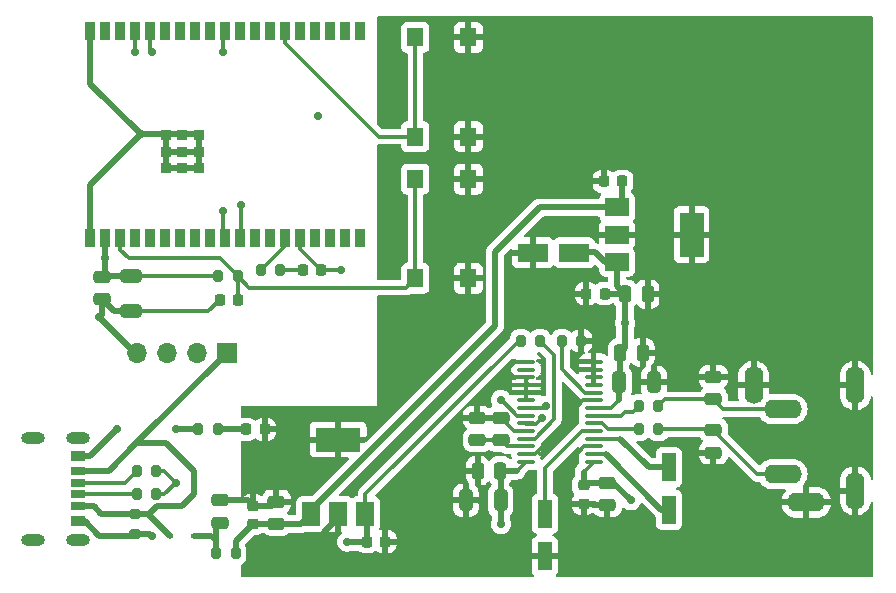
<source format=gbr>
%TF.GenerationSoftware,KiCad,Pcbnew,(6.0.8-1)-1*%
%TF.CreationDate,2022-11-20T20:32:36+00:00*%
%TF.ProjectId,esp32-network-dac,65737033-322d-46e6-9574-776f726b2d64,0.1*%
%TF.SameCoordinates,Original*%
%TF.FileFunction,Copper,L1,Top*%
%TF.FilePolarity,Positive*%
%FSLAX46Y46*%
G04 Gerber Fmt 4.6, Leading zero omitted, Abs format (unit mm)*
G04 Created by KiCad (PCBNEW (6.0.8-1)-1) date 2022-11-20 20:32:36*
%MOMM*%
%LPD*%
G01*
G04 APERTURE LIST*
G04 Aperture macros list*
%AMRoundRect*
0 Rectangle with rounded corners*
0 $1 Rounding radius*
0 $2 $3 $4 $5 $6 $7 $8 $9 X,Y pos of 4 corners*
0 Add a 4 corners polygon primitive as box body*
4,1,4,$2,$3,$4,$5,$6,$7,$8,$9,$2,$3,0*
0 Add four circle primitives for the rounded corners*
1,1,$1+$1,$2,$3*
1,1,$1+$1,$4,$5*
1,1,$1+$1,$6,$7*
1,1,$1+$1,$8,$9*
0 Add four rect primitives between the rounded corners*
20,1,$1+$1,$2,$3,$4,$5,0*
20,1,$1+$1,$4,$5,$6,$7,0*
20,1,$1+$1,$6,$7,$8,$9,0*
20,1,$1+$1,$8,$9,$2,$3,0*%
G04 Aperture macros list end*
%TA.AperFunction,SMDPad,CuDef*%
%ADD10RoundRect,0.200000X0.200000X0.275000X-0.200000X0.275000X-0.200000X-0.275000X0.200000X-0.275000X0*%
%TD*%
%TA.AperFunction,SMDPad,CuDef*%
%ADD11RoundRect,0.200000X-0.275000X0.200000X-0.275000X-0.200000X0.275000X-0.200000X0.275000X0.200000X0*%
%TD*%
%TA.AperFunction,ComponentPad*%
%ADD12O,3.200000X1.600000*%
%TD*%
%TA.AperFunction,ComponentPad*%
%ADD13O,1.600000X3.200000*%
%TD*%
%TA.AperFunction,SMDPad,CuDef*%
%ADD14R,2.500000X1.600000*%
%TD*%
%TA.AperFunction,ComponentPad*%
%ADD15R,1.700000X1.700000*%
%TD*%
%TA.AperFunction,ComponentPad*%
%ADD16O,1.700000X1.700000*%
%TD*%
%TA.AperFunction,SMDPad,CuDef*%
%ADD17R,1.500000X2.000000*%
%TD*%
%TA.AperFunction,SMDPad,CuDef*%
%ADD18R,3.800000X2.000000*%
%TD*%
%TA.AperFunction,SMDPad,CuDef*%
%ADD19RoundRect,0.250000X-0.475000X0.250000X-0.475000X-0.250000X0.475000X-0.250000X0.475000X0.250000X0*%
%TD*%
%TA.AperFunction,SMDPad,CuDef*%
%ADD20RoundRect,0.250000X0.475000X-0.250000X0.475000X0.250000X-0.475000X0.250000X-0.475000X-0.250000X0*%
%TD*%
%TA.AperFunction,SMDPad,CuDef*%
%ADD21RoundRect,0.200000X-0.200000X-0.275000X0.200000X-0.275000X0.200000X0.275000X-0.200000X0.275000X0*%
%TD*%
%TA.AperFunction,SMDPad,CuDef*%
%ADD22RoundRect,0.225000X-0.250000X0.225000X-0.250000X-0.225000X0.250000X-0.225000X0.250000X0.225000X0*%
%TD*%
%TA.AperFunction,SMDPad,CuDef*%
%ADD23RoundRect,0.225000X0.225000X0.250000X-0.225000X0.250000X-0.225000X-0.250000X0.225000X-0.250000X0*%
%TD*%
%TA.AperFunction,SMDPad,CuDef*%
%ADD24RoundRect,0.225000X-0.225000X-0.250000X0.225000X-0.250000X0.225000X0.250000X-0.225000X0.250000X0*%
%TD*%
%TA.AperFunction,SMDPad,CuDef*%
%ADD25R,1.400000X1.600000*%
%TD*%
%TA.AperFunction,SMDPad,CuDef*%
%ADD26R,0.889000X1.498600*%
%TD*%
%TA.AperFunction,SMDPad,CuDef*%
%ADD27R,0.889000X0.889000*%
%TD*%
%TA.AperFunction,SMDPad,CuDef*%
%ADD28RoundRect,0.250000X0.250000X0.475000X-0.250000X0.475000X-0.250000X-0.475000X0.250000X-0.475000X0*%
%TD*%
%TA.AperFunction,SMDPad,CuDef*%
%ADD29RoundRect,0.250000X-0.250000X-0.475000X0.250000X-0.475000X0.250000X0.475000X-0.250000X0.475000X0*%
%TD*%
%TA.AperFunction,SMDPad,CuDef*%
%ADD30RoundRect,0.250000X-0.325000X-0.650000X0.325000X-0.650000X0.325000X0.650000X-0.325000X0.650000X0*%
%TD*%
%TA.AperFunction,SMDPad,CuDef*%
%ADD31RoundRect,0.225000X0.250000X-0.225000X0.250000X0.225000X-0.250000X0.225000X-0.250000X-0.225000X0*%
%TD*%
%TA.AperFunction,SMDPad,CuDef*%
%ADD32R,1.150000X0.700000*%
%TD*%
%TA.AperFunction,SMDPad,CuDef*%
%ADD33R,1.150000X0.800000*%
%TD*%
%TA.AperFunction,SMDPad,CuDef*%
%ADD34R,1.150000X0.900000*%
%TD*%
%TA.AperFunction,ComponentPad*%
%ADD35O,2.000000X1.000000*%
%TD*%
%TA.AperFunction,SMDPad,CuDef*%
%ADD36R,0.600000X0.450000*%
%TD*%
%TA.AperFunction,SMDPad,CuDef*%
%ADD37RoundRect,0.250000X0.325000X0.650000X-0.325000X0.650000X-0.325000X-0.650000X0.325000X-0.650000X0*%
%TD*%
%TA.AperFunction,SMDPad,CuDef*%
%ADD38RoundRect,0.218750X0.218750X0.256250X-0.218750X0.256250X-0.218750X-0.256250X0.218750X-0.256250X0*%
%TD*%
%TA.AperFunction,SMDPad,CuDef*%
%ADD39R,2.000000X1.500000*%
%TD*%
%TA.AperFunction,SMDPad,CuDef*%
%ADD40R,2.000000X3.800000*%
%TD*%
%TA.AperFunction,SMDPad,CuDef*%
%ADD41R,1.212799X2.406599*%
%TD*%
%TA.AperFunction,SMDPad,CuDef*%
%ADD42RoundRect,0.100000X0.637500X0.100000X-0.637500X0.100000X-0.637500X-0.100000X0.637500X-0.100000X0*%
%TD*%
%TA.AperFunction,SMDPad,CuDef*%
%ADD43RoundRect,0.250000X-0.650000X0.325000X-0.650000X-0.325000X0.650000X-0.325000X0.650000X0.325000X0*%
%TD*%
%TA.AperFunction,ViaPad*%
%ADD44C,0.700000*%
%TD*%
%TA.AperFunction,Conductor*%
%ADD45C,0.500000*%
%TD*%
%TA.AperFunction,Conductor*%
%ADD46C,0.300000*%
%TD*%
G04 APERTURE END LIST*
D10*
%TO.P,R4,1*%
%TO.N,/JACKL*%
X149825000Y-108500000D03*
%TO.P,R4,2*%
%TO.N,/OUTL*%
X148175000Y-108500000D03*
%TD*%
%TO.P,R3,1*%
%TO.N,GND*%
X107325000Y-114000000D03*
%TO.P,R3,2*%
%TO.N,/CC2*%
X105675000Y-114000000D03*
%TD*%
D11*
%TO.P,RV1,1*%
%TO.N,VBUS*%
X105500000Y-115675000D03*
%TO.P,RV1,2*%
%TO.N,GND*%
X105500000Y-117325000D03*
%TD*%
D12*
%TO.P,J2,1*%
%TO.N,GND*%
X162357500Y-114675000D03*
%TO.P,J2,2*%
%TO.N,/JACKL*%
X160357500Y-112275000D03*
%TO.P,J2,3*%
%TO.N,/JACKR*%
X160357500Y-106775000D03*
D13*
%TO.P,J2,S1,SHIELD*%
%TO.N,GND*%
X166507500Y-113675000D03*
%TO.P,J2,S2,SHIELD*%
X166507500Y-104775000D03*
%TO.P,J2,S3,SHIELD*%
X157907500Y-104775000D03*
%TD*%
D10*
%TO.P,R2,2*%
%TO.N,/CC1*%
X105675000Y-112000000D03*
%TO.P,R2,1*%
%TO.N,GND*%
X107325000Y-112000000D03*
%TD*%
D14*
%TO.P,C9,1*%
%TO.N,+3.3VA*%
X142720000Y-93540000D03*
%TO.P,C9,2*%
%TO.N,GND*%
X139220000Y-93540000D03*
%TD*%
D15*
%TO.P,J3,1,Pin_1*%
%TO.N,VBUS*%
X113300000Y-102000000D03*
D16*
%TO.P,J3,2,Pin_2*%
%TO.N,ESP32_Rx*%
X110760000Y-102000000D03*
%TO.P,J3,3,Pin_3*%
%TO.N,ESP32_Tx*%
X108220000Y-102000000D03*
%TO.P,J3,4,Pin_4*%
%TO.N,GND*%
X105680000Y-102000000D03*
%TD*%
D17*
%TO.P,U3,1,VI*%
%TO.N,VBUS_FILT*%
X120417000Y-115650000D03*
%TO.P,U3,2,GND*%
%TO.N,GND*%
X122717000Y-115650000D03*
D18*
X122717000Y-109350000D03*
D17*
%TO.P,U3,3,VO*%
%TO.N,+3V3*%
X125017000Y-115650000D03*
%TD*%
D19*
%TO.P,C12,1*%
%TO.N,+3.3VA*%
X145500000Y-113000000D03*
%TO.P,C12,2*%
%TO.N,GND*%
X145500000Y-114900000D03*
%TD*%
D20*
%TO.P,C21,1*%
%TO.N,VBUS_FILT*%
X117500000Y-116500000D03*
%TO.P,C21,2*%
%TO.N,GND*%
X117500000Y-114600000D03*
%TD*%
D21*
%TO.P,R10,1*%
%TO.N,+3V3*%
X112567000Y-95500000D03*
%TO.P,R10,2*%
%TO.N,RESET*%
X114217000Y-95500000D03*
%TD*%
D20*
%TO.P,C8,1*%
%TO.N,/LDO0*%
X136500000Y-109400000D03*
%TO.P,C8,2*%
%TO.N,GND*%
X136500000Y-107500000D03*
%TD*%
D22*
%TO.P,C14,1*%
%TO.N,+3.3VA*%
X143500000Y-113225000D03*
%TO.P,C14,2*%
%TO.N,GND*%
X143500000Y-114775000D03*
%TD*%
D23*
%TO.P,C19,1*%
%TO.N,RESET*%
X114267000Y-97500000D03*
%TO.P,C19,2*%
%TO.N,GND*%
X112717000Y-97500000D03*
%TD*%
D24*
%TO.P,C16,1*%
%TO.N,+3V3*%
X125167000Y-118000000D03*
%TO.P,C16,2*%
%TO.N,GND*%
X126717000Y-118000000D03*
%TD*%
D19*
%TO.P,C23,1*%
%TO.N,+3V3*%
X102717000Y-95550000D03*
%TO.P,C23,2*%
%TO.N,GND*%
X102717000Y-97450000D03*
%TD*%
D21*
%TO.P,R7,1*%
%TO.N,+3V3*%
X138175000Y-101000000D03*
%TO.P,R7,2*%
%TO.N,/XSMT*%
X139825000Y-101000000D03*
%TD*%
D25*
%TO.P,S1,1*%
%TO.N,RESET*%
X129250000Y-95700000D03*
%TO.P,S1,2*%
%TO.N,GND*%
X133750000Y-95700000D03*
%TO.P,S1,3*%
%TO.N,RESET*%
X129250000Y-87300000D03*
%TO.P,S1,4*%
%TO.N,GND*%
X133750000Y-87300000D03*
%TD*%
D21*
%TO.P,R8,1*%
%TO.N,+3V3*%
X110892000Y-108500000D03*
%TO.P,R8,2*%
%TO.N,/D2_PWR*%
X112542000Y-108500000D03*
%TD*%
D26*
%TO.P,U2,1,GND*%
%TO.N,GND*%
X101737202Y-92250000D03*
%TO.P,U2,2,3V3*%
%TO.N,+3V3*%
X103007202Y-92250000D03*
%TO.P,U2,3,EN*%
%TO.N,RESET*%
X104277202Y-92250000D03*
%TO.P,U2,4,SENSOR_VP*%
%TO.N,unconnected-(U2-Pad4)*%
X105547202Y-92250000D03*
%TO.P,U2,5,SENSOR_VN*%
%TO.N,unconnected-(U2-Pad5)*%
X106817202Y-92250000D03*
%TO.P,U2,6,IO34*%
%TO.N,unconnected-(U2-Pad6)*%
X108087202Y-92250000D03*
%TO.P,U2,7,IO35*%
%TO.N,unconnected-(U2-Pad7)*%
X109357202Y-92250000D03*
%TO.P,U2,8,IO32*%
%TO.N,unconnected-(U2-Pad8)*%
X110627202Y-92250000D03*
%TO.P,U2,9,IO33*%
%TO.N,unconnected-(U2-Pad9)*%
X111897202Y-92250000D03*
%TO.P,U2,10,IO25*%
%TO.N,PCM_LRCK*%
X113167202Y-92250000D03*
%TO.P,U2,11,IO26*%
%TO.N,PCM_DIN*%
X114437202Y-92250000D03*
%TO.P,U2,12,IO27*%
%TO.N,unconnected-(U2-Pad12)*%
X115707202Y-92250000D03*
%TO.P,U2,13,IO14*%
%TO.N,unconnected-(U2-Pad13)*%
X116977202Y-92250000D03*
%TO.P,U2,14,IO12*%
%TO.N,/GPIO12*%
X118247202Y-92250000D03*
%TO.P,U2,15,GND*%
%TO.N,GND*%
X119517202Y-92250000D03*
%TO.P,U2,16,IO13*%
%TO.N,unconnected-(U2-Pad16)*%
X120787202Y-92250000D03*
%TO.P,U2,17,NC*%
%TO.N,unconnected-(U2-Pad17)*%
X122057202Y-92250000D03*
%TO.P,U2,18,NC*%
%TO.N,unconnected-(U2-Pad18)*%
X123327202Y-92250000D03*
%TO.P,U2,19,NC*%
%TO.N,unconnected-(U2-Pad19)*%
X124597202Y-92250000D03*
%TO.P,U2,20,NC*%
%TO.N,unconnected-(U2-Pad20)*%
X124597202Y-74750000D03*
%TO.P,U2,21,NC*%
%TO.N,unconnected-(U2-Pad21)*%
X123327202Y-74750000D03*
%TO.P,U2,22,NC*%
%TO.N,unconnected-(U2-Pad22)*%
X122057202Y-74750000D03*
%TO.P,U2,23,IO15*%
%TO.N,unconnected-(U2-Pad23)*%
X120787202Y-74750000D03*
%TO.P,U2,24,IO2*%
%TO.N,unconnected-(U2-Pad24)*%
X119517202Y-74750000D03*
%TO.P,U2,25,IO0*%
%TO.N,GPIO0*%
X118247202Y-74750000D03*
%TO.P,U2,26,IO4*%
%TO.N,unconnected-(U2-Pad26)*%
X116977202Y-74750000D03*
%TO.P,U2,27,NC*%
%TO.N,unconnected-(U2-Pad27)*%
X115707202Y-74750000D03*
%TO.P,U2,28,NC*%
%TO.N,unconnected-(U2-Pad28)*%
X114437202Y-74750000D03*
%TO.P,U2,29,IO5*%
%TO.N,PCM_BCK*%
X113167202Y-74750000D03*
%TO.P,U2,30,IO18*%
%TO.N,unconnected-(U2-Pad30)*%
X111897202Y-74750000D03*
%TO.P,U2,31,IO19*%
%TO.N,unconnected-(U2-Pad31)*%
X110627202Y-74750000D03*
%TO.P,U2,32,NC*%
%TO.N,unconnected-(U2-Pad32)*%
X109357202Y-74750000D03*
%TO.P,U2,33,IO21*%
%TO.N,unconnected-(U2-Pad33)*%
X108087202Y-74750000D03*
%TO.P,U2,34,RXD0*%
%TO.N,ESP32_Rx*%
X106817202Y-74750000D03*
%TO.P,U2,35,TXD0*%
%TO.N,ESP32_Tx*%
X105547202Y-74750000D03*
%TO.P,U2,36,IO22*%
%TO.N,unconnected-(U2-Pad36)*%
X104277202Y-74750000D03*
%TO.P,U2,37,IO23*%
%TO.N,unconnected-(U2-Pad37)*%
X103007202Y-74750000D03*
%TO.P,U2,38,GND*%
%TO.N,GND*%
X101737202Y-74750000D03*
D27*
%TO.P,U2,39,GND*%
X109537212Y-85004290D03*
%TO.P,U2,40,GND*%
X109537212Y-83604290D03*
%TO.P,U2,41,GND*%
X108137215Y-83604140D03*
%TO.P,U2,42,GND*%
X108137215Y-85004188D03*
%TO.P,U2,43,GND*%
X108137215Y-86404236D03*
%TO.P,U2,44,GND*%
X109537212Y-86404289D03*
%TO.P,U2,45,GND*%
X110937336Y-86404236D03*
%TO.P,U2,46,GND*%
X110937336Y-85004188D03*
%TO.P,U2,47,GND*%
X110937336Y-83604140D03*
%TD*%
D28*
%TO.P,C6,1*%
%TO.N,+3V3*%
X136450000Y-112000000D03*
%TO.P,C6,2*%
%TO.N,GND*%
X134550000Y-112000000D03*
%TD*%
D21*
%TO.P,R6,1*%
%TO.N,/DEMP*%
X141675000Y-101000000D03*
%TO.P,R6,2*%
%TO.N,GND*%
X143325000Y-101000000D03*
%TD*%
D29*
%TO.P,C10,1*%
%TO.N,+3.3VA*%
X147020000Y-97040000D03*
%TO.P,C10,2*%
%TO.N,GND*%
X148920000Y-97040000D03*
%TD*%
D21*
%TO.P,R5,1*%
%TO.N,/OUTR*%
X148175000Y-106500000D03*
%TO.P,R5,2*%
%TO.N,/JACKR*%
X149825000Y-106500000D03*
%TD*%
D30*
%TO.P,C11,1*%
%TO.N,+3.3VA*%
X146525000Y-104500000D03*
%TO.P,C11,2*%
%TO.N,GND*%
X149475000Y-104500000D03*
%TD*%
D31*
%TO.P,C15,1*%
%TO.N,VBUS_FILT*%
X115500000Y-116500000D03*
%TO.P,C15,2*%
%TO.N,GND*%
X115500000Y-114950000D03*
%TD*%
D32*
%TO.P,J1,A5,CC1*%
%TO.N,/CC1*%
X100705000Y-113000000D03*
D33*
%TO.P,J1,A9,V-BUS*%
%TO.N,VBUS*%
X100705000Y-115020000D03*
D34*
%TO.P,J1,A12,GND*%
%TO.N,GND*%
X100705000Y-116250000D03*
D32*
%TO.P,J1,B5,CC2*%
%TO.N,/CC2*%
X100705000Y-114000000D03*
D33*
%TO.P,J1,B9,V-BUS*%
%TO.N,VBUS*%
X100705000Y-111980000D03*
D34*
%TO.P,J1,B12,GND*%
%TO.N,GND*%
X100705000Y-110750000D03*
D35*
%TO.P,J1,S1,SHIELD*%
%TO.N,unconnected-(J1-PadS1)*%
X100700000Y-109180000D03*
%TO.P,J1,S2,SHIELD*%
X100700000Y-117820000D03*
%TO.P,J1,S3,SHIELD*%
X96900000Y-109180000D03*
%TO.P,J1,S4,SHIELD*%
X96900000Y-117820000D03*
%TD*%
D29*
%TO.P,C13,1*%
%TO.N,+3.3VA*%
X146600000Y-102000000D03*
%TO.P,C13,2*%
%TO.N,GND*%
X148500000Y-102000000D03*
%TD*%
D36*
%TO.P,D3,1,K*%
%TO.N,/VBUS_RP*%
X110550000Y-117500000D03*
%TO.P,D3,2,A*%
%TO.N,VBUS*%
X108450000Y-117500000D03*
%TD*%
D20*
%TO.P,C2,1*%
%TO.N,/JACKR*%
X154500000Y-105950000D03*
%TO.P,C2,2*%
%TO.N,GND*%
X154500000Y-104050000D03*
%TD*%
%TO.P,C1,1*%
%TO.N,GND*%
X154500000Y-110450000D03*
%TO.P,C1,2*%
%TO.N,/JACKL*%
X154500000Y-108550000D03*
%TD*%
%TO.P,C20,1*%
%TO.N,/VBUS_RP*%
X112717000Y-116400000D03*
%TO.P,C20,2*%
%TO.N,GND*%
X112717000Y-114500000D03*
%TD*%
D21*
%TO.P,R1,1*%
%TO.N,/GPIO12*%
X116175000Y-95000000D03*
%TO.P,R1,2*%
%TO.N,/D1_PWR*%
X117825000Y-95000000D03*
%TD*%
D37*
%TO.P,C5,1*%
%TO.N,+3V3*%
X136475000Y-114500000D03*
%TO.P,C5,2*%
%TO.N,GND*%
X133525000Y-114500000D03*
%TD*%
D23*
%TO.P,C17,1*%
%TO.N,VBUS_FILT*%
X146775000Y-87500000D03*
%TO.P,C17,2*%
%TO.N,GND*%
X145225000Y-87500000D03*
%TD*%
D25*
%TO.P,S2,1*%
%TO.N,GPIO0*%
X129250000Y-83700000D03*
%TO.P,S2,2*%
%TO.N,GND*%
X133750000Y-83700000D03*
%TO.P,S2,3*%
%TO.N,GPIO0*%
X129250000Y-75300000D03*
%TO.P,S2,4*%
%TO.N,GND*%
X133750000Y-75300000D03*
%TD*%
D38*
%TO.P,D2,1,K*%
%TO.N,GND*%
X116504500Y-108500000D03*
%TO.P,D2,2,A*%
%TO.N,/D2_PWR*%
X114929500Y-108500000D03*
%TD*%
D21*
%TO.P,FB1,1*%
%TO.N,/VBUS_RP*%
X112392000Y-119000000D03*
%TO.P,FB1,2*%
%TO.N,VBUS_FILT*%
X114042000Y-119000000D03*
%TD*%
D39*
%TO.P,U4,1,VI*%
%TO.N,VBUS_FILT*%
X146350000Y-89700000D03*
%TO.P,U4,2,GND*%
%TO.N,GND*%
X146350000Y-92000000D03*
D40*
X152650000Y-92000000D03*
D39*
%TO.P,U4,3,VO*%
%TO.N,+3.3VA*%
X146350000Y-94300000D03*
%TD*%
D20*
%TO.P,C7,1*%
%TO.N,/LDO0*%
X134500000Y-109400000D03*
%TO.P,C7,2*%
%TO.N,GND*%
X134500000Y-107500000D03*
%TD*%
D23*
%TO.P,C18,1*%
%TO.N,+3.3VA*%
X145275000Y-97000000D03*
%TO.P,C18,2*%
%TO.N,GND*%
X143725000Y-97000000D03*
%TD*%
D41*
%TO.P,C3,1,1*%
%TO.N,/CAPP*%
X150730000Y-115298599D03*
%TO.P,C3,2,2*%
%TO.N,/CAPM*%
X150730000Y-111701401D03*
%TD*%
%TO.P,C4,1,1*%
%TO.N,GND*%
X140230000Y-119226399D03*
%TO.P,C4,2,2*%
%TO.N,/VNEG*%
X140230000Y-115629201D03*
%TD*%
D42*
%TO.P,U1,1,CPVDD*%
%TO.N,+3.3VA*%
X144362500Y-111225000D03*
%TO.P,U1,2,CAPP*%
%TO.N,/CAPP*%
X144362500Y-110575000D03*
%TO.P,U1,3,CPGND*%
%TO.N,GND*%
X144362500Y-109925000D03*
%TO.P,U1,4,CAPM*%
%TO.N,/CAPM*%
X144362500Y-109275000D03*
%TO.P,U1,5,VNEG*%
%TO.N,/VNEG*%
X144362500Y-108625000D03*
%TO.P,U1,6,OUTL*%
%TO.N,/OUTL*%
X144362500Y-107975000D03*
%TO.P,U1,7,OUTR*%
%TO.N,/OUTR*%
X144362500Y-107325000D03*
%TO.P,U1,8,AVDD*%
%TO.N,+3.3VA*%
X144362500Y-106675000D03*
%TO.P,U1,9,AGND*%
%TO.N,GND*%
X144362500Y-106025000D03*
%TO.P,U1,10,VCOM/DEMP*%
%TO.N,/DEMP*%
X144362500Y-105375000D03*
%TO.P,U1,11,SDA/MOSI/ATT2*%
%TO.N,GND*%
X144362500Y-104725000D03*
%TO.P,U1,12,SCL/MC/ATT1*%
X144362500Y-104075000D03*
%TO.P,U1,13,GPIO5/ATT0*%
X144362500Y-103425000D03*
%TO.P,U1,14,GPIO4/MAST*%
X144362500Y-102775000D03*
%TO.P,U1,15,GPIO3/AGNS*%
X138637500Y-102775000D03*
%TO.P,U1,16,ADR2/GPIO2/DOUT*%
%TO.N,unconnected-(U1-Pad16)*%
X138637500Y-103425000D03*
%TO.P,U1,17,MODE1*%
%TO.N,GND*%
X138637500Y-104075000D03*
%TO.P,U1,18,MODE2/MS*%
X138637500Y-104725000D03*
%TO.P,U1,19,GPIO6/FLT*%
X138637500Y-105375000D03*
%TO.P,U1,20,SCK*%
X138637500Y-106025000D03*
%TO.P,U1,21,BCK*%
%TO.N,PCM_BCK*%
X138637500Y-106675000D03*
%TO.P,U1,22,DIN*%
%TO.N,PCM_DIN*%
X138637500Y-107325000D03*
%TO.P,U1,23,LRCK*%
%TO.N,PCM_LRCK*%
X138637500Y-107975000D03*
%TO.P,U1,24,ADR1/MISO/FMT*%
%TO.N,GND*%
X138637500Y-108625000D03*
%TO.P,U1,25,XSMT*%
%TO.N,/XSMT*%
X138637500Y-109275000D03*
%TO.P,U1,26,LDOO*%
%TO.N,/LDO0*%
X138637500Y-109925000D03*
%TO.P,U1,27,DGND*%
%TO.N,GND*%
X138637500Y-110575000D03*
%TO.P,U1,28,DVDD*%
%TO.N,+3V3*%
X138637500Y-111225000D03*
%TD*%
D38*
%TO.P,D1,1,K*%
%TO.N,GND*%
X121287500Y-95000000D03*
%TO.P,D1,2,A*%
%TO.N,/D1_PWR*%
X119712500Y-95000000D03*
%TD*%
D43*
%TO.P,C22,1*%
%TO.N,+3V3*%
X105217000Y-95525000D03*
%TO.P,C22,2*%
%TO.N,GND*%
X105217000Y-98475000D03*
%TD*%
D44*
%TO.N,GND*%
X102500000Y-99000000D03*
X121500000Y-118000000D03*
X119000000Y-109500000D03*
X119000000Y-107500000D03*
X121000000Y-112000000D03*
X138500000Y-97500000D03*
X137000000Y-103500000D03*
X153000000Y-87000000D03*
X142500000Y-111000000D03*
X147500000Y-117500000D03*
X139000000Y-87000000D03*
X106000000Y-83500000D03*
X123000000Y-95000000D03*
X107000000Y-117500000D03*
X121000000Y-82000000D03*
X131500000Y-99000000D03*
X142000000Y-107500000D03*
X130000000Y-112000000D03*
X139000000Y-76500000D03*
X150500000Y-99000000D03*
X104000000Y-108500000D03*
X154000000Y-99000000D03*
X154500000Y-117500000D03*
X109000000Y-113000000D03*
%TO.N,+3V3*%
X103007202Y-93992798D03*
X123500000Y-118000000D03*
X136500000Y-116500000D03*
X109000000Y-108500000D03*
%TO.N,+3.3VA*%
X147020000Y-99480000D03*
X147500000Y-114500000D03*
%TO.N,ESP32_Tx*%
X105500000Y-76500000D03*
%TO.N,ESP32_Rx*%
X107000000Y-76500000D03*
%TO.N,PCM_BCK*%
X113000000Y-76500000D03*
X140300500Y-106500000D03*
%TO.N,PCM_DIN*%
X136500000Y-106000000D03*
X114500000Y-89500000D03*
%TO.N,PCM_LRCK*%
X140000000Y-107500000D03*
X113000000Y-90000000D03*
%TD*%
D45*
%TO.N,VBUS*%
X102675000Y-115675000D02*
X105500000Y-115675000D01*
X105650000Y-109650000D02*
X113300000Y-102000000D01*
X103320000Y-111980000D02*
X105650000Y-109650000D01*
X110500000Y-114000000D02*
X110500000Y-112000000D01*
X106717000Y-115675000D02*
X107392000Y-115000000D01*
X107392000Y-115000000D02*
X109500000Y-115000000D01*
X109500000Y-115000000D02*
X110500000Y-114000000D01*
X108150000Y-109650000D02*
X105650000Y-109650000D01*
X110500000Y-112000000D02*
X108150000Y-109650000D01*
D46*
%TO.N,GND*%
X107325000Y-114000000D02*
X108000000Y-114000000D01*
X108000000Y-114000000D02*
X109000000Y-113000000D01*
X107325000Y-112000000D02*
X108000000Y-112000000D01*
X108000000Y-112000000D02*
X109000000Y-113000000D01*
%TO.N,/CC1*%
X100705000Y-113000000D02*
X104675000Y-113000000D01*
X104675000Y-113000000D02*
X105675000Y-112000000D01*
%TO.N,/CC2*%
X100705000Y-114000000D02*
X105675000Y-114000000D01*
D45*
%TO.N,VBUS*%
X100705000Y-115020000D02*
X102020000Y-115020000D01*
X102020000Y-115020000D02*
X102675000Y-115675000D01*
%TO.N,GND*%
X101250000Y-116250000D02*
X102500000Y-117500000D01*
X100705000Y-116250000D02*
X101250000Y-116250000D01*
X102500000Y-117500000D02*
X105325000Y-117500000D01*
X105325000Y-117500000D02*
X105500000Y-117325000D01*
%TO.N,VBUS*%
X100705000Y-111980000D02*
X103320000Y-111980000D01*
%TO.N,GND*%
X100705000Y-110750000D02*
X101750000Y-110750000D01*
X101750000Y-110750000D02*
X104000000Y-108500000D01*
X117500000Y-111000000D02*
X119000000Y-109500000D01*
X108137215Y-86404236D02*
X108137215Y-83604140D01*
D46*
X142000000Y-107500000D02*
X143475000Y-106025000D01*
X137575000Y-104075000D02*
X137000000Y-103500000D01*
D45*
X105680000Y-102000000D02*
X105500000Y-102000000D01*
X118000000Y-108500000D02*
X119000000Y-109500000D01*
X106825000Y-117325000D02*
X107000000Y-117500000D01*
X102717000Y-98783000D02*
X102500000Y-99000000D01*
X117150000Y-114950000D02*
X117500000Y-114600000D01*
X122717000Y-109350000D02*
X119150000Y-109350000D01*
D46*
X144362500Y-109925000D02*
X143575000Y-109925000D01*
X138637500Y-108625000D02*
X137625000Y-108625000D01*
X138637500Y-102775000D02*
X137725000Y-102775000D01*
D45*
X106000000Y-83500000D02*
X110833196Y-83500000D01*
X117500000Y-114600000D02*
X117500000Y-111000000D01*
X102717000Y-97450000D02*
X102717000Y-98783000D01*
X101737202Y-92250000D02*
X101737202Y-87762798D01*
X108137215Y-85004188D02*
X110937336Y-85004188D01*
X112717000Y-114500000D02*
X115050000Y-114500000D01*
X110937336Y-86404236D02*
X108137215Y-86404236D01*
X121500000Y-118000000D02*
X121500000Y-117217000D01*
D46*
X139425000Y-110575000D02*
X138637500Y-110575000D01*
X121287500Y-95000000D02*
X123000000Y-95000000D01*
D45*
X110937336Y-83604140D02*
X110937336Y-86404236D01*
X105217000Y-98475000D02*
X103742000Y-98475000D01*
X101737202Y-79237202D02*
X101737202Y-74750000D01*
D46*
X143575000Y-109925000D02*
X142500000Y-111000000D01*
D45*
X116504500Y-108500000D02*
X118000000Y-108500000D01*
X105500000Y-117325000D02*
X106825000Y-117325000D01*
D46*
X119517202Y-92250000D02*
X119517202Y-93229702D01*
X111742000Y-98475000D02*
X105217000Y-98475000D01*
X112717000Y-97500000D02*
X111742000Y-98475000D01*
D45*
X115500000Y-114950000D02*
X117150000Y-114950000D01*
X106000000Y-83500000D02*
X101737202Y-79237202D01*
D46*
X119517202Y-93229702D02*
X121287500Y-95000000D01*
D45*
X119150000Y-109350000D02*
X119000000Y-109500000D01*
X101737202Y-87762798D02*
X106000000Y-83500000D01*
X115050000Y-114500000D02*
X115500000Y-114950000D01*
X122717000Y-116000000D02*
X122717000Y-115650000D01*
D46*
X143475000Y-106025000D02*
X144362500Y-106025000D01*
X142000000Y-108000000D02*
X139425000Y-110575000D01*
X137625000Y-108625000D02*
X136500000Y-107500000D01*
X142000000Y-107500000D02*
X142000000Y-108000000D01*
D45*
X103742000Y-98475000D02*
X102717000Y-97450000D01*
X121500000Y-117217000D02*
X122717000Y-116000000D01*
X110833196Y-83500000D02*
X110937336Y-83604140D01*
D46*
X137725000Y-102775000D02*
X137000000Y-103500000D01*
D45*
X105500000Y-102000000D02*
X102500000Y-99000000D01*
D46*
X138637500Y-104075000D02*
X137575000Y-104075000D01*
D45*
%TO.N,+3V3*%
X125167000Y-115800000D02*
X125017000Y-115650000D01*
D46*
X105217000Y-95525000D02*
X105242000Y-95500000D01*
X138637500Y-111225000D02*
X137862500Y-112000000D01*
D45*
X125167000Y-118000000D02*
X125167000Y-115800000D01*
X105217000Y-95525000D02*
X102742000Y-95525000D01*
X123500000Y-118000000D02*
X125167000Y-118000000D01*
X136500000Y-116500000D02*
X136500000Y-114525000D01*
D46*
X105242000Y-95500000D02*
X112567000Y-95500000D01*
D45*
X136500000Y-114525000D02*
X136475000Y-114500000D01*
X136475000Y-112025000D02*
X136450000Y-112000000D01*
X136475000Y-114500000D02*
X136475000Y-112025000D01*
X103007202Y-93992798D02*
X103007202Y-95259798D01*
X103007202Y-92250000D02*
X103007202Y-93992798D01*
D46*
X125017000Y-113983000D02*
X125017000Y-115650000D01*
D45*
X109000000Y-108500000D02*
X110892000Y-108500000D01*
D46*
X138000000Y-101000000D02*
X125017000Y-113983000D01*
D45*
X103007202Y-95259798D02*
X102717000Y-95550000D01*
X136450000Y-112000000D02*
X137862500Y-112000000D01*
X102742000Y-95525000D02*
X102717000Y-95550000D01*
D46*
X138175000Y-101000000D02*
X138000000Y-101000000D01*
D45*
%TO.N,+3.3VA*%
X146525000Y-104500000D02*
X146525000Y-105975000D01*
X146350000Y-94300000D02*
X145300000Y-94300000D01*
X145500000Y-113000000D02*
X143725000Y-113000000D01*
X147020000Y-99480000D02*
X147020000Y-101580000D01*
D46*
X145825000Y-106675000D02*
X146525000Y-105975000D01*
D45*
X146600000Y-102000000D02*
X146600000Y-104425000D01*
X146350000Y-96370000D02*
X147020000Y-97040000D01*
X144500000Y-93500000D02*
X142760000Y-93500000D01*
X143725000Y-113000000D02*
X143500000Y-113225000D01*
X145300000Y-94300000D02*
X144500000Y-93500000D01*
D46*
X144362500Y-106675000D02*
X145825000Y-106675000D01*
D45*
X145500000Y-113000000D02*
X146000000Y-113000000D01*
X147020000Y-97040000D02*
X147020000Y-99480000D01*
X142760000Y-93500000D02*
X142720000Y-93540000D01*
X146000000Y-113000000D02*
X147500000Y-114500000D01*
X146980000Y-97000000D02*
X147020000Y-97040000D01*
X145275000Y-97000000D02*
X146980000Y-97000000D01*
D46*
X144362500Y-111225000D02*
X143500000Y-112087500D01*
D45*
X146350000Y-94300000D02*
X146350000Y-96370000D01*
X147020000Y-101580000D02*
X146600000Y-102000000D01*
X143500000Y-113225000D02*
X143500000Y-112087500D01*
X146600000Y-104425000D02*
X146525000Y-104500000D01*
%TO.N,VBUS_FILT*%
X114042000Y-117958000D02*
X115500000Y-116500000D01*
X120417000Y-115650000D02*
X120417000Y-115300000D01*
X146775000Y-87500000D02*
X146775000Y-89275000D01*
X117500000Y-116500000D02*
X119567000Y-116500000D01*
X136000000Y-93500000D02*
X139800000Y-89700000D01*
X114042000Y-119000000D02*
X114042000Y-117958000D01*
X119567000Y-116500000D02*
X120417000Y-115650000D01*
X120417000Y-115300000D02*
X136000000Y-99717000D01*
X136000000Y-99717000D02*
X136000000Y-93500000D01*
X139800000Y-89700000D02*
X146350000Y-89700000D01*
X146775000Y-89275000D02*
X146350000Y-89700000D01*
X115500000Y-116500000D02*
X117500000Y-116500000D01*
D46*
%TO.N,RESET*%
X128450000Y-96500000D02*
X129250000Y-95700000D01*
X114217000Y-95500000D02*
X112717000Y-94000000D01*
X114217000Y-97450000D02*
X114267000Y-97500000D01*
X129250000Y-95700000D02*
X129250000Y-87300000D01*
X115217000Y-96500000D02*
X128450000Y-96500000D01*
X112717000Y-94000000D02*
X105000000Y-94000000D01*
X105000000Y-94000000D02*
X104277202Y-93277202D01*
X114217000Y-95500000D02*
X115217000Y-96500000D01*
X104277202Y-93277202D02*
X104277202Y-92250000D01*
X114217000Y-95500000D02*
X114217000Y-97450000D01*
D45*
%TO.N,/VBUS_RP*%
X110550000Y-117500000D02*
X112000000Y-117500000D01*
X112392000Y-116725000D02*
X112717000Y-116400000D01*
X112392000Y-117892000D02*
X112392000Y-116725000D01*
X112392000Y-119000000D02*
X112392000Y-117892000D01*
X112000000Y-117500000D02*
X112392000Y-117892000D01*
%TO.N,VBUS*%
X105500000Y-115675000D02*
X106717000Y-115675000D01*
X106717000Y-115767000D02*
X108450000Y-117500000D01*
X106717000Y-115675000D02*
X106717000Y-115767000D01*
D46*
%TO.N,ESP32_Tx*%
X105547202Y-74750000D02*
X105547202Y-76452798D01*
X105547202Y-76452798D02*
X105500000Y-76500000D01*
%TO.N,ESP32_Rx*%
X106817202Y-74750000D02*
X106817202Y-76317202D01*
X106817202Y-76317202D02*
X107000000Y-76500000D01*
%TO.N,/GPIO12*%
X118247202Y-92250000D02*
X118247202Y-92927798D01*
X118247202Y-92927798D02*
X116175000Y-95000000D01*
%TO.N,/OUTL*%
X145611396Y-108500000D02*
X148175000Y-108500000D01*
X145086396Y-107975000D02*
X145611396Y-108500000D01*
X144362500Y-107975000D02*
X145086396Y-107975000D01*
%TO.N,/OUTR*%
X146675000Y-107325000D02*
X147000000Y-107000000D01*
X147000000Y-107000000D02*
X147675000Y-107000000D01*
X144362500Y-107325000D02*
X146675000Y-107325000D01*
X147675000Y-107000000D02*
X148175000Y-106500000D01*
D45*
%TO.N,/CAPP*%
X150730000Y-115298599D02*
X150087500Y-115298599D01*
X150087500Y-115298599D02*
X145363901Y-110575000D01*
D46*
X144362500Y-110575000D02*
X145363901Y-110575000D01*
%TO.N,GPIO0*%
X118247202Y-75799300D02*
X126147902Y-83700000D01*
X129250000Y-75300000D02*
X129250000Y-83700000D01*
X118247202Y-74750000D02*
X118247202Y-75799300D01*
X126147902Y-83700000D02*
X129250000Y-83700000D01*
%TO.N,PCM_BCK*%
X138637500Y-106675000D02*
X140125500Y-106675000D01*
X113000000Y-76500000D02*
X113000000Y-74917202D01*
X140125500Y-106675000D02*
X140300500Y-106500000D01*
X113000000Y-74917202D02*
X113167202Y-74750000D01*
%TO.N,PCM_DIN*%
X136573528Y-106000000D02*
X136500000Y-106000000D01*
X137898528Y-107325000D02*
X136573528Y-106000000D01*
X114500000Y-89500000D02*
X114500000Y-92187202D01*
X138637500Y-107325000D02*
X137898528Y-107325000D01*
X114500000Y-92187202D02*
X114437202Y-92250000D01*
%TO.N,PCM_LRCK*%
X139500000Y-108000000D02*
X138662500Y-108000000D01*
X138662500Y-108000000D02*
X138637500Y-107975000D01*
X113000000Y-90000000D02*
X113000000Y-92082798D01*
X113000000Y-92082798D02*
X113167202Y-92250000D01*
X140000000Y-107500000D02*
X139500000Y-108000000D01*
%TO.N,/CAPM*%
X144362500Y-109275000D02*
X146573599Y-109275000D01*
D45*
X150730000Y-111701401D02*
X149000000Y-111701401D01*
X149000000Y-111701401D02*
X146573599Y-109275000D01*
D46*
%TO.N,/VNEG*%
X140230000Y-111770000D02*
X140230000Y-115629201D01*
X144362500Y-108625000D02*
X143375000Y-108625000D01*
X143375000Y-108625000D02*
X140230000Y-111770000D01*
%TO.N,/LDO0*%
X136500000Y-109400000D02*
X134500000Y-109400000D01*
X137025000Y-109925000D02*
X136500000Y-109400000D01*
X138637500Y-109925000D02*
X137025000Y-109925000D01*
%TO.N,/DEMP*%
X141675000Y-103411396D02*
X141675000Y-101000000D01*
X143638604Y-105375000D02*
X141675000Y-103411396D01*
X144362500Y-105375000D02*
X143638604Y-105375000D01*
%TO.N,/JACKL*%
X154500000Y-108550000D02*
X158225000Y-112275000D01*
X154450000Y-108500000D02*
X154500000Y-108550000D01*
X149825000Y-108500000D02*
X154450000Y-108500000D01*
X158225000Y-112275000D02*
X160357500Y-112275000D01*
%TO.N,/JACKR*%
X150375000Y-105950000D02*
X154500000Y-105950000D01*
X149825000Y-106500000D02*
X150375000Y-105950000D01*
X154500000Y-105950000D02*
X155325000Y-106775000D01*
X155325000Y-106775000D02*
X160357500Y-106775000D01*
%TO.N,/XSMT*%
X141000000Y-102175000D02*
X139825000Y-101000000D01*
X139361396Y-109275000D02*
X141000000Y-107636396D01*
X138637500Y-109275000D02*
X139361396Y-109275000D01*
X141000000Y-107636396D02*
X141000000Y-102175000D01*
D45*
%TO.N,/D2_PWR*%
X112542000Y-108500000D02*
X114929500Y-108500000D01*
D46*
%TO.N,/D1_PWR*%
X117825000Y-95000000D02*
X119712500Y-95000000D01*
%TD*%
%TA.AperFunction,Conductor*%
%TO.N,GND*%
G36*
X167958691Y-73518907D02*
G01*
X167994655Y-73568407D01*
X167999500Y-73599000D01*
X167999500Y-103753552D01*
X167980593Y-103811743D01*
X167931093Y-103847707D01*
X167869907Y-103847707D01*
X167820407Y-103811743D01*
X167801877Y-103762180D01*
X167800926Y-103751312D01*
X167799430Y-103742824D01*
X167742431Y-103530102D01*
X167739485Y-103522009D01*
X167646418Y-103322427D01*
X167642106Y-103314957D01*
X167515792Y-103134563D01*
X167510259Y-103127968D01*
X167354532Y-102972241D01*
X167347937Y-102966708D01*
X167167543Y-102840394D01*
X167160073Y-102836082D01*
X166960491Y-102743015D01*
X166952398Y-102740069D01*
X166776645Y-102692976D01*
X166764359Y-102693620D01*
X166761500Y-102703273D01*
X166761500Y-106845402D01*
X166765302Y-106857104D01*
X166775364Y-106857367D01*
X166952398Y-106809931D01*
X166960491Y-106806985D01*
X167160073Y-106713918D01*
X167167543Y-106709606D01*
X167347937Y-106583292D01*
X167354532Y-106577759D01*
X167510259Y-106422032D01*
X167515792Y-106415437D01*
X167642106Y-106235043D01*
X167646418Y-106227573D01*
X167739485Y-106027991D01*
X167742431Y-106019898D01*
X167799430Y-105807176D01*
X167800926Y-105798688D01*
X167801877Y-105787820D01*
X167825784Y-105731498D01*
X167878230Y-105699985D01*
X167939182Y-105705318D01*
X167985360Y-105745459D01*
X167999500Y-105796448D01*
X167999500Y-112653552D01*
X167980593Y-112711743D01*
X167931093Y-112747707D01*
X167869907Y-112747707D01*
X167820407Y-112711743D01*
X167801877Y-112662180D01*
X167800926Y-112651312D01*
X167799430Y-112642824D01*
X167742431Y-112430102D01*
X167739485Y-112422009D01*
X167646418Y-112222427D01*
X167642106Y-112214957D01*
X167515792Y-112034563D01*
X167510259Y-112027968D01*
X167354532Y-111872241D01*
X167347937Y-111866708D01*
X167167543Y-111740394D01*
X167160073Y-111736082D01*
X166960491Y-111643015D01*
X166952398Y-111640069D01*
X166776645Y-111592976D01*
X166764359Y-111593620D01*
X166761500Y-111603273D01*
X166761500Y-115745402D01*
X166765302Y-115757104D01*
X166775364Y-115757367D01*
X166952398Y-115709931D01*
X166960491Y-115706985D01*
X167160073Y-115613918D01*
X167167543Y-115609606D01*
X167347937Y-115483292D01*
X167354532Y-115477759D01*
X167510259Y-115322032D01*
X167515792Y-115315437D01*
X167642106Y-115135043D01*
X167646418Y-115127573D01*
X167739485Y-114927991D01*
X167742431Y-114919898D01*
X167799430Y-114707176D01*
X167800926Y-114698688D01*
X167801877Y-114687820D01*
X167825784Y-114631498D01*
X167878230Y-114599985D01*
X167939182Y-114605318D01*
X167985360Y-114645459D01*
X167999500Y-114696448D01*
X167999500Y-120901000D01*
X167980593Y-120959191D01*
X167931093Y-120995155D01*
X167900500Y-121000000D01*
X141219744Y-121000000D01*
X141161553Y-120981093D01*
X141125589Y-120931593D01*
X141125589Y-120870407D01*
X141160372Y-120821779D01*
X141193655Y-120796835D01*
X141203536Y-120786954D01*
X141282340Y-120681806D01*
X141289048Y-120669553D01*
X141335471Y-120545720D01*
X141338322Y-120533731D01*
X141344110Y-120480446D01*
X141344399Y-120475112D01*
X141344399Y-119496079D01*
X141340277Y-119483394D01*
X141336156Y-119480399D01*
X139131282Y-119480399D01*
X139118597Y-119484521D01*
X139115602Y-119488642D01*
X139115602Y-120475109D01*
X139115891Y-120480449D01*
X139121679Y-120533733D01*
X139124528Y-120545718D01*
X139170952Y-120669553D01*
X139177660Y-120681806D01*
X139256464Y-120786954D01*
X139266345Y-120796835D01*
X139299628Y-120821779D01*
X139334854Y-120871807D01*
X139333946Y-120932986D01*
X139297252Y-120981947D01*
X139240256Y-121000000D01*
X114599000Y-121000000D01*
X114540809Y-120981093D01*
X114504845Y-120931593D01*
X114500000Y-120901000D01*
X114500000Y-119993523D01*
X114518907Y-119935332D01*
X114547715Y-119908842D01*
X114672304Y-119833388D01*
X114677408Y-119830297D01*
X114797297Y-119710408D01*
X114885127Y-119565383D01*
X114935829Y-119403594D01*
X114942500Y-119330993D01*
X114942499Y-118669008D01*
X114935829Y-118596406D01*
X114885127Y-118434617D01*
X114827883Y-118340095D01*
X114813911Y-118280527D01*
X114837621Y-118224122D01*
X114842560Y-118218807D01*
X115581872Y-117479495D01*
X115636389Y-117451718D01*
X115651876Y-117450499D01*
X115798206Y-117450499D01*
X115899372Y-117440003D01*
X115909501Y-117436624D01*
X116054394Y-117388284D01*
X116054395Y-117388284D01*
X116059852Y-117386463D01*
X116064739Y-117383439D01*
X116064743Y-117383437D01*
X116198822Y-117300466D01*
X116198825Y-117300463D01*
X116203711Y-117297440D01*
X116221563Y-117279557D01*
X116276055Y-117251732D01*
X116291627Y-117250500D01*
X116423087Y-117250500D01*
X116481278Y-117269407D01*
X116493027Y-117279433D01*
X116556689Y-117342984D01*
X116561581Y-117346000D01*
X116561583Y-117346001D01*
X116597803Y-117368327D01*
X116705666Y-117434814D01*
X116711120Y-117436623D01*
X116711122Y-117436624D01*
X116828177Y-117475450D01*
X116871772Y-117489910D01*
X116975134Y-117500500D01*
X118024866Y-117500500D01*
X118027416Y-117500235D01*
X118027424Y-117500235D01*
X118124127Y-117490201D01*
X118124132Y-117490200D01*
X118129519Y-117489641D01*
X118152246Y-117482059D01*
X118290071Y-117436077D01*
X118290072Y-117436077D01*
X118295529Y-117434256D01*
X118300416Y-117431232D01*
X118300420Y-117431230D01*
X118402069Y-117368327D01*
X118444345Y-117342166D01*
X118506845Y-117279556D01*
X118561337Y-117251732D01*
X118576909Y-117250500D01*
X119502589Y-117250500D01*
X119517478Y-117251626D01*
X119534941Y-117254283D01*
X119534945Y-117254283D01*
X119540630Y-117255148D01*
X119593769Y-117250826D01*
X119601795Y-117250500D01*
X119610822Y-117250500D01*
X119639219Y-117247189D01*
X119642643Y-117246851D01*
X119659349Y-117245492D01*
X119709322Y-117241428D01*
X119709325Y-117241427D01*
X119715059Y-117240961D01*
X119720530Y-117239189D01*
X119726174Y-117238061D01*
X119726199Y-117238185D01*
X119729546Y-117237455D01*
X119729517Y-117237332D01*
X119735110Y-117236010D01*
X119740828Y-117235343D01*
X119746242Y-117233378D01*
X119809150Y-117210544D01*
X119812417Y-117209422D01*
X119876076Y-117188799D01*
X119881546Y-117187027D01*
X119886461Y-117184044D01*
X119891695Y-117181648D01*
X119891747Y-117181762D01*
X119894835Y-117180283D01*
X119894779Y-117180170D01*
X119899924Y-117177594D01*
X119905331Y-117175631D01*
X119918943Y-117166706D01*
X119973222Y-117150500D01*
X121108854Y-117150499D01*
X121214376Y-117150499D01*
X121217035Y-117150210D01*
X121217038Y-117150210D01*
X121269405Y-117144522D01*
X121269407Y-117144522D01*
X121275580Y-117143851D01*
X121334678Y-117121697D01*
X121403215Y-117096004D01*
X121403218Y-117096003D01*
X121409824Y-117093526D01*
X121501374Y-117024913D01*
X121559277Y-117005144D01*
X121620118Y-117024912D01*
X121714892Y-117095941D01*
X121727145Y-117102649D01*
X121850978Y-117149072D01*
X121862967Y-117151923D01*
X121916252Y-117157711D01*
X121921586Y-117158000D01*
X122447320Y-117158000D01*
X122460005Y-117153878D01*
X122463000Y-117149757D01*
X122463000Y-115495000D01*
X122481907Y-115436809D01*
X122531407Y-115400845D01*
X122562000Y-115396000D01*
X122872000Y-115396000D01*
X122930191Y-115414907D01*
X122966155Y-115464407D01*
X122971000Y-115495000D01*
X122971000Y-117142319D01*
X122975122Y-117155005D01*
X122985363Y-117162446D01*
X123021326Y-117211946D01*
X123021325Y-117273132D01*
X122985362Y-117322631D01*
X122927770Y-117364474D01*
X122924304Y-117368324D01*
X122924300Y-117368327D01*
X122859260Y-117440562D01*
X122808141Y-117497335D01*
X122805549Y-117501825D01*
X122805548Y-117501826D01*
X122752363Y-117593946D01*
X122718750Y-117652165D01*
X122717149Y-117657094D01*
X122717148Y-117657095D01*
X122665105Y-117817265D01*
X122665104Y-117817270D01*
X122663503Y-117822197D01*
X122644815Y-118000000D01*
X122663503Y-118177803D01*
X122665104Y-118182730D01*
X122665105Y-118182735D01*
X122716235Y-118340096D01*
X122718750Y-118347835D01*
X122721341Y-118352323D01*
X122721342Y-118352325D01*
X122805548Y-118498174D01*
X122808141Y-118502665D01*
X122927770Y-118635526D01*
X123072407Y-118740612D01*
X123154070Y-118776970D01*
X123230995Y-118811220D01*
X123230999Y-118811221D01*
X123235733Y-118813329D01*
X123240803Y-118814407D01*
X123240804Y-118814407D01*
X123259454Y-118818371D01*
X123410609Y-118850500D01*
X123589391Y-118850500D01*
X123740546Y-118818371D01*
X123759196Y-118814407D01*
X123759197Y-118814407D01*
X123764267Y-118813329D01*
X123769001Y-118811221D01*
X123769005Y-118811220D01*
X123886160Y-118759059D01*
X123926427Y-118750500D01*
X124375475Y-118750500D01*
X124433666Y-118769407D01*
X124445418Y-118779436D01*
X124485215Y-118819165D01*
X124485219Y-118819168D01*
X124489289Y-118823231D01*
X124494189Y-118826251D01*
X124494191Y-118826253D01*
X124533527Y-118850500D01*
X124633303Y-118912003D01*
X124793876Y-118965263D01*
X124893793Y-118975500D01*
X125164965Y-118975500D01*
X125440206Y-118975499D01*
X125541372Y-118965003D01*
X125566203Y-118956719D01*
X125696394Y-118913284D01*
X125696395Y-118913284D01*
X125701852Y-118911463D01*
X125706739Y-118908439D01*
X125706743Y-118908437D01*
X125840822Y-118825466D01*
X125840825Y-118825463D01*
X125845711Y-118822440D01*
X125866695Y-118801420D01*
X125921186Y-118773595D01*
X125981626Y-118783113D01*
X126006702Y-118801298D01*
X126030539Y-118825094D01*
X126039504Y-118832174D01*
X126175218Y-118915830D01*
X126185568Y-118920656D01*
X126337217Y-118970956D01*
X126347723Y-118973208D01*
X126440771Y-118982741D01*
X126445829Y-118983000D01*
X126447320Y-118983000D01*
X126460005Y-118978878D01*
X126463000Y-118974757D01*
X126463000Y-118967320D01*
X126971000Y-118967320D01*
X126975122Y-118980005D01*
X126979243Y-118983000D01*
X126988135Y-118983000D01*
X126993262Y-118982735D01*
X127087525Y-118972953D01*
X127098054Y-118970680D01*
X127249600Y-118920121D01*
X127259947Y-118915274D01*
X127395512Y-118831384D01*
X127404463Y-118824289D01*
X127517095Y-118711461D01*
X127524174Y-118702497D01*
X127607830Y-118566782D01*
X127612656Y-118556432D01*
X127662956Y-118404783D01*
X127665208Y-118394277D01*
X127674741Y-118301229D01*
X127675000Y-118296171D01*
X127675000Y-118269680D01*
X127670878Y-118256995D01*
X127666757Y-118254000D01*
X126986680Y-118254000D01*
X126973995Y-118258122D01*
X126971000Y-118262243D01*
X126971000Y-118967320D01*
X126463000Y-118967320D01*
X126463000Y-117730320D01*
X126971000Y-117730320D01*
X126975122Y-117743005D01*
X126979243Y-117746000D01*
X127659320Y-117746000D01*
X127672005Y-117741878D01*
X127675000Y-117737757D01*
X127675000Y-117703865D01*
X127674735Y-117698738D01*
X127664953Y-117604475D01*
X127662680Y-117593946D01*
X127612121Y-117442400D01*
X127607274Y-117432053D01*
X127523384Y-117296488D01*
X127516289Y-117287537D01*
X127403461Y-117174905D01*
X127394497Y-117167826D01*
X127258782Y-117084170D01*
X127248432Y-117079344D01*
X127096783Y-117029044D01*
X127086277Y-117026792D01*
X126993229Y-117017259D01*
X126988171Y-117017000D01*
X126986680Y-117017000D01*
X126973995Y-117021122D01*
X126971000Y-117025243D01*
X126971000Y-117730320D01*
X126463000Y-117730320D01*
X126463000Y-117032680D01*
X126458878Y-117019995D01*
X126454757Y-117017000D01*
X126445865Y-117017000D01*
X126440738Y-117017265D01*
X126346475Y-117027047D01*
X126335942Y-117029321D01*
X126329004Y-117031636D01*
X126267820Y-117032119D01*
X126218038Y-116996547D01*
X126198672Y-116938507D01*
X126209985Y-116893546D01*
X126210526Y-116892824D01*
X126216383Y-116877202D01*
X126229239Y-116842905D01*
X126260851Y-116758580D01*
X126267500Y-116697377D01*
X126267499Y-115197792D01*
X132442001Y-115197792D01*
X132442267Y-115202922D01*
X132452409Y-115300673D01*
X132454682Y-115311200D01*
X132507086Y-115468277D01*
X132511933Y-115478624D01*
X132598891Y-115619145D01*
X132605987Y-115628098D01*
X132722939Y-115744847D01*
X132731904Y-115751927D01*
X132872580Y-115838641D01*
X132882934Y-115843469D01*
X133040110Y-115895602D01*
X133050621Y-115897855D01*
X133147112Y-115907741D01*
X133152170Y-115908000D01*
X133255320Y-115908000D01*
X133268005Y-115903878D01*
X133271000Y-115899757D01*
X133271000Y-115892319D01*
X133779000Y-115892319D01*
X133783122Y-115905004D01*
X133787243Y-115907999D01*
X133897792Y-115907999D01*
X133902922Y-115907733D01*
X134000673Y-115897591D01*
X134011200Y-115895318D01*
X134168277Y-115842914D01*
X134178624Y-115838067D01*
X134319145Y-115751109D01*
X134328098Y-115744013D01*
X134444847Y-115627061D01*
X134451927Y-115618096D01*
X134538641Y-115477420D01*
X134543469Y-115467066D01*
X134595602Y-115309890D01*
X134597855Y-115299379D01*
X134607741Y-115202888D01*
X134608000Y-115197830D01*
X134608000Y-114769680D01*
X134603878Y-114756995D01*
X134599757Y-114754000D01*
X133794680Y-114754000D01*
X133781995Y-114758122D01*
X133779000Y-114762243D01*
X133779000Y-115892319D01*
X133271000Y-115892319D01*
X133271000Y-114769680D01*
X133266878Y-114756995D01*
X133262757Y-114754000D01*
X132457681Y-114754000D01*
X132444996Y-114758122D01*
X132442001Y-114762243D01*
X132442001Y-115197792D01*
X126267499Y-115197792D01*
X126267499Y-114602624D01*
X126267210Y-114599962D01*
X126261522Y-114547595D01*
X126261522Y-114547593D01*
X126260851Y-114541420D01*
X126238697Y-114482322D01*
X126213004Y-114413785D01*
X126213003Y-114413782D01*
X126210526Y-114407176D01*
X126124546Y-114292454D01*
X126041641Y-114230320D01*
X132442000Y-114230320D01*
X132446122Y-114243005D01*
X132450243Y-114246000D01*
X133255320Y-114246000D01*
X133268005Y-114241878D01*
X133271000Y-114237757D01*
X133271000Y-113107681D01*
X133266878Y-113094996D01*
X133262757Y-113092001D01*
X133152208Y-113092001D01*
X133147078Y-113092267D01*
X133049327Y-113102409D01*
X133038800Y-113104682D01*
X132881723Y-113157086D01*
X132871376Y-113161933D01*
X132730855Y-113248891D01*
X132721902Y-113255987D01*
X132605153Y-113372939D01*
X132598073Y-113381904D01*
X132511359Y-113522580D01*
X132506531Y-113532934D01*
X132454398Y-113690110D01*
X132452145Y-113700621D01*
X132442259Y-113797112D01*
X132442000Y-113802171D01*
X132442000Y-114230320D01*
X126041641Y-114230320D01*
X126009824Y-114206474D01*
X125962678Y-114188800D01*
X125938257Y-114179645D01*
X125890406Y-114141514D01*
X125874107Y-114082540D01*
X125895585Y-114025248D01*
X125903005Y-114016941D01*
X127397154Y-112522792D01*
X133542001Y-112522792D01*
X133542267Y-112527922D01*
X133552409Y-112625673D01*
X133554682Y-112636200D01*
X133607086Y-112793277D01*
X133611933Y-112803624D01*
X133698891Y-112944145D01*
X133705987Y-112953098D01*
X133753356Y-113000385D01*
X133781181Y-113054877D01*
X133781194Y-113085934D01*
X133779000Y-113099788D01*
X133779000Y-114230320D01*
X133783122Y-114243005D01*
X133787243Y-114246000D01*
X134592319Y-114246000D01*
X134605004Y-114241878D01*
X134607999Y-114237757D01*
X134607999Y-113802208D01*
X134607733Y-113797078D01*
X134597591Y-113699327D01*
X134595318Y-113688800D01*
X134542914Y-113531723D01*
X134538067Y-113521376D01*
X134451109Y-113380855D01*
X134444013Y-113371902D01*
X134356036Y-113284078D01*
X134350130Y-113281075D01*
X134306829Y-113237847D01*
X134296000Y-113192827D01*
X134296000Y-112269680D01*
X134291878Y-112256995D01*
X134287757Y-112254000D01*
X133557681Y-112254000D01*
X133544996Y-112258122D01*
X133542001Y-112262243D01*
X133542001Y-112522792D01*
X127397154Y-112522792D01*
X128189626Y-111730320D01*
X133542000Y-111730320D01*
X133546122Y-111743005D01*
X133550243Y-111746000D01*
X134280320Y-111746000D01*
X134293005Y-111741878D01*
X134296000Y-111737757D01*
X134296000Y-110782681D01*
X134291878Y-110769996D01*
X134287757Y-110767001D01*
X134252208Y-110767001D01*
X134247078Y-110767267D01*
X134149327Y-110777409D01*
X134138800Y-110779682D01*
X133981723Y-110832086D01*
X133971376Y-110836933D01*
X133830855Y-110923891D01*
X133821902Y-110930987D01*
X133705153Y-111047939D01*
X133698073Y-111056904D01*
X133611359Y-111197580D01*
X133606531Y-111207934D01*
X133554398Y-111365110D01*
X133552145Y-111375621D01*
X133542259Y-111472112D01*
X133542000Y-111477171D01*
X133542000Y-111730320D01*
X128189626Y-111730320D01*
X132689626Y-107230320D01*
X133267000Y-107230320D01*
X133271122Y-107243005D01*
X133275243Y-107246000D01*
X134230320Y-107246000D01*
X134243005Y-107241878D01*
X134246000Y-107237757D01*
X134246000Y-106507681D01*
X134241878Y-106494996D01*
X134237757Y-106492001D01*
X133977208Y-106492001D01*
X133972078Y-106492267D01*
X133874327Y-106502409D01*
X133863800Y-106504682D01*
X133706723Y-106557086D01*
X133696376Y-106561933D01*
X133555855Y-106648891D01*
X133546902Y-106655987D01*
X133430153Y-106772939D01*
X133423073Y-106781904D01*
X133336359Y-106922580D01*
X133331531Y-106932934D01*
X133279398Y-107090110D01*
X133277145Y-107100621D01*
X133267259Y-107197112D01*
X133267000Y-107202171D01*
X133267000Y-107230320D01*
X132689626Y-107230320D01*
X134983979Y-104935967D01*
X137401364Y-104935967D01*
X137406803Y-104977285D01*
X137410134Y-104989719D01*
X137419411Y-105012115D01*
X137424211Y-105073112D01*
X137419411Y-105087885D01*
X137410133Y-105110285D01*
X137406804Y-105122709D01*
X137401966Y-105159455D01*
X137404396Y-105172569D01*
X137405699Y-105173805D01*
X137410980Y-105175000D01*
X138421820Y-105175000D01*
X138434505Y-105170878D01*
X138437500Y-105166757D01*
X138437500Y-105159320D01*
X138837500Y-105159320D01*
X138841622Y-105172005D01*
X138845743Y-105175000D01*
X139859400Y-105175000D01*
X139872085Y-105170878D01*
X139873141Y-105169426D01*
X139873636Y-105164033D01*
X139868197Y-105122715D01*
X139864866Y-105110281D01*
X139855589Y-105087885D01*
X139850789Y-105026888D01*
X139855589Y-105012115D01*
X139864867Y-104989715D01*
X139868196Y-104977291D01*
X139873034Y-104940545D01*
X139870604Y-104927431D01*
X139869301Y-104926195D01*
X139864020Y-104925000D01*
X138853180Y-104925000D01*
X138840495Y-104929122D01*
X138837500Y-104933243D01*
X138837500Y-105159320D01*
X138437500Y-105159320D01*
X138437500Y-104940680D01*
X138433378Y-104927995D01*
X138429257Y-104925000D01*
X137415600Y-104925000D01*
X137402915Y-104929122D01*
X137401859Y-104930574D01*
X137401364Y-104935967D01*
X134983979Y-104935967D01*
X137318527Y-102601419D01*
X137373044Y-102573642D01*
X137410381Y-102574864D01*
X137410982Y-102575000D01*
X137743770Y-102575000D01*
X137801961Y-102593907D01*
X137837925Y-102643407D01*
X137837925Y-102704593D01*
X137801961Y-102754093D01*
X137781656Y-102765464D01*
X137697159Y-102800464D01*
X137571718Y-102896718D01*
X137567764Y-102901871D01*
X137541371Y-102936267D01*
X137490947Y-102970923D01*
X137462829Y-102975000D01*
X137415600Y-102975000D01*
X137402915Y-102979122D01*
X137401859Y-102980574D01*
X137401364Y-102985967D01*
X137406803Y-103027283D01*
X137410134Y-103039716D01*
X137423470Y-103071912D01*
X137428271Y-103132909D01*
X137423470Y-103147683D01*
X137414956Y-103168238D01*
X137414110Y-103174666D01*
X137414109Y-103174669D01*
X137400171Y-103280540D01*
X137399500Y-103285639D01*
X137399501Y-103564360D01*
X137414956Y-103681762D01*
X137417441Y-103687761D01*
X137423470Y-103702317D01*
X137428270Y-103763314D01*
X137423470Y-103778088D01*
X137410132Y-103810288D01*
X137406803Y-103822712D01*
X137401966Y-103859455D01*
X137404396Y-103872569D01*
X137405699Y-103873805D01*
X137410980Y-103875000D01*
X137462829Y-103875000D01*
X137521020Y-103893907D01*
X137541371Y-103913733D01*
X137560680Y-103938897D01*
X137571718Y-103953282D01*
X137697159Y-104049536D01*
X137750568Y-104071659D01*
X137781656Y-104084536D01*
X137828181Y-104124273D01*
X137842465Y-104183768D01*
X137819050Y-104240296D01*
X137766881Y-104272265D01*
X137743770Y-104275000D01*
X137415600Y-104275000D01*
X137402915Y-104279122D01*
X137401859Y-104280574D01*
X137401364Y-104285967D01*
X137406803Y-104327285D01*
X137410134Y-104339719D01*
X137419411Y-104362115D01*
X137424211Y-104423112D01*
X137419411Y-104437885D01*
X137410133Y-104460285D01*
X137406804Y-104472709D01*
X137401966Y-104509455D01*
X137404396Y-104522569D01*
X137405699Y-104523805D01*
X137410980Y-104525000D01*
X138421820Y-104525000D01*
X138434505Y-104520878D01*
X138437500Y-104516757D01*
X138437500Y-104290680D01*
X138425937Y-104255092D01*
X138425938Y-104193907D01*
X138461902Y-104144407D01*
X138520092Y-104125500D01*
X138639260Y-104125499D01*
X138757810Y-104125499D01*
X138815999Y-104144406D01*
X138851963Y-104193906D01*
X138851964Y-104255091D01*
X138837902Y-104282690D01*
X138837500Y-104283243D01*
X138837500Y-104509320D01*
X138841622Y-104522005D01*
X138845743Y-104525000D01*
X139859400Y-104525000D01*
X139872085Y-104520878D01*
X139873141Y-104519426D01*
X139873636Y-104514033D01*
X139868197Y-104472715D01*
X139864866Y-104460281D01*
X139855589Y-104437885D01*
X139850789Y-104376888D01*
X139855589Y-104362115D01*
X139864867Y-104339715D01*
X139868196Y-104327291D01*
X139873034Y-104290545D01*
X139870604Y-104277431D01*
X139869301Y-104276195D01*
X139864020Y-104275000D01*
X139531230Y-104275000D01*
X139473039Y-104256093D01*
X139437075Y-104206593D01*
X139437075Y-104145407D01*
X139473039Y-104095907D01*
X139493344Y-104084536D01*
X139524432Y-104071659D01*
X139577841Y-104049536D01*
X139703282Y-103953282D01*
X139714320Y-103938897D01*
X139733629Y-103913733D01*
X139784053Y-103879077D01*
X139812171Y-103875000D01*
X139859400Y-103875000D01*
X139872085Y-103870878D01*
X139873141Y-103869426D01*
X139873636Y-103864033D01*
X139868197Y-103822717D01*
X139864866Y-103810284D01*
X139851530Y-103778088D01*
X139846729Y-103717091D01*
X139851530Y-103702317D01*
X139857561Y-103687756D01*
X139860044Y-103681762D01*
X139860892Y-103675325D01*
X139875077Y-103567574D01*
X139875500Y-103564361D01*
X139875499Y-103285640D01*
X139873198Y-103268155D01*
X139865470Y-103209455D01*
X139860044Y-103168238D01*
X139851530Y-103147683D01*
X139846730Y-103086686D01*
X139851530Y-103071912D01*
X139864868Y-103039712D01*
X139868197Y-103027288D01*
X139873034Y-102990545D01*
X139870604Y-102977431D01*
X139869301Y-102976195D01*
X139864020Y-102975000D01*
X139812171Y-102975000D01*
X139753980Y-102956093D01*
X139733629Y-102936267D01*
X139707236Y-102901871D01*
X139703282Y-102896718D01*
X139577841Y-102800464D01*
X139493344Y-102765464D01*
X139446819Y-102725727D01*
X139432535Y-102666232D01*
X139455950Y-102609704D01*
X139508119Y-102577735D01*
X139531230Y-102575000D01*
X139859400Y-102575000D01*
X139872085Y-102570878D01*
X139873141Y-102569426D01*
X139873636Y-102564033D01*
X139868197Y-102522717D01*
X139864865Y-102510281D01*
X139808572Y-102374375D01*
X139802136Y-102363228D01*
X139712581Y-102246519D01*
X139703481Y-102237419D01*
X139593520Y-102153042D01*
X139558865Y-102102617D01*
X139560467Y-102041453D01*
X139597714Y-101992911D01*
X139653787Y-101975500D01*
X139778985Y-101975499D01*
X139839544Y-101975499D01*
X139897735Y-101994406D01*
X139909549Y-102004495D01*
X140320504Y-102415450D01*
X140348281Y-102469967D01*
X140349500Y-102485454D01*
X140349500Y-105550500D01*
X140330593Y-105608691D01*
X140281093Y-105644655D01*
X140250500Y-105649500D01*
X140211109Y-105649500D01*
X140097064Y-105673741D01*
X140041304Y-105685593D01*
X140041303Y-105685593D01*
X140036233Y-105686671D01*
X140031493Y-105688781D01*
X140031491Y-105688782D01*
X140010923Y-105697939D01*
X139950073Y-105704334D01*
X139897085Y-105673741D01*
X139872199Y-105617845D01*
X139872504Y-105594576D01*
X139873035Y-105590546D01*
X139870604Y-105577431D01*
X139869301Y-105576195D01*
X139864020Y-105575000D01*
X138853180Y-105575000D01*
X138840495Y-105579122D01*
X138837500Y-105583243D01*
X138837500Y-105875500D01*
X138818593Y-105933691D01*
X138769093Y-105969655D01*
X138738500Y-105974500D01*
X138637500Y-105974501D01*
X138536499Y-105974501D01*
X138478310Y-105955594D01*
X138442346Y-105906094D01*
X138437500Y-105875501D01*
X138437500Y-105590680D01*
X138433378Y-105577995D01*
X138429257Y-105575000D01*
X137415600Y-105575000D01*
X137402914Y-105579122D01*
X137401230Y-105581440D01*
X137351731Y-105617404D01*
X137290545Y-105617405D01*
X137241045Y-105581441D01*
X137235401Y-105572750D01*
X137194457Y-105501833D01*
X137194452Y-105501826D01*
X137191859Y-105497335D01*
X137072230Y-105364474D01*
X136927593Y-105259388D01*
X136800768Y-105202922D01*
X136769005Y-105188780D01*
X136769001Y-105188779D01*
X136764267Y-105186671D01*
X136759197Y-105185593D01*
X136759196Y-105185593D01*
X136697922Y-105172569D01*
X136589391Y-105149500D01*
X136410609Y-105149500D01*
X136302078Y-105172569D01*
X136240804Y-105185593D01*
X136240803Y-105185593D01*
X136235733Y-105186671D01*
X136230999Y-105188779D01*
X136230995Y-105188780D01*
X136077142Y-105257280D01*
X136077140Y-105257281D01*
X136072408Y-105259388D01*
X135927770Y-105364474D01*
X135924304Y-105368324D01*
X135924300Y-105368327D01*
X135828702Y-105474500D01*
X135808141Y-105497335D01*
X135805549Y-105501825D01*
X135805548Y-105501826D01*
X135721782Y-105646914D01*
X135718750Y-105652165D01*
X135717149Y-105657094D01*
X135717148Y-105657095D01*
X135665105Y-105817265D01*
X135665104Y-105817270D01*
X135663503Y-105822197D01*
X135644815Y-106000000D01*
X135663503Y-106177803D01*
X135665104Y-106182730D01*
X135665105Y-106182735D01*
X135712469Y-106328504D01*
X135718750Y-106347835D01*
X135721341Y-106352323D01*
X135721342Y-106352325D01*
X135757468Y-106414897D01*
X135770189Y-106474746D01*
X135745302Y-106530641D01*
X135711159Y-106552999D01*
X135711931Y-106554647D01*
X135696382Y-106561930D01*
X135552217Y-106651143D01*
X135492785Y-106665686D01*
X135449417Y-106648777D01*
X135447991Y-106651090D01*
X135302420Y-106561359D01*
X135292066Y-106556531D01*
X135134890Y-106504398D01*
X135124379Y-106502145D01*
X135027888Y-106492259D01*
X135022830Y-106492000D01*
X134769680Y-106492000D01*
X134756995Y-106496122D01*
X134754000Y-106500243D01*
X134754000Y-107230320D01*
X134758122Y-107243005D01*
X134762243Y-107246000D01*
X136655000Y-107246000D01*
X136713191Y-107264907D01*
X136749155Y-107314407D01*
X136754000Y-107345000D01*
X136754000Y-107655000D01*
X136735093Y-107713191D01*
X136685593Y-107749155D01*
X136655000Y-107754000D01*
X133282681Y-107754000D01*
X133269996Y-107758122D01*
X133267001Y-107762243D01*
X133267001Y-107797792D01*
X133267267Y-107802922D01*
X133277409Y-107900673D01*
X133279682Y-107911200D01*
X133332086Y-108068277D01*
X133336933Y-108078624D01*
X133423891Y-108219145D01*
X133430987Y-108228098D01*
X133547939Y-108344847D01*
X133556901Y-108351925D01*
X133586519Y-108370181D01*
X133626134Y-108416810D01*
X133630776Y-108477819D01*
X133598671Y-108529905D01*
X133586672Y-108538640D01*
X133555655Y-108557834D01*
X133551593Y-108561903D01*
X133436078Y-108677619D01*
X133436075Y-108677623D01*
X133432016Y-108681689D01*
X133429000Y-108686581D01*
X133428999Y-108686583D01*
X133387443Y-108754000D01*
X133340186Y-108830666D01*
X133338377Y-108836120D01*
X133338376Y-108836122D01*
X133298435Y-108956539D01*
X133285090Y-108996772D01*
X133274500Y-109100134D01*
X133274500Y-109699866D01*
X133274765Y-109702416D01*
X133274765Y-109702424D01*
X133284799Y-109799127D01*
X133284800Y-109799132D01*
X133285359Y-109804519D01*
X133340744Y-109970529D01*
X133343768Y-109975416D01*
X133343770Y-109975420D01*
X133362960Y-110006430D01*
X133432834Y-110119345D01*
X133436903Y-110123407D01*
X133552619Y-110238922D01*
X133552623Y-110238925D01*
X133556689Y-110242984D01*
X133561581Y-110246000D01*
X133561583Y-110246001D01*
X133591444Y-110264407D01*
X133705666Y-110334814D01*
X133711120Y-110336623D01*
X133711122Y-110336624D01*
X133793757Y-110364033D01*
X133871772Y-110389910D01*
X133975134Y-110400500D01*
X135024866Y-110400500D01*
X135027416Y-110400235D01*
X135027424Y-110400235D01*
X135124127Y-110390201D01*
X135124132Y-110390200D01*
X135129519Y-110389641D01*
X135147294Y-110383711D01*
X135290071Y-110336077D01*
X135290072Y-110336077D01*
X135295529Y-110334256D01*
X135300416Y-110331232D01*
X135300420Y-110331230D01*
X135444345Y-110242166D01*
X135445150Y-110243466D01*
X135495876Y-110224609D01*
X135554760Y-110241058D01*
X135556689Y-110242984D01*
X135705666Y-110334814D01*
X135711120Y-110336623D01*
X135711122Y-110336624D01*
X135793757Y-110364033D01*
X135871772Y-110389910D01*
X135975134Y-110400500D01*
X136541896Y-110400500D01*
X136600087Y-110419407D01*
X136609666Y-110427332D01*
X136639607Y-110455448D01*
X136645064Y-110458448D01*
X136659925Y-110466618D01*
X136672912Y-110475149D01*
X136686312Y-110485543D01*
X136686315Y-110485545D01*
X136691236Y-110489362D01*
X136696951Y-110491835D01*
X136734212Y-110507959D01*
X136742586Y-110512062D01*
X136783632Y-110534627D01*
X136789663Y-110536175D01*
X136789667Y-110536177D01*
X136806094Y-110540394D01*
X136820795Y-110545427D01*
X136836354Y-110552160D01*
X136836356Y-110552161D01*
X136842074Y-110554635D01*
X136848226Y-110555609D01*
X136848228Y-110555610D01*
X136888316Y-110561959D01*
X136897449Y-110563850D01*
X136942823Y-110575500D01*
X136966018Y-110575500D01*
X136981505Y-110576719D01*
X136998254Y-110579372D01*
X136998256Y-110579372D01*
X137004405Y-110580346D01*
X137051026Y-110575939D01*
X137060343Y-110575500D01*
X137293001Y-110575500D01*
X137351192Y-110594407D01*
X137387156Y-110643907D01*
X137392001Y-110674500D01*
X137392001Y-110711604D01*
X137392424Y-110718061D01*
X137406803Y-110827282D01*
X137410134Y-110839716D01*
X137423470Y-110871912D01*
X137428271Y-110932909D01*
X137423470Y-110947683D01*
X137414956Y-110968238D01*
X137414645Y-110970598D01*
X137382266Y-111020457D01*
X137325144Y-111042383D01*
X137266044Y-111026547D01*
X137250022Y-111013584D01*
X137174190Y-110937885D01*
X137168311Y-110932016D01*
X137163419Y-110929000D01*
X137163417Y-110928999D01*
X137078905Y-110876906D01*
X137019334Y-110840186D01*
X137013880Y-110838377D01*
X137013878Y-110838376D01*
X136858356Y-110786791D01*
X136858357Y-110786791D01*
X136853228Y-110785090D01*
X136749866Y-110774500D01*
X136150134Y-110774500D01*
X136147584Y-110774765D01*
X136147576Y-110774765D01*
X136050873Y-110784799D01*
X136050868Y-110784800D01*
X136045481Y-110785359D01*
X136040338Y-110787075D01*
X136040337Y-110787075D01*
X135892339Y-110836451D01*
X135879471Y-110840744D01*
X135874584Y-110843768D01*
X135874580Y-110843770D01*
X135807923Y-110885019D01*
X135730655Y-110932834D01*
X135726593Y-110936903D01*
X135611078Y-111052619D01*
X135611075Y-111052623D01*
X135607016Y-111056689D01*
X135588632Y-111086514D01*
X135542005Y-111126127D01*
X135480996Y-111130769D01*
X135428910Y-111098664D01*
X135420172Y-111086661D01*
X135401106Y-111055852D01*
X135394013Y-111046902D01*
X135277061Y-110930153D01*
X135268096Y-110923073D01*
X135127420Y-110836359D01*
X135117066Y-110831531D01*
X134959890Y-110779398D01*
X134949379Y-110777145D01*
X134852888Y-110767259D01*
X134847830Y-110767000D01*
X134819680Y-110767000D01*
X134806995Y-110771122D01*
X134804000Y-110775243D01*
X134804000Y-113217319D01*
X134808122Y-113230004D01*
X134812243Y-113232999D01*
X134847792Y-113232999D01*
X134852922Y-113232733D01*
X134950673Y-113222591D01*
X134961200Y-113220318D01*
X135118277Y-113167914D01*
X135128624Y-113163067D01*
X135269145Y-113076109D01*
X135278098Y-113069013D01*
X135394847Y-112952061D01*
X135401925Y-112943099D01*
X135420181Y-112913481D01*
X135466810Y-112873866D01*
X135527819Y-112869224D01*
X135579905Y-112901329D01*
X135588640Y-112913328D01*
X135607834Y-112944345D01*
X135611898Y-112948402D01*
X135611902Y-112948407D01*
X135695443Y-113031803D01*
X135723268Y-113086295D01*
X135724500Y-113101867D01*
X135724500Y-113176074D01*
X135705593Y-113234265D01*
X135686995Y-113253658D01*
X135685541Y-113254810D01*
X135680655Y-113257834D01*
X135676594Y-113261902D01*
X135561078Y-113377619D01*
X135561075Y-113377623D01*
X135557016Y-113381689D01*
X135554000Y-113386581D01*
X135553999Y-113386583D01*
X135529296Y-113426660D01*
X135465186Y-113530666D01*
X135463377Y-113536120D01*
X135463376Y-113536122D01*
X135440635Y-113604682D01*
X135410090Y-113696772D01*
X135399500Y-113800134D01*
X135399500Y-115199866D01*
X135399765Y-115202416D01*
X135399765Y-115202424D01*
X135409799Y-115299127D01*
X135409800Y-115299132D01*
X135410359Y-115304519D01*
X135412075Y-115309662D01*
X135412075Y-115309663D01*
X135463923Y-115465071D01*
X135465744Y-115470529D01*
X135468768Y-115475416D01*
X135468770Y-115475420D01*
X135521108Y-115559997D01*
X135557834Y-115619345D01*
X135561903Y-115623407D01*
X135677619Y-115738922D01*
X135677623Y-115738925D01*
X135681689Y-115742984D01*
X135686581Y-115746000D01*
X135686583Y-115746001D01*
X135702448Y-115755780D01*
X135742063Y-115802410D01*
X135749500Y-115840056D01*
X135749500Y-116072376D01*
X135736237Y-116121875D01*
X135721344Y-116147671D01*
X135721342Y-116147675D01*
X135718750Y-116152165D01*
X135717149Y-116157094D01*
X135717148Y-116157095D01*
X135665105Y-116317265D01*
X135665104Y-116317270D01*
X135663503Y-116322197D01*
X135644815Y-116500000D01*
X135663503Y-116677803D01*
X135665104Y-116682730D01*
X135665105Y-116682735D01*
X135687745Y-116752412D01*
X135718750Y-116847835D01*
X135721341Y-116852323D01*
X135721342Y-116852325D01*
X135802889Y-116993568D01*
X135808141Y-117002665D01*
X135927770Y-117135526D01*
X135931968Y-117138576D01*
X135931969Y-117138577D01*
X135948378Y-117150499D01*
X136072407Y-117240612D01*
X136103113Y-117254283D01*
X136230995Y-117311220D01*
X136230999Y-117311221D01*
X136235733Y-117313329D01*
X136240803Y-117314407D01*
X136240804Y-117314407D01*
X136274728Y-117321618D01*
X136410609Y-117350500D01*
X136589391Y-117350500D01*
X136725272Y-117321618D01*
X136759196Y-117314407D01*
X136759197Y-117314407D01*
X136764267Y-117313329D01*
X136769001Y-117311221D01*
X136769005Y-117311220D01*
X136896887Y-117254283D01*
X136927593Y-117240612D01*
X137051622Y-117150499D01*
X137068031Y-117138577D01*
X137068032Y-117138576D01*
X137072230Y-117135526D01*
X137191859Y-117002665D01*
X137197111Y-116993568D01*
X137278658Y-116852325D01*
X137278659Y-116852323D01*
X137281250Y-116847835D01*
X137312255Y-116752412D01*
X137334895Y-116682735D01*
X137334896Y-116682730D01*
X137336497Y-116677803D01*
X137355185Y-116500000D01*
X137336497Y-116322197D01*
X137334896Y-116317270D01*
X137334895Y-116317265D01*
X137282852Y-116157095D01*
X137282851Y-116157094D01*
X137281250Y-116152165D01*
X137278658Y-116147675D01*
X137278656Y-116147671D01*
X137263763Y-116121875D01*
X137250500Y-116072376D01*
X137250500Y-115802000D01*
X137269407Y-115743809D01*
X137279427Y-115732066D01*
X137392984Y-115618311D01*
X137425731Y-115565186D01*
X137459692Y-115510090D01*
X137484814Y-115469334D01*
X137495603Y-115436809D01*
X137537700Y-115309890D01*
X137539910Y-115303228D01*
X137550500Y-115199866D01*
X137550500Y-113800134D01*
X137550235Y-113797576D01*
X137540201Y-113700873D01*
X137540200Y-113700868D01*
X137539641Y-113695481D01*
X137526832Y-113657086D01*
X137486077Y-113534929D01*
X137486077Y-113534928D01*
X137484256Y-113529471D01*
X137481232Y-113524584D01*
X137481230Y-113524580D01*
X137408715Y-113407398D01*
X137392166Y-113380655D01*
X137378677Y-113367189D01*
X137288857Y-113277526D01*
X137268311Y-113257016D01*
X137263420Y-113254001D01*
X137263140Y-113253780D01*
X137229193Y-113202876D01*
X137225500Y-113176089D01*
X137225500Y-113051869D01*
X137244407Y-112993678D01*
X137254436Y-112981926D01*
X137268622Y-112967716D01*
X137292984Y-112943311D01*
X137301337Y-112929761D01*
X137335790Y-112873866D01*
X137382831Y-112797551D01*
X137429459Y-112757937D01*
X137467106Y-112750500D01*
X137906322Y-112750500D01*
X138036328Y-112735343D01*
X138041734Y-112733381D01*
X138041737Y-112733380D01*
X138195423Y-112677594D01*
X138200831Y-112675631D01*
X138205640Y-112672478D01*
X138205644Y-112672476D01*
X138342377Y-112582829D01*
X138347185Y-112579677D01*
X138351134Y-112575508D01*
X138351138Y-112575505D01*
X138463584Y-112456804D01*
X138467540Y-112452628D01*
X138486754Y-112419550D01*
X138552550Y-112306272D01*
X138552550Y-112306271D01*
X138555439Y-112301298D01*
X138580520Y-112218487D01*
X138605266Y-112177180D01*
X138827951Y-111954495D01*
X138882468Y-111926718D01*
X138897955Y-111925499D01*
X139314360Y-111925499D01*
X139317571Y-111925076D01*
X139317576Y-111925076D01*
X139399329Y-111914314D01*
X139431762Y-111910044D01*
X139437755Y-111907562D01*
X139437761Y-111907560D01*
X139442615Y-111905549D01*
X139503611Y-111900748D01*
X139555780Y-111932718D01*
X139579195Y-111989246D01*
X139579500Y-111997013D01*
X139579500Y-113839296D01*
X139560593Y-113897487D01*
X139514593Y-113930908D01*
X139515021Y-113932051D01*
X139387386Y-113979898D01*
X139387383Y-113979899D01*
X139380777Y-113982376D01*
X139266055Y-114068356D01*
X139180075Y-114183078D01*
X139177598Y-114189684D01*
X139177597Y-114189687D01*
X139162447Y-114230102D01*
X139129750Y-114317322D01*
X139123101Y-114378525D01*
X139123102Y-116879876D01*
X139129750Y-116941080D01*
X139149427Y-116993568D01*
X139162830Y-117029321D01*
X139180075Y-117075324D01*
X139266055Y-117190046D01*
X139380777Y-117276026D01*
X139387383Y-117278503D01*
X139387386Y-117278504D01*
X139445972Y-117300466D01*
X139515021Y-117326351D01*
X139521197Y-117327022D01*
X139523590Y-117327591D01*
X139575828Y-117359447D01*
X139599366Y-117415924D01*
X139585212Y-117475450D01*
X139538772Y-117515287D01*
X139523589Y-117520221D01*
X139507580Y-117524027D01*
X139383746Y-117570451D01*
X139371493Y-117577159D01*
X139266345Y-117655963D01*
X139256464Y-117665844D01*
X139177660Y-117770992D01*
X139170952Y-117783245D01*
X139124529Y-117907078D01*
X139121678Y-117919067D01*
X139115890Y-117972352D01*
X139115601Y-117977686D01*
X139115601Y-118956719D01*
X139119723Y-118969404D01*
X139123844Y-118972399D01*
X141328718Y-118972399D01*
X141341403Y-118968277D01*
X141344398Y-118964156D01*
X141344398Y-117977689D01*
X141344109Y-117972349D01*
X141338321Y-117919065D01*
X141335472Y-117907080D01*
X141289048Y-117783245D01*
X141282340Y-117770992D01*
X141203536Y-117665844D01*
X141193655Y-117655963D01*
X141088507Y-117577159D01*
X141076254Y-117570451D01*
X140952420Y-117524027D01*
X140936411Y-117520221D01*
X140884172Y-117488365D01*
X140860634Y-117431888D01*
X140874788Y-117372363D01*
X140921227Y-117332525D01*
X140936410Y-117327591D01*
X140938804Y-117327022D01*
X140944979Y-117326351D01*
X141014028Y-117300466D01*
X141072614Y-117278504D01*
X141072617Y-117278503D01*
X141079223Y-117276026D01*
X141193945Y-117190046D01*
X141279925Y-117075324D01*
X141297171Y-117029321D01*
X141310573Y-116993568D01*
X141330250Y-116941080D01*
X141336899Y-116879877D01*
X141336898Y-115046135D01*
X142517000Y-115046135D01*
X142517265Y-115051262D01*
X142527047Y-115145525D01*
X142529320Y-115156054D01*
X142579879Y-115307600D01*
X142584726Y-115317947D01*
X142668616Y-115453512D01*
X142675711Y-115462463D01*
X142788539Y-115575095D01*
X142797503Y-115582174D01*
X142933218Y-115665830D01*
X142943568Y-115670656D01*
X143095217Y-115720956D01*
X143105723Y-115723208D01*
X143198771Y-115732741D01*
X143203829Y-115733000D01*
X143230320Y-115733000D01*
X143243005Y-115728878D01*
X143246000Y-115724757D01*
X143246000Y-115717320D01*
X143754000Y-115717320D01*
X143758122Y-115730005D01*
X143762243Y-115733000D01*
X143796135Y-115733000D01*
X143801262Y-115732735D01*
X143895525Y-115722953D01*
X143906054Y-115720680D01*
X144057600Y-115670121D01*
X144067947Y-115665274D01*
X144203512Y-115581384D01*
X144212463Y-115574289D01*
X144237442Y-115549266D01*
X144291934Y-115521440D01*
X144352375Y-115530959D01*
X144391691Y-115567112D01*
X144423889Y-115619142D01*
X144430987Y-115628098D01*
X144547939Y-115744847D01*
X144556904Y-115751927D01*
X144697580Y-115838641D01*
X144707934Y-115843469D01*
X144865110Y-115895602D01*
X144875621Y-115897855D01*
X144972112Y-115907741D01*
X144977170Y-115908000D01*
X145230320Y-115908000D01*
X145243005Y-115903878D01*
X145246000Y-115899757D01*
X145246000Y-115169680D01*
X145241878Y-115156995D01*
X145237757Y-115154000D01*
X144326000Y-115154000D01*
X144267809Y-115135093D01*
X144231845Y-115085593D01*
X144227000Y-115055000D01*
X144227000Y-115044680D01*
X144222878Y-115031995D01*
X144218757Y-115029000D01*
X143769680Y-115029000D01*
X143756995Y-115033122D01*
X143754000Y-115037243D01*
X143754000Y-115717320D01*
X143246000Y-115717320D01*
X143246000Y-115044680D01*
X143241878Y-115031995D01*
X143237757Y-115029000D01*
X142532680Y-115029000D01*
X142519995Y-115033122D01*
X142517000Y-115037243D01*
X142517000Y-115046135D01*
X141336898Y-115046135D01*
X141336898Y-114378526D01*
X141333040Y-114343005D01*
X141330921Y-114323497D01*
X141330921Y-114323495D01*
X141330250Y-114317322D01*
X141297553Y-114230102D01*
X141282403Y-114189687D01*
X141282402Y-114189684D01*
X141279925Y-114183078D01*
X141193945Y-114068356D01*
X141079223Y-113982376D01*
X141072617Y-113979899D01*
X141072614Y-113979898D01*
X140944979Y-113932051D01*
X140946047Y-113929203D01*
X140904278Y-113903659D01*
X140880812Y-113847152D01*
X140880500Y-113839296D01*
X140880500Y-112080454D01*
X140899407Y-112022263D01*
X140909496Y-112010450D01*
X142947997Y-109971949D01*
X143002514Y-109944172D01*
X143062946Y-109953743D01*
X143106211Y-109997008D01*
X143117001Y-110041953D01*
X143117001Y-110061604D01*
X143117424Y-110068061D01*
X143131803Y-110177282D01*
X143135134Y-110189716D01*
X143148470Y-110221912D01*
X143153271Y-110282909D01*
X143148470Y-110297683D01*
X143139956Y-110318238D01*
X143139110Y-110324666D01*
X143139109Y-110324669D01*
X143126637Y-110419407D01*
X143124500Y-110435639D01*
X143124501Y-110714360D01*
X143124924Y-110717571D01*
X143124924Y-110717576D01*
X143131431Y-110767001D01*
X143139956Y-110831762D01*
X143142438Y-110837755D01*
X143142440Y-110837761D01*
X143152528Y-110862115D01*
X143157328Y-110923112D01*
X143152528Y-110937885D01*
X143149144Y-110946056D01*
X143139956Y-110968238D01*
X143124500Y-111085639D01*
X143124501Y-111364360D01*
X143124924Y-111367571D01*
X143124983Y-111368019D01*
X143124961Y-111368137D01*
X143125136Y-111370805D01*
X143124458Y-111370849D01*
X143113833Y-111428180D01*
X143085510Y-111460677D01*
X142984676Y-111534883D01*
X142980953Y-111539265D01*
X142980951Y-111539267D01*
X142907104Y-111626191D01*
X142871368Y-111668255D01*
X142791781Y-111824116D01*
X142790414Y-111829701D01*
X142790414Y-111829702D01*
X142759878Y-111954495D01*
X142750185Y-111994106D01*
X142749500Y-112005148D01*
X142749500Y-112433475D01*
X142730593Y-112491666D01*
X142720564Y-112503418D01*
X142680835Y-112543215D01*
X142680832Y-112543219D01*
X142676769Y-112547289D01*
X142673749Y-112552189D01*
X142673747Y-112552191D01*
X142628452Y-112625673D01*
X142587997Y-112691303D01*
X142534737Y-112851876D01*
X142524500Y-112951793D01*
X142524501Y-113498206D01*
X142534997Y-113599372D01*
X142536712Y-113604512D01*
X142536712Y-113604513D01*
X142584472Y-113747667D01*
X142588537Y-113759852D01*
X142591561Y-113764739D01*
X142591563Y-113764743D01*
X142674534Y-113898822D01*
X142674537Y-113898825D01*
X142677560Y-113903711D01*
X142697897Y-113924012D01*
X142698580Y-113924694D01*
X142726405Y-113979186D01*
X142716887Y-114039626D01*
X142698702Y-114064702D01*
X142674906Y-114088539D01*
X142667826Y-114097504D01*
X142584170Y-114233218D01*
X142579344Y-114243568D01*
X142529044Y-114395217D01*
X142526792Y-114405723D01*
X142517259Y-114498771D01*
X142517000Y-114503830D01*
X142517000Y-114505320D01*
X142521122Y-114518005D01*
X142525243Y-114521000D01*
X144424000Y-114521000D01*
X144482191Y-114539907D01*
X144518155Y-114589407D01*
X144523000Y-114620000D01*
X144523000Y-114630320D01*
X144527122Y-114643005D01*
X144531243Y-114646000D01*
X145655000Y-114646000D01*
X145713191Y-114664907D01*
X145749155Y-114714407D01*
X145754000Y-114745000D01*
X145754000Y-115892319D01*
X145758122Y-115905004D01*
X145762243Y-115907999D01*
X146022792Y-115907999D01*
X146027922Y-115907733D01*
X146125673Y-115897591D01*
X146136200Y-115895318D01*
X146293277Y-115842914D01*
X146303624Y-115838067D01*
X146444145Y-115751109D01*
X146453098Y-115744013D01*
X146569847Y-115627061D01*
X146576927Y-115618096D01*
X146663641Y-115477420D01*
X146668469Y-115467066D01*
X146720602Y-115309890D01*
X146722855Y-115299379D01*
X146732741Y-115202888D01*
X146733000Y-115197830D01*
X146733000Y-115177116D01*
X146751907Y-115118925D01*
X146801407Y-115082961D01*
X146862593Y-115082961D01*
X146905570Y-115110870D01*
X146927770Y-115135526D01*
X147072407Y-115240612D01*
X147154070Y-115276971D01*
X147230995Y-115311220D01*
X147230999Y-115311221D01*
X147235733Y-115313329D01*
X147240803Y-115314407D01*
X147240804Y-115314407D01*
X147245650Y-115315437D01*
X147410609Y-115350500D01*
X147589391Y-115350500D01*
X147754350Y-115315437D01*
X147759196Y-115314407D01*
X147759197Y-115314407D01*
X147764267Y-115313329D01*
X147769001Y-115311221D01*
X147769005Y-115311220D01*
X147845930Y-115276970D01*
X147927593Y-115240612D01*
X148072230Y-115135526D01*
X148191859Y-115002665D01*
X148225337Y-114944680D01*
X148278658Y-114852325D01*
X148278659Y-114852323D01*
X148281250Y-114847835D01*
X148282852Y-114842906D01*
X148282856Y-114842896D01*
X148303457Y-114779493D01*
X148339421Y-114729993D01*
X148397611Y-114711086D01*
X148455802Y-114729994D01*
X148467615Y-114740082D01*
X149511273Y-115783740D01*
X149521005Y-115795065D01*
X149534883Y-115813923D01*
X149539265Y-115817646D01*
X149539267Y-115817648D01*
X149575505Y-115848434D01*
X149581411Y-115853878D01*
X149587803Y-115860270D01*
X149589937Y-115861958D01*
X149620819Y-115914745D01*
X149623102Y-115935884D01*
X149623102Y-116549274D01*
X149629750Y-116610478D01*
X149631931Y-116616295D01*
X149661324Y-116694702D01*
X149680075Y-116744722D01*
X149766055Y-116859444D01*
X149771703Y-116863677D01*
X149823416Y-116902434D01*
X149880777Y-116945424D01*
X149887383Y-116947901D01*
X149887386Y-116947902D01*
X149939284Y-116967357D01*
X150015021Y-116995749D01*
X150076224Y-117002398D01*
X150729755Y-117002398D01*
X151383775Y-117002397D01*
X151386434Y-117002108D01*
X151386437Y-117002108D01*
X151438804Y-116996420D01*
X151438806Y-116996420D01*
X151444979Y-116995749D01*
X151504077Y-116973595D01*
X151572614Y-116947902D01*
X151572617Y-116947901D01*
X151579223Y-116945424D01*
X151636584Y-116902434D01*
X151688297Y-116863677D01*
X151693945Y-116859444D01*
X151779925Y-116744722D01*
X151830250Y-116610478D01*
X151836899Y-116549275D01*
X151836898Y-114942864D01*
X160275133Y-114942864D01*
X160322569Y-115119898D01*
X160325515Y-115127991D01*
X160418582Y-115327573D01*
X160422894Y-115335043D01*
X160549208Y-115515437D01*
X160554741Y-115522032D01*
X160710468Y-115677759D01*
X160717063Y-115683292D01*
X160897457Y-115809606D01*
X160904927Y-115813918D01*
X161104509Y-115906985D01*
X161112602Y-115909931D01*
X161325324Y-115966930D01*
X161333812Y-115968426D01*
X161498229Y-115982811D01*
X161502566Y-115983000D01*
X162087820Y-115983000D01*
X162100505Y-115978878D01*
X162103500Y-115974757D01*
X162103500Y-115967320D01*
X162611500Y-115967320D01*
X162615622Y-115980005D01*
X162619743Y-115983000D01*
X163212434Y-115983000D01*
X163216771Y-115982811D01*
X163381188Y-115968426D01*
X163389676Y-115966930D01*
X163602398Y-115909931D01*
X163610491Y-115906985D01*
X163810073Y-115813918D01*
X163817543Y-115809606D01*
X163997937Y-115683292D01*
X164004532Y-115677759D01*
X164160259Y-115522032D01*
X164165792Y-115515437D01*
X164292106Y-115335043D01*
X164296418Y-115327573D01*
X164389485Y-115127991D01*
X164392431Y-115119898D01*
X164439524Y-114944145D01*
X164438880Y-114931859D01*
X164429227Y-114929000D01*
X162627180Y-114929000D01*
X162614495Y-114933122D01*
X162611500Y-114937243D01*
X162611500Y-115967320D01*
X162103500Y-115967320D01*
X162103500Y-114944680D01*
X162099378Y-114931995D01*
X162095257Y-114929000D01*
X160287098Y-114929000D01*
X160275396Y-114932802D01*
X160275133Y-114942864D01*
X151836898Y-114942864D01*
X151836898Y-114529934D01*
X165199500Y-114529934D01*
X165199689Y-114534271D01*
X165214074Y-114698688D01*
X165215570Y-114707176D01*
X165272569Y-114919898D01*
X165275515Y-114927991D01*
X165368582Y-115127573D01*
X165372894Y-115135043D01*
X165499208Y-115315437D01*
X165504741Y-115322032D01*
X165660468Y-115477759D01*
X165667063Y-115483292D01*
X165847457Y-115609606D01*
X165854927Y-115613918D01*
X166054509Y-115706985D01*
X166062602Y-115709931D01*
X166238355Y-115757024D01*
X166250641Y-115756380D01*
X166253500Y-115746727D01*
X166253500Y-113944680D01*
X166249378Y-113931995D01*
X166245257Y-113929000D01*
X165215180Y-113929000D01*
X165202495Y-113933122D01*
X165199500Y-113937243D01*
X165199500Y-114529934D01*
X151836898Y-114529934D01*
X151836898Y-114047924D01*
X151835138Y-114031723D01*
X151830921Y-113992895D01*
X151830921Y-113992893D01*
X151830250Y-113986720D01*
X151806998Y-113924694D01*
X151782403Y-113859085D01*
X151782402Y-113859082D01*
X151779925Y-113852476D01*
X151693945Y-113737754D01*
X151579223Y-113651774D01*
X151572617Y-113649297D01*
X151572614Y-113649296D01*
X151488929Y-113617925D01*
X151444979Y-113601449D01*
X151417104Y-113598421D01*
X151361296Y-113573340D01*
X151330888Y-113520246D01*
X151337496Y-113459418D01*
X151378595Y-113414092D01*
X151417104Y-113401579D01*
X151438804Y-113399222D01*
X151438806Y-113399222D01*
X151444979Y-113398551D01*
X151513300Y-113372939D01*
X151572614Y-113350704D01*
X151572617Y-113350703D01*
X151579223Y-113348226D01*
X151693945Y-113262246D01*
X151779925Y-113147524D01*
X151791296Y-113117193D01*
X151828069Y-113019097D01*
X151830250Y-113013280D01*
X151836899Y-112952077D01*
X151836898Y-110747792D01*
X153267001Y-110747792D01*
X153267267Y-110752922D01*
X153277409Y-110850673D01*
X153279682Y-110861200D01*
X153332086Y-111018277D01*
X153336933Y-111028624D01*
X153423891Y-111169145D01*
X153430987Y-111178098D01*
X153547939Y-111294847D01*
X153556904Y-111301927D01*
X153697580Y-111388641D01*
X153707934Y-111393469D01*
X153865110Y-111445602D01*
X153875621Y-111447855D01*
X153972112Y-111457741D01*
X153977170Y-111458000D01*
X154230320Y-111458000D01*
X154243005Y-111453878D01*
X154246000Y-111449757D01*
X154246000Y-110719680D01*
X154241878Y-110706995D01*
X154237757Y-110704000D01*
X153282681Y-110704000D01*
X153269996Y-110708122D01*
X153267001Y-110712243D01*
X153267001Y-110747792D01*
X151836898Y-110747792D01*
X151836898Y-110450726D01*
X151831470Y-110400751D01*
X151830921Y-110395697D01*
X151830921Y-110395695D01*
X151830250Y-110389522D01*
X151801280Y-110312244D01*
X151782403Y-110261887D01*
X151782402Y-110261884D01*
X151779925Y-110255278D01*
X151702650Y-110152171D01*
X151698178Y-110146204D01*
X151693945Y-110140556D01*
X151579223Y-110054576D01*
X151572617Y-110052099D01*
X151572614Y-110052098D01*
X151520716Y-110032643D01*
X151444979Y-110004251D01*
X151383776Y-109997602D01*
X150730245Y-109997602D01*
X150076225Y-109997603D01*
X150073566Y-109997892D01*
X150073563Y-109997892D01*
X150021196Y-110003580D01*
X150021194Y-110003580D01*
X150015021Y-110004251D01*
X149955923Y-110026405D01*
X149887386Y-110052098D01*
X149887383Y-110052099D01*
X149880777Y-110054576D01*
X149766055Y-110140556D01*
X149761822Y-110146204D01*
X149757350Y-110152171D01*
X149680075Y-110255278D01*
X149677598Y-110261884D01*
X149677597Y-110261887D01*
X149658720Y-110312244D01*
X149629750Y-110389522D01*
X149623101Y-110450725D01*
X149623101Y-110851901D01*
X149604194Y-110910092D01*
X149554694Y-110946056D01*
X149524101Y-110950901D01*
X149351875Y-110950901D01*
X149293684Y-110931994D01*
X149281871Y-110921905D01*
X148004470Y-109644504D01*
X147976693Y-109589987D01*
X147986264Y-109529555D01*
X148029529Y-109486290D01*
X148074474Y-109475500D01*
X148423650Y-109475499D01*
X148430992Y-109475499D01*
X148479506Y-109471042D01*
X148498360Y-109469310D01*
X148498361Y-109469310D01*
X148503594Y-109468829D01*
X148595631Y-109439986D01*
X148659688Y-109419912D01*
X148659690Y-109419911D01*
X148665383Y-109418127D01*
X148810408Y-109330297D01*
X148929996Y-109210709D01*
X148984513Y-109182932D01*
X149044945Y-109192503D01*
X149070004Y-109210709D01*
X149189592Y-109330297D01*
X149334617Y-109418127D01*
X149340310Y-109419911D01*
X149340312Y-109419912D01*
X149418487Y-109444411D01*
X149496406Y-109468829D01*
X149569007Y-109475500D01*
X149824943Y-109475500D01*
X150080992Y-109475499D01*
X150129506Y-109471042D01*
X150148360Y-109469310D01*
X150148361Y-109469310D01*
X150153594Y-109468829D01*
X150245631Y-109439986D01*
X150309688Y-109419912D01*
X150309690Y-109419911D01*
X150315383Y-109418127D01*
X150460408Y-109330297D01*
X150580297Y-109210408D01*
X150587682Y-109198214D01*
X150633999Y-109158235D01*
X150672362Y-109150500D01*
X153304131Y-109150500D01*
X153362322Y-109169407D01*
X153388316Y-109197405D01*
X153429808Y-109264456D01*
X153429811Y-109264460D01*
X153432834Y-109269345D01*
X153436903Y-109273407D01*
X153552619Y-109388922D01*
X153552623Y-109388925D01*
X153556689Y-109392984D01*
X153586514Y-109411368D01*
X153626127Y-109457995D01*
X153630769Y-109519004D01*
X153598664Y-109571090D01*
X153586661Y-109579828D01*
X153555852Y-109598894D01*
X153546902Y-109605987D01*
X153430153Y-109722939D01*
X153423073Y-109731904D01*
X153336359Y-109872580D01*
X153331531Y-109882934D01*
X153279398Y-110040110D01*
X153277145Y-110050621D01*
X153267259Y-110147112D01*
X153267000Y-110152171D01*
X153267000Y-110180320D01*
X153271122Y-110193005D01*
X153275243Y-110196000D01*
X154655000Y-110196000D01*
X154713191Y-110214907D01*
X154749155Y-110264407D01*
X154754000Y-110295000D01*
X154754000Y-111442319D01*
X154758122Y-111455004D01*
X154762243Y-111457999D01*
X155022792Y-111457999D01*
X155027922Y-111457733D01*
X155125673Y-111447591D01*
X155136200Y-111445318D01*
X155293277Y-111392914D01*
X155303624Y-111388067D01*
X155444145Y-111301109D01*
X155453098Y-111294013D01*
X155569847Y-111177061D01*
X155576927Y-111168096D01*
X155663641Y-111027420D01*
X155668468Y-111017068D01*
X155712267Y-110885019D01*
X155748533Y-110835740D01*
X155806838Y-110817189D01*
X155864912Y-110836451D01*
X155876237Y-110846183D01*
X157707056Y-112677002D01*
X157713331Y-112683899D01*
X157716463Y-112687685D01*
X157719798Y-112692940D01*
X157724335Y-112697200D01*
X157724337Y-112697203D01*
X157771095Y-112741111D01*
X157773329Y-112743275D01*
X157793966Y-112763912D01*
X157796426Y-112765820D01*
X157798379Y-112767335D01*
X157805471Y-112773392D01*
X157831199Y-112797552D01*
X157839607Y-112805448D01*
X157858308Y-112815729D01*
X157859927Y-112816619D01*
X157872911Y-112825148D01*
X157891237Y-112839363D01*
X157920154Y-112851876D01*
X157934218Y-112857962D01*
X157942584Y-112862060D01*
X157983632Y-112884627D01*
X157989664Y-112886176D01*
X157989667Y-112886177D01*
X158006097Y-112890396D01*
X158020790Y-112895426D01*
X158042074Y-112904636D01*
X158088336Y-112911963D01*
X158097447Y-112913850D01*
X158129292Y-112922026D01*
X158136797Y-112923953D01*
X158136798Y-112923953D01*
X158142823Y-112925500D01*
X158166012Y-112925500D01*
X158181499Y-112926719D01*
X158198254Y-112929373D01*
X158198256Y-112929373D01*
X158204405Y-112930347D01*
X158251037Y-112925939D01*
X158260354Y-112925500D01*
X158373831Y-112925500D01*
X158432022Y-112944407D01*
X158454927Y-112967716D01*
X158485174Y-113010913D01*
X158557453Y-113114139D01*
X158718361Y-113275047D01*
X158721899Y-113277524D01*
X158721901Y-113277526D01*
X158895701Y-113399221D01*
X158904766Y-113405568D01*
X159111004Y-113501739D01*
X159184291Y-113521376D01*
X159326631Y-113559516D01*
X159326633Y-113559516D01*
X159330808Y-113560635D01*
X159375295Y-113564527D01*
X159498550Y-113575311D01*
X159498561Y-113575311D01*
X159500716Y-113575500D01*
X160568201Y-113575500D01*
X160626392Y-113594407D01*
X160662356Y-113643907D01*
X160662356Y-113705093D01*
X160638205Y-113744504D01*
X160554741Y-113827968D01*
X160549208Y-113834563D01*
X160422894Y-114014957D01*
X160418582Y-114022427D01*
X160325515Y-114222009D01*
X160322569Y-114230102D01*
X160275476Y-114405855D01*
X160276120Y-114418141D01*
X160285773Y-114421000D01*
X162087820Y-114421000D01*
X162100505Y-114416878D01*
X162103500Y-114412757D01*
X162103500Y-114405320D01*
X162611500Y-114405320D01*
X162615622Y-114418005D01*
X162619743Y-114421000D01*
X164427902Y-114421000D01*
X164439604Y-114417198D01*
X164439867Y-114407136D01*
X164392431Y-114230102D01*
X164389485Y-114222009D01*
X164296418Y-114022427D01*
X164292106Y-114014957D01*
X164165792Y-113834563D01*
X164160259Y-113827968D01*
X164004532Y-113672241D01*
X163997937Y-113666708D01*
X163817543Y-113540394D01*
X163810073Y-113536082D01*
X163610491Y-113443015D01*
X163602398Y-113440069D01*
X163472714Y-113405320D01*
X165199500Y-113405320D01*
X165203622Y-113418005D01*
X165207743Y-113421000D01*
X166237820Y-113421000D01*
X166250505Y-113416878D01*
X166253500Y-113412757D01*
X166253500Y-111604598D01*
X166249698Y-111592896D01*
X166239636Y-111592633D01*
X166062602Y-111640069D01*
X166054509Y-111643015D01*
X165854927Y-111736082D01*
X165847457Y-111740394D01*
X165667063Y-111866708D01*
X165660468Y-111872241D01*
X165504741Y-112027968D01*
X165499208Y-112034563D01*
X165372894Y-112214957D01*
X165368582Y-112222427D01*
X165275515Y-112422009D01*
X165272569Y-112430102D01*
X165215570Y-112642824D01*
X165214074Y-112651312D01*
X165199689Y-112815729D01*
X165199500Y-112820066D01*
X165199500Y-113405320D01*
X163472714Y-113405320D01*
X163389676Y-113383070D01*
X163381188Y-113381574D01*
X163216771Y-113367189D01*
X163212434Y-113367000D01*
X162627180Y-113367000D01*
X162614495Y-113371122D01*
X162611500Y-113375243D01*
X162611500Y-114405320D01*
X162103500Y-114405320D01*
X162103500Y-113382680D01*
X162099378Y-113369994D01*
X162078656Y-113354938D01*
X162042693Y-113305438D01*
X162042694Y-113244252D01*
X162066844Y-113204842D01*
X162157547Y-113114139D01*
X162160027Y-113110598D01*
X162285586Y-112931279D01*
X162285587Y-112931277D01*
X162288068Y-112927734D01*
X162384239Y-112721496D01*
X162429950Y-112550901D01*
X162442016Y-112505869D01*
X162442016Y-112505867D01*
X162443135Y-112501692D01*
X162462968Y-112275000D01*
X162443135Y-112048308D01*
X162440761Y-112039446D01*
X162385357Y-111832677D01*
X162384239Y-111828504D01*
X162288068Y-111622266D01*
X162229952Y-111539267D01*
X162160026Y-111439401D01*
X162160024Y-111439399D01*
X162157547Y-111435861D01*
X161996639Y-111274953D01*
X161896100Y-111204555D01*
X161813779Y-111146914D01*
X161813777Y-111146913D01*
X161810234Y-111144432D01*
X161603996Y-111048261D01*
X161474579Y-111013584D01*
X161388369Y-110990484D01*
X161388367Y-110990484D01*
X161384192Y-110989365D01*
X161339705Y-110985473D01*
X161216450Y-110974689D01*
X161216439Y-110974689D01*
X161214284Y-110974500D01*
X159500716Y-110974500D01*
X159498561Y-110974689D01*
X159498550Y-110974689D01*
X159375295Y-110985473D01*
X159330808Y-110989365D01*
X159326633Y-110990484D01*
X159326631Y-110990484D01*
X159240421Y-111013584D01*
X159111004Y-111048261D01*
X158904766Y-111144432D01*
X158901223Y-111146913D01*
X158901221Y-111146914D01*
X158818901Y-111204555D01*
X158718361Y-111274953D01*
X158557453Y-111435861D01*
X158521488Y-111487225D01*
X158472627Y-111524046D01*
X158411451Y-111525115D01*
X158370390Y-111500444D01*
X155754496Y-108884550D01*
X155726719Y-108830033D01*
X155725500Y-108814546D01*
X155725500Y-108250134D01*
X155725068Y-108245967D01*
X155715201Y-108150873D01*
X155715200Y-108150868D01*
X155714641Y-108145481D01*
X155693029Y-108080700D01*
X155661077Y-107984929D01*
X155661077Y-107984928D01*
X155659256Y-107979471D01*
X155656232Y-107974584D01*
X155656230Y-107974580D01*
X155579711Y-107850928D01*
X155567166Y-107830655D01*
X155560869Y-107824369D01*
X155447381Y-107711078D01*
X155447377Y-107711075D01*
X155443311Y-107707016D01*
X155438419Y-107704000D01*
X155438417Y-107703999D01*
X155299233Y-107618206D01*
X155294334Y-107615186D01*
X155293926Y-107615051D01*
X155250637Y-107574684D01*
X155238961Y-107514623D01*
X155264817Y-107459170D01*
X155318330Y-107429505D01*
X155327904Y-107428126D01*
X155351024Y-107425940D01*
X155360343Y-107425500D01*
X158373831Y-107425500D01*
X158432022Y-107444407D01*
X158454927Y-107467716D01*
X158489622Y-107517265D01*
X158557453Y-107614139D01*
X158718361Y-107775047D01*
X158721899Y-107777524D01*
X158721901Y-107777526D01*
X158897775Y-107900673D01*
X158904766Y-107905568D01*
X159111004Y-108001739D01*
X159162208Y-108015459D01*
X159326631Y-108059516D01*
X159326633Y-108059516D01*
X159330808Y-108060635D01*
X159375295Y-108064527D01*
X159498550Y-108075311D01*
X159498561Y-108075311D01*
X159500716Y-108075500D01*
X161214284Y-108075500D01*
X161216439Y-108075311D01*
X161216450Y-108075311D01*
X161339705Y-108064527D01*
X161384192Y-108060635D01*
X161388367Y-108059516D01*
X161388369Y-108059516D01*
X161552792Y-108015459D01*
X161603996Y-108001739D01*
X161810234Y-107905568D01*
X161817225Y-107900673D01*
X161993099Y-107777526D01*
X161993101Y-107777524D01*
X161996639Y-107775047D01*
X162157547Y-107614139D01*
X162160027Y-107610598D01*
X162285586Y-107431279D01*
X162285587Y-107431277D01*
X162288068Y-107427734D01*
X162384239Y-107221496D01*
X162443135Y-107001692D01*
X162462968Y-106775000D01*
X162443135Y-106548308D01*
X162439741Y-106535639D01*
X162385357Y-106332677D01*
X162384239Y-106328504D01*
X162288068Y-106122266D01*
X162285586Y-106118721D01*
X162160026Y-105939401D01*
X162160024Y-105939399D01*
X162157547Y-105935861D01*
X161996639Y-105774953D01*
X161950983Y-105742984D01*
X161813779Y-105646914D01*
X161813777Y-105646913D01*
X161810234Y-105644432D01*
X161779143Y-105629934D01*
X165199500Y-105629934D01*
X165199689Y-105634271D01*
X165214074Y-105798688D01*
X165215570Y-105807176D01*
X165272569Y-106019898D01*
X165275515Y-106027991D01*
X165368582Y-106227573D01*
X165372894Y-106235043D01*
X165499208Y-106415437D01*
X165504741Y-106422032D01*
X165660468Y-106577759D01*
X165667063Y-106583292D01*
X165847457Y-106709606D01*
X165854927Y-106713918D01*
X166054509Y-106806985D01*
X166062602Y-106809931D01*
X166238355Y-106857024D01*
X166250641Y-106856380D01*
X166253500Y-106846727D01*
X166253500Y-105044680D01*
X166249378Y-105031995D01*
X166245257Y-105029000D01*
X165215180Y-105029000D01*
X165202495Y-105033122D01*
X165199500Y-105037243D01*
X165199500Y-105629934D01*
X161779143Y-105629934D01*
X161603996Y-105548261D01*
X161507574Y-105522425D01*
X161388369Y-105490484D01*
X161388367Y-105490484D01*
X161384192Y-105489365D01*
X161339705Y-105485473D01*
X161216450Y-105474689D01*
X161216439Y-105474689D01*
X161214284Y-105474500D01*
X159500716Y-105474500D01*
X159498561Y-105474689D01*
X159498550Y-105474689D01*
X159335113Y-105488988D01*
X159335109Y-105488989D01*
X159330808Y-105489365D01*
X159330555Y-105489433D01*
X159271099Y-105481076D01*
X159227087Y-105438572D01*
X159215500Y-105392096D01*
X159215500Y-105044680D01*
X159211378Y-105031995D01*
X159207257Y-105029000D01*
X156615180Y-105029000D01*
X156602495Y-105033122D01*
X156599500Y-105037243D01*
X156599500Y-105629934D01*
X156599689Y-105634271D01*
X156614074Y-105798688D01*
X156615570Y-105807176D01*
X156667204Y-105999877D01*
X156664001Y-106060979D01*
X156625496Y-106108528D01*
X156571577Y-106124500D01*
X155824500Y-106124500D01*
X155766309Y-106105593D01*
X155730345Y-106056093D01*
X155725500Y-106025500D01*
X155725500Y-105650134D01*
X155725166Y-105646914D01*
X155715201Y-105550873D01*
X155715200Y-105550868D01*
X155714641Y-105545481D01*
X155709707Y-105530690D01*
X155661077Y-105384929D01*
X155661077Y-105384928D01*
X155659256Y-105379471D01*
X155656232Y-105374584D01*
X155656230Y-105374580D01*
X155603369Y-105289158D01*
X155567166Y-105230655D01*
X155525218Y-105188780D01*
X155447381Y-105111078D01*
X155447377Y-105111075D01*
X155443311Y-105107016D01*
X155413486Y-105088632D01*
X155373873Y-105042005D01*
X155369231Y-104980996D01*
X155401336Y-104928910D01*
X155413339Y-104920172D01*
X155444148Y-104901106D01*
X155453098Y-104894013D01*
X155569847Y-104777061D01*
X155576927Y-104768096D01*
X155663641Y-104627420D01*
X155668469Y-104617066D01*
X155705534Y-104505320D01*
X156599500Y-104505320D01*
X156603622Y-104518005D01*
X156607743Y-104521000D01*
X157637820Y-104521000D01*
X157650505Y-104516878D01*
X157653500Y-104512757D01*
X157653500Y-104505320D01*
X158161500Y-104505320D01*
X158165622Y-104518005D01*
X158169743Y-104521000D01*
X159199820Y-104521000D01*
X159212505Y-104516878D01*
X159215500Y-104512757D01*
X159215500Y-104505320D01*
X165199500Y-104505320D01*
X165203622Y-104518005D01*
X165207743Y-104521000D01*
X166237820Y-104521000D01*
X166250505Y-104516878D01*
X166253500Y-104512757D01*
X166253500Y-102704598D01*
X166249698Y-102692896D01*
X166239636Y-102692633D01*
X166062602Y-102740069D01*
X166054509Y-102743015D01*
X165854927Y-102836082D01*
X165847457Y-102840394D01*
X165667063Y-102966708D01*
X165660468Y-102972241D01*
X165504741Y-103127968D01*
X165499208Y-103134563D01*
X165372894Y-103314957D01*
X165368582Y-103322427D01*
X165275515Y-103522009D01*
X165272569Y-103530102D01*
X165215570Y-103742824D01*
X165214074Y-103751312D01*
X165199689Y-103915729D01*
X165199500Y-103920066D01*
X165199500Y-104505320D01*
X159215500Y-104505320D01*
X159215500Y-103920066D01*
X159215311Y-103915729D01*
X159200926Y-103751312D01*
X159199430Y-103742824D01*
X159142431Y-103530102D01*
X159139485Y-103522009D01*
X159046418Y-103322427D01*
X159042106Y-103314957D01*
X158915792Y-103134563D01*
X158910259Y-103127968D01*
X158754532Y-102972241D01*
X158747937Y-102966708D01*
X158567543Y-102840394D01*
X158560073Y-102836082D01*
X158360491Y-102743015D01*
X158352398Y-102740069D01*
X158176645Y-102692976D01*
X158164359Y-102693620D01*
X158161500Y-102703273D01*
X158161500Y-104505320D01*
X157653500Y-104505320D01*
X157653500Y-102704598D01*
X157649698Y-102692896D01*
X157639636Y-102692633D01*
X157462602Y-102740069D01*
X157454509Y-102743015D01*
X157254927Y-102836082D01*
X157247457Y-102840394D01*
X157067063Y-102966708D01*
X157060468Y-102972241D01*
X156904741Y-103127968D01*
X156899208Y-103134563D01*
X156772894Y-103314957D01*
X156768582Y-103322427D01*
X156675515Y-103522009D01*
X156672569Y-103530102D01*
X156615570Y-103742824D01*
X156614074Y-103751312D01*
X156599689Y-103915729D01*
X156599500Y-103920066D01*
X156599500Y-104505320D01*
X155705534Y-104505320D01*
X155720602Y-104459890D01*
X155722855Y-104449379D01*
X155732741Y-104352888D01*
X155733000Y-104347830D01*
X155733000Y-104319680D01*
X155728878Y-104306995D01*
X155724757Y-104304000D01*
X153282681Y-104304000D01*
X153269996Y-104308122D01*
X153267001Y-104312243D01*
X153267001Y-104347792D01*
X153267267Y-104352922D01*
X153277409Y-104450673D01*
X153279682Y-104461200D01*
X153332086Y-104618277D01*
X153336933Y-104628624D01*
X153423891Y-104769145D01*
X153430987Y-104778098D01*
X153547939Y-104894847D01*
X153556901Y-104901925D01*
X153586519Y-104920181D01*
X153626134Y-104966810D01*
X153630776Y-105027819D01*
X153598671Y-105079905D01*
X153586672Y-105088640D01*
X153555655Y-105107834D01*
X153551593Y-105111903D01*
X153436078Y-105227619D01*
X153436075Y-105227623D01*
X153432016Y-105231689D01*
X153429000Y-105236581D01*
X153428999Y-105236583D01*
X153419220Y-105252448D01*
X153372590Y-105292063D01*
X153334944Y-105299500D01*
X150656993Y-105299500D01*
X150598802Y-105280593D01*
X150562838Y-105231093D01*
X150558772Y-105200363D01*
X150558000Y-105200363D01*
X150558000Y-104769680D01*
X150553878Y-104756995D01*
X150549757Y-104754000D01*
X148407681Y-104754000D01*
X148394996Y-104758122D01*
X148392001Y-104762243D01*
X148392001Y-105197792D01*
X148392267Y-105202922D01*
X148402409Y-105300673D01*
X148404682Y-105311200D01*
X148432362Y-105394169D01*
X148432842Y-105455353D01*
X148397268Y-105505133D01*
X148338450Y-105524500D01*
X147931224Y-105524501D01*
X147919008Y-105524501D01*
X147879472Y-105528133D01*
X147851640Y-105530690D01*
X147851639Y-105530690D01*
X147846406Y-105531171D01*
X147754369Y-105560014D01*
X147690312Y-105580088D01*
X147690310Y-105580089D01*
X147684617Y-105581873D01*
X147679512Y-105584964D01*
X147674072Y-105587421D01*
X147673471Y-105586090D01*
X147620734Y-105598463D01*
X147564328Y-105574758D01*
X147532628Y-105522425D01*
X147535044Y-105468643D01*
X147588209Y-105308359D01*
X147588211Y-105308351D01*
X147589910Y-105303228D01*
X147600500Y-105199866D01*
X147600500Y-104230320D01*
X148392000Y-104230320D01*
X148396122Y-104243005D01*
X148400243Y-104246000D01*
X149205320Y-104246000D01*
X149218005Y-104241878D01*
X149221000Y-104237757D01*
X149221000Y-104230320D01*
X149729000Y-104230320D01*
X149733122Y-104243005D01*
X149737243Y-104246000D01*
X150542319Y-104246000D01*
X150555004Y-104241878D01*
X150557999Y-104237757D01*
X150557999Y-103802208D01*
X150557733Y-103797078D01*
X150555994Y-103780320D01*
X153267000Y-103780320D01*
X153271122Y-103793005D01*
X153275243Y-103796000D01*
X154230320Y-103796000D01*
X154243005Y-103791878D01*
X154246000Y-103787757D01*
X154246000Y-103780320D01*
X154754000Y-103780320D01*
X154758122Y-103793005D01*
X154762243Y-103796000D01*
X155717319Y-103796000D01*
X155730004Y-103791878D01*
X155732999Y-103787757D01*
X155732999Y-103752208D01*
X155732733Y-103747078D01*
X155722591Y-103649327D01*
X155720318Y-103638800D01*
X155667914Y-103481723D01*
X155663067Y-103471376D01*
X155576109Y-103330855D01*
X155569013Y-103321902D01*
X155452061Y-103205153D01*
X155443096Y-103198073D01*
X155302420Y-103111359D01*
X155292066Y-103106531D01*
X155134890Y-103054398D01*
X155124379Y-103052145D01*
X155027888Y-103042259D01*
X155022830Y-103042000D01*
X154769680Y-103042000D01*
X154756995Y-103046122D01*
X154754000Y-103050243D01*
X154754000Y-103780320D01*
X154246000Y-103780320D01*
X154246000Y-103057681D01*
X154241878Y-103044996D01*
X154237757Y-103042001D01*
X153977208Y-103042001D01*
X153972078Y-103042267D01*
X153874327Y-103052409D01*
X153863800Y-103054682D01*
X153706723Y-103107086D01*
X153696376Y-103111933D01*
X153555855Y-103198891D01*
X153546902Y-103205987D01*
X153430153Y-103322939D01*
X153423073Y-103331904D01*
X153336359Y-103472580D01*
X153331531Y-103482934D01*
X153279398Y-103640110D01*
X153277145Y-103650621D01*
X153267259Y-103747112D01*
X153267000Y-103752171D01*
X153267000Y-103780320D01*
X150555994Y-103780320D01*
X150547591Y-103699327D01*
X150545318Y-103688800D01*
X150492914Y-103531723D01*
X150488067Y-103521376D01*
X150401109Y-103380855D01*
X150394013Y-103371902D01*
X150277061Y-103255153D01*
X150268096Y-103248073D01*
X150127420Y-103161359D01*
X150117066Y-103156531D01*
X149959890Y-103104398D01*
X149949379Y-103102145D01*
X149852888Y-103092259D01*
X149847830Y-103092000D01*
X149744680Y-103092000D01*
X149731995Y-103096122D01*
X149729000Y-103100243D01*
X149729000Y-104230320D01*
X149221000Y-104230320D01*
X149221000Y-103117080D01*
X149239907Y-103058889D01*
X149249936Y-103047137D01*
X149344847Y-102952061D01*
X149351927Y-102943096D01*
X149438641Y-102802420D01*
X149443469Y-102792066D01*
X149495602Y-102634890D01*
X149497855Y-102624379D01*
X149507741Y-102527888D01*
X149508000Y-102522830D01*
X149508000Y-102269680D01*
X149503878Y-102256995D01*
X149499757Y-102254000D01*
X148769680Y-102254000D01*
X148756995Y-102258122D01*
X148754000Y-102262243D01*
X148754000Y-103174000D01*
X148735093Y-103232191D01*
X148685593Y-103268155D01*
X148685433Y-103268180D01*
X148647392Y-103280540D01*
X148555153Y-103372939D01*
X148548073Y-103381904D01*
X148461359Y-103522580D01*
X148456531Y-103532934D01*
X148404398Y-103690110D01*
X148402145Y-103700621D01*
X148392259Y-103797112D01*
X148392000Y-103802171D01*
X148392000Y-104230320D01*
X147600500Y-104230320D01*
X147600500Y-103800134D01*
X147600235Y-103797576D01*
X147590201Y-103700873D01*
X147590200Y-103700868D01*
X147589641Y-103695481D01*
X147587066Y-103687761D01*
X147536077Y-103534929D01*
X147536077Y-103534928D01*
X147534256Y-103529471D01*
X147531232Y-103524584D01*
X147531230Y-103524580D01*
X147445191Y-103385544D01*
X147442166Y-103380655D01*
X147379556Y-103318155D01*
X147351732Y-103263663D01*
X147350500Y-103248091D01*
X147350500Y-103076913D01*
X147369407Y-103018722D01*
X147379435Y-103006971D01*
X147395833Y-102990545D01*
X147442984Y-102943311D01*
X147461368Y-102913486D01*
X147507995Y-102873873D01*
X147569004Y-102869231D01*
X147621090Y-102901336D01*
X147629828Y-102913339D01*
X147648894Y-102944148D01*
X147655987Y-102953098D01*
X147772939Y-103069847D01*
X147781904Y-103076927D01*
X147922580Y-103163641D01*
X147932934Y-103168469D01*
X148090110Y-103220602D01*
X148100621Y-103222855D01*
X148197112Y-103232741D01*
X148202170Y-103233000D01*
X148230320Y-103233000D01*
X148243005Y-103228878D01*
X148246000Y-103224757D01*
X148246000Y-101730320D01*
X148754000Y-101730320D01*
X148758122Y-101743005D01*
X148762243Y-101746000D01*
X149492319Y-101746000D01*
X149505004Y-101741878D01*
X149507999Y-101737757D01*
X149507999Y-101477208D01*
X149507733Y-101472078D01*
X149497591Y-101374327D01*
X149495318Y-101363800D01*
X149442914Y-101206723D01*
X149438067Y-101196376D01*
X149351109Y-101055855D01*
X149344013Y-101046902D01*
X149227061Y-100930153D01*
X149218096Y-100923073D01*
X149077420Y-100836359D01*
X149067066Y-100831531D01*
X148909890Y-100779398D01*
X148899379Y-100777145D01*
X148802888Y-100767259D01*
X148797830Y-100767000D01*
X148769680Y-100767000D01*
X148756995Y-100771122D01*
X148754000Y-100775243D01*
X148754000Y-101730320D01*
X148246000Y-101730320D01*
X148246000Y-100782681D01*
X148241878Y-100769996D01*
X148237757Y-100767001D01*
X148202208Y-100767001D01*
X148197078Y-100767267D01*
X148099327Y-100777409D01*
X148088800Y-100779682D01*
X147931723Y-100832086D01*
X147916170Y-100839372D01*
X147915646Y-100838253D01*
X147862167Y-100851341D01*
X147805537Y-100828176D01*
X147773338Y-100776148D01*
X147770500Y-100752613D01*
X147770500Y-99907624D01*
X147783763Y-99858125D01*
X147798656Y-99832329D01*
X147798658Y-99832325D01*
X147801250Y-99827835D01*
X147815438Y-99784169D01*
X147854895Y-99662735D01*
X147854896Y-99662730D01*
X147856497Y-99657803D01*
X147875185Y-99480000D01*
X147856497Y-99302197D01*
X147854896Y-99297270D01*
X147854895Y-99297265D01*
X147802852Y-99137095D01*
X147802851Y-99137094D01*
X147801250Y-99132165D01*
X147798658Y-99127675D01*
X147798656Y-99127671D01*
X147783763Y-99101875D01*
X147770500Y-99052376D01*
X147770500Y-98116913D01*
X147789407Y-98058722D01*
X147799435Y-98046971D01*
X147858922Y-97987380D01*
X147862984Y-97983311D01*
X147881368Y-97953486D01*
X147927995Y-97913873D01*
X147989004Y-97909231D01*
X148041090Y-97941336D01*
X148049828Y-97953339D01*
X148068894Y-97984148D01*
X148075987Y-97993098D01*
X148192939Y-98109847D01*
X148201904Y-98116927D01*
X148342580Y-98203641D01*
X148352934Y-98208469D01*
X148510110Y-98260602D01*
X148520621Y-98262855D01*
X148617112Y-98272741D01*
X148622170Y-98273000D01*
X148650320Y-98273000D01*
X148663005Y-98268878D01*
X148666000Y-98264757D01*
X148666000Y-98257319D01*
X149174000Y-98257319D01*
X149178122Y-98270004D01*
X149182243Y-98272999D01*
X149217792Y-98272999D01*
X149222922Y-98272733D01*
X149320673Y-98262591D01*
X149331200Y-98260318D01*
X149488277Y-98207914D01*
X149498624Y-98203067D01*
X149639145Y-98116109D01*
X149648098Y-98109013D01*
X149764847Y-97992061D01*
X149771927Y-97983096D01*
X149858641Y-97842420D01*
X149863469Y-97832066D01*
X149915602Y-97674890D01*
X149917855Y-97664379D01*
X149927741Y-97567888D01*
X149928000Y-97562830D01*
X149928000Y-97309680D01*
X149923878Y-97296995D01*
X149919757Y-97294000D01*
X149189680Y-97294000D01*
X149176995Y-97298122D01*
X149174000Y-97302243D01*
X149174000Y-98257319D01*
X148666000Y-98257319D01*
X148666000Y-96770320D01*
X149174000Y-96770320D01*
X149178122Y-96783005D01*
X149182243Y-96786000D01*
X149912319Y-96786000D01*
X149925004Y-96781878D01*
X149927999Y-96777757D01*
X149927999Y-96517208D01*
X149927733Y-96512078D01*
X149917591Y-96414327D01*
X149915318Y-96403800D01*
X149862914Y-96246723D01*
X149858067Y-96236376D01*
X149771109Y-96095855D01*
X149764013Y-96086902D01*
X149647061Y-95970153D01*
X149638096Y-95963073D01*
X149497420Y-95876359D01*
X149487066Y-95871531D01*
X149329890Y-95819398D01*
X149319379Y-95817145D01*
X149222888Y-95807259D01*
X149217830Y-95807000D01*
X149189680Y-95807000D01*
X149176995Y-95811122D01*
X149174000Y-95815243D01*
X149174000Y-96770320D01*
X148666000Y-96770320D01*
X148666000Y-95822681D01*
X148661878Y-95809996D01*
X148657757Y-95807001D01*
X148622208Y-95807001D01*
X148617078Y-95807267D01*
X148519327Y-95817409D01*
X148508800Y-95819682D01*
X148351723Y-95872086D01*
X148341376Y-95876933D01*
X148200855Y-95963891D01*
X148191902Y-95970987D01*
X148075153Y-96087939D01*
X148068075Y-96096901D01*
X148049819Y-96126519D01*
X148003190Y-96166134D01*
X147942181Y-96170776D01*
X147890095Y-96138671D01*
X147881357Y-96126668D01*
X147881265Y-96126519D01*
X147862166Y-96095655D01*
X147853398Y-96086902D01*
X147742381Y-95976078D01*
X147742377Y-95976075D01*
X147738311Y-95972016D01*
X147733419Y-95969000D01*
X147733417Y-95968999D01*
X147627309Y-95903594D01*
X147589334Y-95880186D01*
X147583880Y-95878377D01*
X147583878Y-95878376D01*
X147463461Y-95838435D01*
X147423228Y-95825090D01*
X147319866Y-95814500D01*
X147199500Y-95814500D01*
X147141309Y-95795593D01*
X147105345Y-95746093D01*
X147100500Y-95715500D01*
X147100500Y-95649499D01*
X147119407Y-95591308D01*
X147168907Y-95555344D01*
X147199500Y-95550499D01*
X147397376Y-95550499D01*
X147400035Y-95550210D01*
X147400038Y-95550210D01*
X147452405Y-95544522D01*
X147452407Y-95544522D01*
X147458580Y-95543851D01*
X147523679Y-95519447D01*
X147586215Y-95496004D01*
X147586218Y-95496003D01*
X147592824Y-95493526D01*
X147707546Y-95407546D01*
X147793526Y-95292824D01*
X147843851Y-95158580D01*
X147850500Y-95097377D01*
X147850499Y-93945411D01*
X151142001Y-93945411D01*
X151142290Y-93950751D01*
X151148078Y-94004035D01*
X151150927Y-94016020D01*
X151197351Y-94139855D01*
X151204059Y-94152108D01*
X151282863Y-94257256D01*
X151292744Y-94267137D01*
X151397892Y-94345941D01*
X151410145Y-94352649D01*
X151533978Y-94399072D01*
X151545967Y-94401923D01*
X151599252Y-94407711D01*
X151604586Y-94408000D01*
X152380320Y-94408000D01*
X152393005Y-94403878D01*
X152396000Y-94399757D01*
X152396000Y-94392319D01*
X152904000Y-94392319D01*
X152908122Y-94405004D01*
X152912243Y-94407999D01*
X153695411Y-94407999D01*
X153700751Y-94407710D01*
X153754035Y-94401922D01*
X153766020Y-94399073D01*
X153889855Y-94352649D01*
X153902108Y-94345941D01*
X154007256Y-94267137D01*
X154017137Y-94257256D01*
X154095941Y-94152108D01*
X154102649Y-94139855D01*
X154149072Y-94016022D01*
X154151923Y-94004033D01*
X154157711Y-93950748D01*
X154158000Y-93945414D01*
X154158000Y-92269680D01*
X154153878Y-92256995D01*
X154149757Y-92254000D01*
X152919680Y-92254000D01*
X152906995Y-92258122D01*
X152904000Y-92262243D01*
X152904000Y-94392319D01*
X152396000Y-94392319D01*
X152396000Y-92269680D01*
X152391878Y-92256995D01*
X152387757Y-92254000D01*
X151157681Y-92254000D01*
X151144996Y-92258122D01*
X151142001Y-92262243D01*
X151142001Y-93945411D01*
X147850499Y-93945411D01*
X147850499Y-93502624D01*
X147849470Y-93493151D01*
X147844522Y-93447595D01*
X147844522Y-93447593D01*
X147843851Y-93441420D01*
X147812146Y-93356846D01*
X147796004Y-93313785D01*
X147796003Y-93313782D01*
X147793526Y-93307176D01*
X147724913Y-93215626D01*
X147705144Y-93157723D01*
X147724912Y-93096882D01*
X147795941Y-93002108D01*
X147802649Y-92989855D01*
X147849072Y-92866022D01*
X147851923Y-92854033D01*
X147857711Y-92800748D01*
X147858000Y-92795414D01*
X147858000Y-92269680D01*
X147853878Y-92256995D01*
X147849757Y-92254000D01*
X144857681Y-92254000D01*
X144844996Y-92258122D01*
X144842001Y-92262243D01*
X144842001Y-92682837D01*
X144823094Y-92741028D01*
X144773594Y-92776992D01*
X144722840Y-92779762D01*
X144667374Y-92768225D01*
X144664004Y-92767463D01*
X144597674Y-92751232D01*
X144597671Y-92751232D01*
X144593394Y-92750185D01*
X144588996Y-92749912D01*
X144588995Y-92749912D01*
X144582352Y-92749500D01*
X144582367Y-92749261D01*
X144578550Y-92748815D01*
X144578528Y-92749065D01*
X144572803Y-92748554D01*
X144567169Y-92747382D01*
X144561419Y-92747538D01*
X144556484Y-92747097D01*
X144500205Y-92723090D01*
X144468785Y-92670588D01*
X144466866Y-92659178D01*
X144464522Y-92637596D01*
X144464522Y-92637595D01*
X144463851Y-92631420D01*
X144413526Y-92497176D01*
X144327546Y-92382454D01*
X144212824Y-92296474D01*
X144206218Y-92293997D01*
X144206215Y-92293996D01*
X144121511Y-92262243D01*
X144078580Y-92246149D01*
X144017377Y-92239500D01*
X142720485Y-92239500D01*
X141422624Y-92239501D01*
X141419965Y-92239790D01*
X141419962Y-92239790D01*
X141367595Y-92245478D01*
X141367593Y-92245478D01*
X141361420Y-92246149D01*
X141332488Y-92256995D01*
X141233785Y-92293996D01*
X141233782Y-92293997D01*
X141227176Y-92296474D01*
X141112454Y-92382454D01*
X141053905Y-92460575D01*
X141003879Y-92495798D01*
X140942701Y-92494890D01*
X140895467Y-92460573D01*
X140837138Y-92382745D01*
X140827256Y-92372863D01*
X140722108Y-92294059D01*
X140709855Y-92287351D01*
X140586022Y-92240928D01*
X140574033Y-92238077D01*
X140520748Y-92232289D01*
X140515414Y-92232000D01*
X139489680Y-92232000D01*
X139476995Y-92236122D01*
X139474000Y-92240243D01*
X139474000Y-94832319D01*
X139478122Y-94845004D01*
X139482243Y-94847999D01*
X140515411Y-94847999D01*
X140520751Y-94847710D01*
X140574035Y-94841922D01*
X140586020Y-94839073D01*
X140709855Y-94792649D01*
X140722108Y-94785941D01*
X140827256Y-94707137D01*
X140837138Y-94697255D01*
X140895467Y-94619427D01*
X140945495Y-94584202D01*
X141006673Y-94585110D01*
X141053905Y-94619425D01*
X141112454Y-94697546D01*
X141227176Y-94783526D01*
X141233782Y-94786003D01*
X141233785Y-94786004D01*
X141285683Y-94805459D01*
X141361420Y-94833851D01*
X141422623Y-94840500D01*
X142719515Y-94840500D01*
X144017376Y-94840499D01*
X144020035Y-94840210D01*
X144020038Y-94840210D01*
X144072405Y-94834522D01*
X144072407Y-94834522D01*
X144078580Y-94833851D01*
X144140360Y-94810691D01*
X144206215Y-94786004D01*
X144206218Y-94786003D01*
X144212824Y-94783526D01*
X144327546Y-94697546D01*
X144391282Y-94612504D01*
X144441310Y-94577279D01*
X144502489Y-94578187D01*
X144540505Y-94601872D01*
X144723779Y-94785147D01*
X144733500Y-94796459D01*
X144747383Y-94815324D01*
X144776676Y-94840210D01*
X144788005Y-94849835D01*
X144793911Y-94855279D01*
X144800303Y-94861671D01*
X144811929Y-94870869D01*
X144845831Y-94921803D01*
X144849501Y-94948507D01*
X144849501Y-95097376D01*
X144856149Y-95158580D01*
X144906474Y-95292824D01*
X144992454Y-95407546D01*
X145107176Y-95493526D01*
X145113782Y-95496003D01*
X145113785Y-95496004D01*
X145165683Y-95515459D01*
X145241420Y-95543851D01*
X145302623Y-95550500D01*
X145500500Y-95550500D01*
X145558691Y-95569407D01*
X145594655Y-95618907D01*
X145599500Y-95649500D01*
X145599500Y-95925500D01*
X145580593Y-95983691D01*
X145531093Y-96019655D01*
X145500500Y-96024500D01*
X145029735Y-96024501D01*
X145001794Y-96024501D01*
X144900628Y-96034997D01*
X144895488Y-96036712D01*
X144895487Y-96036712D01*
X144751571Y-96084726D01*
X144740148Y-96088537D01*
X144735261Y-96091561D01*
X144735257Y-96091563D01*
X144601178Y-96174534D01*
X144601175Y-96174537D01*
X144596289Y-96177560D01*
X144592227Y-96181629D01*
X144575306Y-96198580D01*
X144520814Y-96226405D01*
X144460374Y-96216887D01*
X144435298Y-96198702D01*
X144411461Y-96174906D01*
X144402496Y-96167826D01*
X144266782Y-96084170D01*
X144256432Y-96079344D01*
X144104783Y-96029044D01*
X144094277Y-96026792D01*
X144001229Y-96017259D01*
X143996171Y-96017000D01*
X143994680Y-96017000D01*
X143981995Y-96021122D01*
X143979000Y-96025243D01*
X143979000Y-97967320D01*
X143983122Y-97980005D01*
X143987243Y-97983000D01*
X143996135Y-97983000D01*
X144001262Y-97982735D01*
X144095525Y-97972953D01*
X144106054Y-97970680D01*
X144257600Y-97920121D01*
X144267947Y-97915274D01*
X144403515Y-97831381D01*
X144412463Y-97824290D01*
X144435301Y-97801412D01*
X144489794Y-97773586D01*
X144550234Y-97783105D01*
X144575307Y-97801288D01*
X144590513Y-97816467D01*
X144597289Y-97823231D01*
X144741303Y-97912003D01*
X144901876Y-97965263D01*
X145001793Y-97975500D01*
X145272965Y-97975500D01*
X145548206Y-97975499D01*
X145649372Y-97965003D01*
X145796763Y-97915830D01*
X145804394Y-97913284D01*
X145804395Y-97913284D01*
X145809852Y-97911463D01*
X145814739Y-97908439D01*
X145814743Y-97908437D01*
X145948817Y-97825469D01*
X145948820Y-97825467D01*
X145953711Y-97822440D01*
X145954206Y-97823240D01*
X146006698Y-97803718D01*
X146065629Y-97820171D01*
X146095030Y-97850536D01*
X146174808Y-97979456D01*
X146174811Y-97979459D01*
X146177834Y-97984345D01*
X146240444Y-98046845D01*
X146268268Y-98101337D01*
X146269500Y-98116909D01*
X146269500Y-99052376D01*
X146256237Y-99101875D01*
X146241344Y-99127671D01*
X146241342Y-99127675D01*
X146238750Y-99132165D01*
X146237149Y-99137094D01*
X146237148Y-99137095D01*
X146185105Y-99297265D01*
X146185104Y-99297270D01*
X146183503Y-99302197D01*
X146164815Y-99480000D01*
X146183503Y-99657803D01*
X146185104Y-99662730D01*
X146185105Y-99662735D01*
X146224562Y-99784169D01*
X146238750Y-99827835D01*
X146241342Y-99832325D01*
X146241344Y-99832329D01*
X146256237Y-99858125D01*
X146269500Y-99907624D01*
X146269500Y-100690077D01*
X146250593Y-100748268D01*
X146201093Y-100784232D01*
X146197808Y-100785118D01*
X146195481Y-100785359D01*
X146174215Y-100792454D01*
X146042615Y-100836359D01*
X146029471Y-100840744D01*
X146024584Y-100843768D01*
X146024580Y-100843770D01*
X146012346Y-100851341D01*
X145880655Y-100932834D01*
X145876593Y-100936903D01*
X145761078Y-101052619D01*
X145761075Y-101052623D01*
X145757016Y-101056689D01*
X145665186Y-101205666D01*
X145663377Y-101211120D01*
X145663376Y-101211122D01*
X145647787Y-101258122D01*
X145610090Y-101371772D01*
X145599500Y-101475134D01*
X145599500Y-102169430D01*
X145580593Y-102227621D01*
X145531093Y-102263585D01*
X145469907Y-102263585D01*
X145433638Y-102241359D01*
X145433630Y-102241370D01*
X145433530Y-102241293D01*
X145430496Y-102239434D01*
X145428481Y-102237419D01*
X145311772Y-102147864D01*
X145300625Y-102141428D01*
X145164714Y-102085133D01*
X145152289Y-102081803D01*
X145043060Y-102067423D01*
X145036606Y-102067000D01*
X144578180Y-102067000D01*
X144565495Y-102071122D01*
X144562500Y-102075243D01*
X144562500Y-104575500D01*
X144543593Y-104633691D01*
X144494093Y-104669655D01*
X144463500Y-104674500D01*
X144344718Y-104674501D01*
X144261499Y-104674501D01*
X144203310Y-104655594D01*
X144167346Y-104606094D01*
X144162500Y-104575501D01*
X144162500Y-103640680D01*
X144158378Y-103627995D01*
X144154257Y-103625000D01*
X143140600Y-103625000D01*
X143127915Y-103629122D01*
X143126859Y-103630574D01*
X143126364Y-103635967D01*
X143131803Y-103677285D01*
X143135357Y-103690550D01*
X143132154Y-103751652D01*
X143093648Y-103799201D01*
X143034547Y-103815036D01*
X142977426Y-103793109D01*
X142969726Y-103786176D01*
X142354496Y-103170946D01*
X142326719Y-103116429D01*
X142325500Y-103100942D01*
X142325500Y-102985967D01*
X143126364Y-102985967D01*
X143131803Y-103027285D01*
X143135134Y-103039719D01*
X143144411Y-103062115D01*
X143149211Y-103123112D01*
X143144411Y-103137885D01*
X143135133Y-103160285D01*
X143131804Y-103172709D01*
X143126966Y-103209455D01*
X143129396Y-103222569D01*
X143130699Y-103223805D01*
X143135980Y-103225000D01*
X144146820Y-103225000D01*
X144159505Y-103220878D01*
X144162500Y-103216757D01*
X144162500Y-102990680D01*
X144158378Y-102977995D01*
X144154257Y-102975000D01*
X143140600Y-102975000D01*
X143127915Y-102979122D01*
X143126859Y-102980574D01*
X143126364Y-102985967D01*
X142325500Y-102985967D01*
X142325500Y-102559455D01*
X143126966Y-102559455D01*
X143129396Y-102572569D01*
X143130699Y-102573805D01*
X143135980Y-102575000D01*
X144146820Y-102575000D01*
X144159505Y-102570878D01*
X144162500Y-102566757D01*
X144162500Y-102082681D01*
X144158378Y-102069996D01*
X144154257Y-102067001D01*
X143938620Y-102067001D01*
X143880429Y-102048094D01*
X143844465Y-101998594D01*
X143844465Y-101937408D01*
X143880429Y-101887908D01*
X143887335Y-101883320D01*
X143959966Y-101839333D01*
X143969288Y-101832024D01*
X144082024Y-101719288D01*
X144089333Y-101709965D01*
X144171921Y-101573597D01*
X144176798Y-101562797D01*
X144224687Y-101409979D01*
X144226737Y-101399743D01*
X144232793Y-101333837D01*
X144233000Y-101329328D01*
X144233000Y-101269680D01*
X144228878Y-101256995D01*
X144224757Y-101254000D01*
X143594680Y-101254000D01*
X143581995Y-101258122D01*
X143579000Y-101262243D01*
X143579000Y-101967319D01*
X143582240Y-101977291D01*
X143582239Y-102038477D01*
X143546275Y-102087976D01*
X143525970Y-102099347D01*
X143424375Y-102141428D01*
X143413228Y-102147864D01*
X143296519Y-102237419D01*
X143287419Y-102246519D01*
X143197864Y-102363228D01*
X143191428Y-102374375D01*
X143135133Y-102510285D01*
X143131803Y-102522712D01*
X143126966Y-102559455D01*
X142325500Y-102559455D01*
X142325500Y-101856213D01*
X142344407Y-101798022D01*
X142354497Y-101786209D01*
X142424694Y-101716013D01*
X142479211Y-101688236D01*
X142539643Y-101697808D01*
X142564701Y-101716013D01*
X142680712Y-101832024D01*
X142690035Y-101839333D01*
X142826403Y-101921921D01*
X142837203Y-101926798D01*
X142990021Y-101974687D01*
X143000257Y-101976737D01*
X143058206Y-101982062D01*
X143068005Y-101978878D01*
X143071000Y-101974757D01*
X143071000Y-100730320D01*
X143579000Y-100730320D01*
X143583122Y-100743005D01*
X143587243Y-100746000D01*
X144217319Y-100746000D01*
X144230004Y-100741878D01*
X144232999Y-100737757D01*
X144232999Y-100670673D01*
X144232792Y-100666163D01*
X144226737Y-100600256D01*
X144224688Y-100590022D01*
X144176798Y-100437203D01*
X144171921Y-100426403D01*
X144089333Y-100290035D01*
X144082024Y-100280712D01*
X143969288Y-100167976D01*
X143959965Y-100160667D01*
X143823597Y-100078079D01*
X143812797Y-100073202D01*
X143659979Y-100025313D01*
X143649743Y-100023263D01*
X143591794Y-100017938D01*
X143581995Y-100021122D01*
X143579000Y-100025243D01*
X143579000Y-100730320D01*
X143071000Y-100730320D01*
X143071000Y-100032681D01*
X143066878Y-100019996D01*
X143063391Y-100017462D01*
X143000256Y-100023263D01*
X142990022Y-100025312D01*
X142837203Y-100073202D01*
X142826403Y-100078079D01*
X142690035Y-100160667D01*
X142680707Y-100167980D01*
X142564701Y-100283987D01*
X142510184Y-100311765D01*
X142449752Y-100302194D01*
X142424693Y-100283988D01*
X142310408Y-100169703D01*
X142165383Y-100081873D01*
X142159690Y-100080089D01*
X142159688Y-100080088D01*
X142048044Y-100045101D01*
X142003594Y-100031171D01*
X141930993Y-100024500D01*
X141675057Y-100024500D01*
X141419008Y-100024501D01*
X141379472Y-100028133D01*
X141351640Y-100030690D01*
X141351639Y-100030690D01*
X141346406Y-100031171D01*
X141301956Y-100045101D01*
X141190312Y-100080088D01*
X141190310Y-100080089D01*
X141184617Y-100081873D01*
X141039592Y-100169703D01*
X140919703Y-100289592D01*
X140916612Y-100294696D01*
X140834681Y-100429980D01*
X140788364Y-100469959D01*
X140727393Y-100475079D01*
X140675057Y-100443384D01*
X140665319Y-100429980D01*
X140583388Y-100294696D01*
X140580297Y-100289592D01*
X140460408Y-100169703D01*
X140315383Y-100081873D01*
X140309690Y-100080089D01*
X140309688Y-100080088D01*
X140198044Y-100045101D01*
X140153594Y-100031171D01*
X140080993Y-100024500D01*
X139825057Y-100024500D01*
X139569008Y-100024501D01*
X139529472Y-100028133D01*
X139501640Y-100030690D01*
X139501639Y-100030690D01*
X139496406Y-100031171D01*
X139451956Y-100045101D01*
X139340312Y-100080088D01*
X139340310Y-100080089D01*
X139334617Y-100081873D01*
X139189592Y-100169703D01*
X139070004Y-100289291D01*
X139015487Y-100317068D01*
X138955055Y-100307497D01*
X138929996Y-100289291D01*
X138810408Y-100169703D01*
X138665383Y-100081873D01*
X138659690Y-100080089D01*
X138659688Y-100080088D01*
X138548044Y-100045101D01*
X138503594Y-100031171D01*
X138430993Y-100024500D01*
X138175057Y-100024500D01*
X137919008Y-100024501D01*
X137879472Y-100028133D01*
X137851640Y-100030690D01*
X137851639Y-100030690D01*
X137846406Y-100031171D01*
X137801956Y-100045101D01*
X137690312Y-100080088D01*
X137690310Y-100080089D01*
X137684617Y-100081873D01*
X137539592Y-100169703D01*
X137419703Y-100289592D01*
X137331873Y-100434617D01*
X137330089Y-100440310D01*
X137330088Y-100440312D01*
X137320797Y-100469959D01*
X137281171Y-100596406D01*
X137274500Y-100669007D01*
X137274500Y-100764546D01*
X137255593Y-100822737D01*
X137245504Y-100834550D01*
X124614998Y-113465056D01*
X124608101Y-113471331D01*
X124604315Y-113474463D01*
X124599060Y-113477798D01*
X124594800Y-113482335D01*
X124594797Y-113482337D01*
X124550889Y-113529095D01*
X124548725Y-113531329D01*
X124528089Y-113551965D01*
X124524661Y-113556384D01*
X124518618Y-113563460D01*
X124509340Y-113573340D01*
X124491567Y-113592267D01*
X124486552Y-113597607D01*
X124483552Y-113603064D01*
X124475382Y-113617925D01*
X124466851Y-113630912D01*
X124456457Y-113644312D01*
X124456455Y-113644315D01*
X124452638Y-113649236D01*
X124434951Y-113690110D01*
X124434041Y-113692212D01*
X124429938Y-113700586D01*
X124407373Y-113741632D01*
X124405825Y-113747663D01*
X124405823Y-113747667D01*
X124401606Y-113764094D01*
X124396573Y-113778795D01*
X124389837Y-113794359D01*
X124389835Y-113794367D01*
X124387365Y-113800074D01*
X124380569Y-113842984D01*
X124380040Y-113846322D01*
X124378148Y-113855456D01*
X124368048Y-113894790D01*
X124368047Y-113894798D01*
X124366500Y-113900823D01*
X124366500Y-113924012D01*
X124365281Y-113939500D01*
X124364461Y-113944680D01*
X124361653Y-113962405D01*
X124365589Y-114004044D01*
X124366061Y-114009034D01*
X124366500Y-114018351D01*
X124366500Y-114050501D01*
X124347593Y-114108692D01*
X124298093Y-114144656D01*
X124267500Y-114149501D01*
X124219624Y-114149501D01*
X124216965Y-114149790D01*
X124216962Y-114149790D01*
X124164595Y-114155478D01*
X124164593Y-114155478D01*
X124158420Y-114156149D01*
X124101652Y-114177430D01*
X124030785Y-114203996D01*
X124030782Y-114203997D01*
X124024176Y-114206474D01*
X123942605Y-114267609D01*
X123932627Y-114275087D01*
X123874723Y-114294856D01*
X123813882Y-114275088D01*
X123719108Y-114204059D01*
X123706855Y-114197351D01*
X123583022Y-114150928D01*
X123571033Y-114148077D01*
X123517748Y-114142289D01*
X123512414Y-114142000D01*
X122875375Y-114142001D01*
X122817184Y-114123094D01*
X122781220Y-114073594D01*
X122781220Y-114012408D01*
X122805371Y-113972997D01*
X136485141Y-100293227D01*
X136496466Y-100283495D01*
X136510692Y-100273026D01*
X136510693Y-100273025D01*
X136515324Y-100269617D01*
X136519047Y-100265235D01*
X136519049Y-100265233D01*
X136549835Y-100228995D01*
X136555279Y-100223089D01*
X136561671Y-100216697D01*
X136579405Y-100194282D01*
X136581558Y-100191654D01*
X136628632Y-100136245D01*
X136631246Y-100131126D01*
X136634440Y-100126337D01*
X136634544Y-100126406D01*
X136636396Y-100123521D01*
X136636290Y-100123456D01*
X136639315Y-100118559D01*
X136642881Y-100114051D01*
X136658755Y-100080088D01*
X136673655Y-100048206D01*
X136675173Y-100045101D01*
X136705602Y-99985509D01*
X136708219Y-99980384D01*
X136709587Y-99974795D01*
X136711591Y-99969405D01*
X136711709Y-99969449D01*
X136712848Y-99966214D01*
X136712728Y-99966174D01*
X136714542Y-99960721D01*
X136716979Y-99955507D01*
X136731775Y-99884374D01*
X136732537Y-99881004D01*
X136748768Y-99814674D01*
X136748768Y-99814671D01*
X136749815Y-99810394D01*
X136750500Y-99799352D01*
X136750739Y-99799367D01*
X136751185Y-99795550D01*
X136750935Y-99795528D01*
X136751446Y-99789804D01*
X136752618Y-99784169D01*
X136750536Y-99707230D01*
X136750500Y-99704552D01*
X136750500Y-97296135D01*
X142767000Y-97296135D01*
X142767265Y-97301262D01*
X142777047Y-97395525D01*
X142779320Y-97406054D01*
X142829879Y-97557600D01*
X142834726Y-97567947D01*
X142918616Y-97703512D01*
X142925711Y-97712463D01*
X143038539Y-97825095D01*
X143047503Y-97832174D01*
X143183218Y-97915830D01*
X143193568Y-97920656D01*
X143345217Y-97970956D01*
X143355723Y-97973208D01*
X143448771Y-97982741D01*
X143453829Y-97983000D01*
X143455320Y-97983000D01*
X143468005Y-97978878D01*
X143471000Y-97974757D01*
X143471000Y-97269680D01*
X143466878Y-97256995D01*
X143462757Y-97254000D01*
X142782680Y-97254000D01*
X142769995Y-97258122D01*
X142767000Y-97262243D01*
X142767000Y-97296135D01*
X136750500Y-97296135D01*
X136750500Y-96730320D01*
X142767000Y-96730320D01*
X142771122Y-96743005D01*
X142775243Y-96746000D01*
X143455320Y-96746000D01*
X143468005Y-96741878D01*
X143471000Y-96737757D01*
X143471000Y-96032680D01*
X143466878Y-96019995D01*
X143462757Y-96017000D01*
X143453865Y-96017000D01*
X143448738Y-96017265D01*
X143354475Y-96027047D01*
X143343946Y-96029320D01*
X143192400Y-96079879D01*
X143182053Y-96084726D01*
X143046488Y-96168616D01*
X143037537Y-96175711D01*
X142924905Y-96288539D01*
X142917826Y-96297503D01*
X142834170Y-96433218D01*
X142829344Y-96443568D01*
X142779044Y-96595217D01*
X142776792Y-96605723D01*
X142767259Y-96698771D01*
X142767000Y-96703830D01*
X142767000Y-96730320D01*
X136750500Y-96730320D01*
X136750500Y-94385411D01*
X137462001Y-94385411D01*
X137462290Y-94390751D01*
X137468078Y-94444035D01*
X137470927Y-94456020D01*
X137517351Y-94579855D01*
X137524059Y-94592108D01*
X137602863Y-94697256D01*
X137612744Y-94707137D01*
X137717892Y-94785941D01*
X137730145Y-94792649D01*
X137853978Y-94839072D01*
X137865967Y-94841923D01*
X137919252Y-94847711D01*
X137924586Y-94848000D01*
X138950320Y-94848000D01*
X138963005Y-94843878D01*
X138966000Y-94839757D01*
X138966000Y-93809680D01*
X138961878Y-93796995D01*
X138957757Y-93794000D01*
X137477681Y-93794000D01*
X137464996Y-93798122D01*
X137462001Y-93802243D01*
X137462001Y-94385411D01*
X136750500Y-94385411D01*
X136750500Y-93851875D01*
X136769407Y-93793684D01*
X136779496Y-93781871D01*
X137305840Y-93255527D01*
X137360357Y-93227750D01*
X137420789Y-93237321D01*
X137464054Y-93280586D01*
X137464597Y-93281898D01*
X137470243Y-93286000D01*
X138950320Y-93286000D01*
X138963005Y-93281878D01*
X138966000Y-93277757D01*
X138966000Y-92247681D01*
X138961878Y-92234996D01*
X138957757Y-92232001D01*
X138568374Y-92232001D01*
X138510183Y-92213094D01*
X138474219Y-92163594D01*
X138474219Y-92102408D01*
X138498370Y-92062997D01*
X140081871Y-90479496D01*
X140136388Y-90451719D01*
X140151875Y-90450500D01*
X144755580Y-90450500D01*
X144813771Y-90469407D01*
X144849735Y-90518907D01*
X144854001Y-90538807D01*
X144856149Y-90558580D01*
X144906474Y-90692824D01*
X144910707Y-90698472D01*
X144975087Y-90784373D01*
X144994856Y-90842277D01*
X144975088Y-90903118D01*
X144904059Y-90997892D01*
X144897351Y-91010145D01*
X144850928Y-91133978D01*
X144848077Y-91145967D01*
X144842289Y-91199252D01*
X144842000Y-91204586D01*
X144842000Y-91730320D01*
X144846122Y-91743005D01*
X144850243Y-91746000D01*
X147842319Y-91746000D01*
X147855004Y-91741878D01*
X147857999Y-91737757D01*
X147857999Y-91730320D01*
X151142000Y-91730320D01*
X151146122Y-91743005D01*
X151150243Y-91746000D01*
X152380320Y-91746000D01*
X152393005Y-91741878D01*
X152396000Y-91737757D01*
X152396000Y-91730320D01*
X152904000Y-91730320D01*
X152908122Y-91743005D01*
X152912243Y-91746000D01*
X154142319Y-91746000D01*
X154155004Y-91741878D01*
X154157999Y-91737757D01*
X154157999Y-90054589D01*
X154157710Y-90049249D01*
X154151922Y-89995965D01*
X154149073Y-89983980D01*
X154102649Y-89860145D01*
X154095941Y-89847892D01*
X154017137Y-89742744D01*
X154007256Y-89732863D01*
X153902108Y-89654059D01*
X153889855Y-89647351D01*
X153766022Y-89600928D01*
X153754033Y-89598077D01*
X153700748Y-89592289D01*
X153695414Y-89592000D01*
X152919680Y-89592000D01*
X152906995Y-89596122D01*
X152904000Y-89600243D01*
X152904000Y-91730320D01*
X152396000Y-91730320D01*
X152396000Y-89607681D01*
X152391878Y-89594996D01*
X152387757Y-89592001D01*
X151604589Y-89592001D01*
X151599249Y-89592290D01*
X151545965Y-89598078D01*
X151533980Y-89600927D01*
X151410145Y-89647351D01*
X151397892Y-89654059D01*
X151292744Y-89732863D01*
X151282863Y-89742744D01*
X151204059Y-89847892D01*
X151197351Y-89860145D01*
X151150928Y-89983978D01*
X151148077Y-89995967D01*
X151142289Y-90049252D01*
X151142000Y-90054586D01*
X151142000Y-91730320D01*
X147857999Y-91730320D01*
X147857999Y-91204589D01*
X147857710Y-91199249D01*
X147851922Y-91145965D01*
X147849073Y-91133980D01*
X147802649Y-91010145D01*
X147795941Y-90997892D01*
X147724912Y-90903118D01*
X147705144Y-90845214D01*
X147724913Y-90784373D01*
X147789293Y-90698472D01*
X147793526Y-90692824D01*
X147843851Y-90558580D01*
X147850500Y-90497377D01*
X147850499Y-88902624D01*
X147843851Y-88841420D01*
X147793526Y-88707176D01*
X147707546Y-88592454D01*
X147592824Y-88506474D01*
X147586215Y-88503996D01*
X147580033Y-88500612D01*
X147581188Y-88498502D01*
X147541894Y-88467185D01*
X147525500Y-88412621D01*
X147525500Y-88291482D01*
X147544407Y-88233291D01*
X147554435Y-88221540D01*
X147569164Y-88206785D01*
X147573231Y-88202711D01*
X147662003Y-88058697D01*
X147715263Y-87898124D01*
X147725500Y-87798207D01*
X147725499Y-87201794D01*
X147715003Y-87100628D01*
X147661463Y-86940148D01*
X147658439Y-86935261D01*
X147658437Y-86935257D01*
X147575466Y-86801178D01*
X147575463Y-86801175D01*
X147572440Y-86796289D01*
X147564677Y-86788539D01*
X147456785Y-86680836D01*
X147456786Y-86680836D01*
X147452711Y-86676769D01*
X147447811Y-86673749D01*
X147447809Y-86673747D01*
X147313596Y-86591017D01*
X147308697Y-86587997D01*
X147148124Y-86534737D01*
X147048207Y-86524500D01*
X146777035Y-86524500D01*
X146501794Y-86524501D01*
X146400628Y-86534997D01*
X146395488Y-86536712D01*
X146395487Y-86536712D01*
X146251571Y-86584726D01*
X146240148Y-86588537D01*
X146235261Y-86591561D01*
X146235257Y-86591563D01*
X146101178Y-86674534D01*
X146101175Y-86674537D01*
X146096289Y-86677560D01*
X146092227Y-86681629D01*
X146075306Y-86698580D01*
X146020814Y-86726405D01*
X145960374Y-86716887D01*
X145935298Y-86698702D01*
X145911461Y-86674906D01*
X145902496Y-86667826D01*
X145766782Y-86584170D01*
X145756432Y-86579344D01*
X145604783Y-86529044D01*
X145594277Y-86526792D01*
X145501229Y-86517259D01*
X145496171Y-86517000D01*
X145494680Y-86517000D01*
X145481995Y-86521122D01*
X145479000Y-86525243D01*
X145479000Y-87655000D01*
X145460093Y-87713191D01*
X145410593Y-87749155D01*
X145380000Y-87754000D01*
X144282680Y-87754000D01*
X144269995Y-87758122D01*
X144267000Y-87762243D01*
X144267000Y-87796135D01*
X144267265Y-87801262D01*
X144277047Y-87895525D01*
X144279320Y-87906054D01*
X144329879Y-88057600D01*
X144334726Y-88067947D01*
X144418616Y-88203512D01*
X144425711Y-88212463D01*
X144538539Y-88325095D01*
X144547503Y-88332174D01*
X144683218Y-88415830D01*
X144693568Y-88420656D01*
X144845217Y-88470956D01*
X144855722Y-88473208D01*
X144891630Y-88476887D01*
X144947590Y-88501627D01*
X144978321Y-88554535D01*
X144972085Y-88615401D01*
X144960759Y-88634744D01*
X144906474Y-88707176D01*
X144856149Y-88841420D01*
X144855479Y-88847588D01*
X144854001Y-88861192D01*
X144828919Y-88917001D01*
X144775825Y-88947408D01*
X144755580Y-88949500D01*
X139864417Y-88949500D01*
X139849528Y-88948374D01*
X139832058Y-88945716D01*
X139832055Y-88945716D01*
X139826370Y-88944851D01*
X139773223Y-88949174D01*
X139765197Y-88949500D01*
X139756178Y-88949500D01*
X139727797Y-88952809D01*
X139724379Y-88953147D01*
X139651941Y-88959039D01*
X139646476Y-88960809D01*
X139640827Y-88961938D01*
X139640802Y-88961815D01*
X139637454Y-88962545D01*
X139637483Y-88962668D01*
X139631890Y-88963990D01*
X139626172Y-88964657D01*
X139620759Y-88966622D01*
X139620758Y-88966622D01*
X139557850Y-88989456D01*
X139554583Y-88990578D01*
X139533726Y-88997335D01*
X139485454Y-89012973D01*
X139480539Y-89015956D01*
X139475305Y-89018352D01*
X139475253Y-89018238D01*
X139472165Y-89019717D01*
X139472221Y-89019830D01*
X139467075Y-89022407D01*
X139461669Y-89024369D01*
X139456860Y-89027522D01*
X139456856Y-89027524D01*
X139400897Y-89064213D01*
X139397975Y-89066057D01*
X139335841Y-89103761D01*
X139327548Y-89111084D01*
X139327394Y-89110909D01*
X139324377Y-89113291D01*
X139324536Y-89113481D01*
X139320121Y-89117172D01*
X139315315Y-89120323D01*
X139311366Y-89124492D01*
X139311362Y-89124495D01*
X139262419Y-89176161D01*
X139260552Y-89178080D01*
X135514863Y-92923770D01*
X135503538Y-92933501D01*
X135489313Y-92943970D01*
X135489310Y-92943973D01*
X135484676Y-92947383D01*
X135480953Y-92951765D01*
X135480951Y-92951767D01*
X135450159Y-92988012D01*
X135444715Y-92993918D01*
X135438330Y-93000303D01*
X135420585Y-93022732D01*
X135418454Y-93025331D01*
X135371368Y-93080755D01*
X135368755Y-93085873D01*
X135365558Y-93090666D01*
X135365454Y-93090597D01*
X135363605Y-93093476D01*
X135363712Y-93093542D01*
X135360688Y-93098439D01*
X135357119Y-93102949D01*
X135354683Y-93108161D01*
X135326345Y-93168794D01*
X135324827Y-93171899D01*
X135291781Y-93236616D01*
X135290413Y-93242205D01*
X135288409Y-93247595D01*
X135288291Y-93247551D01*
X135287152Y-93250786D01*
X135287272Y-93250826D01*
X135285458Y-93256279D01*
X135283021Y-93261493D01*
X135281849Y-93267126D01*
X135281849Y-93267127D01*
X135268225Y-93332626D01*
X135267463Y-93335996D01*
X135250185Y-93406606D01*
X135249500Y-93417648D01*
X135249261Y-93417633D01*
X135248815Y-93421450D01*
X135249065Y-93421472D01*
X135248554Y-93427196D01*
X135247382Y-93432831D01*
X135249199Y-93499962D01*
X135249464Y-93509759D01*
X135249500Y-93512437D01*
X135249500Y-99365125D01*
X135230593Y-99423316D01*
X135220504Y-99435129D01*
X125080629Y-109575004D01*
X125026112Y-109602781D01*
X125010625Y-109604000D01*
X122986680Y-109604000D01*
X122973995Y-109608122D01*
X122971000Y-109612243D01*
X122971000Y-110842319D01*
X122975122Y-110855004D01*
X122979243Y-110857999D01*
X123558626Y-110857999D01*
X123616817Y-110876906D01*
X123652781Y-110926406D01*
X123652781Y-110987592D01*
X123628630Y-111027003D01*
X120535129Y-114120504D01*
X120480612Y-114148281D01*
X120465125Y-114149500D01*
X119673949Y-114149501D01*
X119619624Y-114149501D01*
X119616965Y-114149790D01*
X119616962Y-114149790D01*
X119564595Y-114155478D01*
X119564593Y-114155478D01*
X119558420Y-114156149D01*
X119501652Y-114177430D01*
X119430785Y-114203996D01*
X119430782Y-114203997D01*
X119424176Y-114206474D01*
X119309454Y-114292454D01*
X119223474Y-114407176D01*
X119220997Y-114413782D01*
X119220996Y-114413785D01*
X119201541Y-114465683D01*
X119173149Y-114541420D01*
X119166500Y-114602623D01*
X119166501Y-115169680D01*
X119166501Y-115650500D01*
X119147594Y-115708691D01*
X119098094Y-115744655D01*
X119067501Y-115749500D01*
X118576913Y-115749500D01*
X118518722Y-115730593D01*
X118506971Y-115720565D01*
X118503721Y-115717320D01*
X118443311Y-115657016D01*
X118413486Y-115638632D01*
X118373873Y-115592005D01*
X118369231Y-115530996D01*
X118401336Y-115478910D01*
X118413339Y-115470172D01*
X118444148Y-115451106D01*
X118453098Y-115444013D01*
X118569847Y-115327061D01*
X118576927Y-115318096D01*
X118663641Y-115177420D01*
X118668469Y-115167066D01*
X118720602Y-115009890D01*
X118722855Y-114999379D01*
X118732741Y-114902888D01*
X118733000Y-114897830D01*
X118733000Y-114869680D01*
X118728878Y-114856995D01*
X118724757Y-114854000D01*
X117345000Y-114854000D01*
X117286809Y-114835093D01*
X117250845Y-114785593D01*
X117246000Y-114755000D01*
X117246000Y-114330320D01*
X117754000Y-114330320D01*
X117758122Y-114343005D01*
X117762243Y-114346000D01*
X118717319Y-114346000D01*
X118730004Y-114341878D01*
X118732999Y-114337757D01*
X118732999Y-114302208D01*
X118732733Y-114297078D01*
X118722591Y-114199327D01*
X118720318Y-114188800D01*
X118667914Y-114031723D01*
X118663067Y-114021376D01*
X118576109Y-113880855D01*
X118569013Y-113871902D01*
X118452061Y-113755153D01*
X118443096Y-113748073D01*
X118302420Y-113661359D01*
X118292066Y-113656531D01*
X118134890Y-113604398D01*
X118124379Y-113602145D01*
X118027888Y-113592259D01*
X118022830Y-113592000D01*
X117769680Y-113592000D01*
X117756995Y-113596122D01*
X117754000Y-113600243D01*
X117754000Y-114330320D01*
X117246000Y-114330320D01*
X117246000Y-113607681D01*
X117241878Y-113594996D01*
X117237757Y-113592001D01*
X116977208Y-113592001D01*
X116972078Y-113592267D01*
X116874327Y-113602409D01*
X116863800Y-113604682D01*
X116706723Y-113657086D01*
X116696376Y-113661933D01*
X116555855Y-113748891D01*
X116546902Y-113755987D01*
X116430153Y-113872939D01*
X116423073Y-113881904D01*
X116336359Y-114022580D01*
X116331532Y-114032932D01*
X116318759Y-114071441D01*
X116282493Y-114120720D01*
X116224187Y-114139271D01*
X116172845Y-114124549D01*
X116066782Y-114059170D01*
X116056432Y-114054344D01*
X115904783Y-114004044D01*
X115894277Y-114001792D01*
X115801229Y-113992259D01*
X115796171Y-113992000D01*
X115769680Y-113992000D01*
X115756995Y-113996122D01*
X115754000Y-114000243D01*
X115754000Y-115105000D01*
X115735093Y-115163191D01*
X115685593Y-115199155D01*
X115655000Y-115204000D01*
X115345000Y-115204000D01*
X115286809Y-115185093D01*
X115250845Y-115135593D01*
X115246000Y-115105000D01*
X115246000Y-114007680D01*
X115241878Y-113994995D01*
X115237757Y-113992000D01*
X115203865Y-113992000D01*
X115198738Y-113992265D01*
X115104475Y-114002047D01*
X115093946Y-114004320D01*
X114942400Y-114054879D01*
X114932053Y-114059726D01*
X114796488Y-114143616D01*
X114787537Y-114150711D01*
X114670843Y-114267609D01*
X114669384Y-114266152D01*
X114625782Y-114295226D01*
X114564647Y-114292766D01*
X114516633Y-114254842D01*
X114500000Y-114199918D01*
X114500000Y-110395411D01*
X120309001Y-110395411D01*
X120309290Y-110400751D01*
X120315078Y-110454035D01*
X120317927Y-110466020D01*
X120364351Y-110589855D01*
X120371059Y-110602108D01*
X120449863Y-110707256D01*
X120459744Y-110717137D01*
X120564892Y-110795941D01*
X120577145Y-110802649D01*
X120700978Y-110849072D01*
X120712967Y-110851923D01*
X120766252Y-110857711D01*
X120771586Y-110858000D01*
X122447320Y-110858000D01*
X122460005Y-110853878D01*
X122463000Y-110849757D01*
X122463000Y-109619680D01*
X122458878Y-109606995D01*
X122454757Y-109604000D01*
X120324681Y-109604000D01*
X120311996Y-109608122D01*
X120309001Y-109612243D01*
X120309001Y-110395411D01*
X114500000Y-110395411D01*
X114500000Y-109568464D01*
X114518907Y-109510273D01*
X114568407Y-109474309D01*
X114609091Y-109469980D01*
X114662965Y-109475500D01*
X114927515Y-109475500D01*
X115196034Y-109475499D01*
X115296335Y-109465093D01*
X115301475Y-109463378D01*
X115301476Y-109463378D01*
X115449974Y-109413835D01*
X115455432Y-109412014D01*
X115460319Y-109408990D01*
X115460323Y-109408988D01*
X115593162Y-109326784D01*
X115598052Y-109323758D01*
X115641655Y-109280079D01*
X115696146Y-109252255D01*
X115756586Y-109261774D01*
X115781660Y-109279958D01*
X115828190Y-109326406D01*
X115837154Y-109333486D01*
X115971626Y-109416376D01*
X115981980Y-109421204D01*
X116132238Y-109471042D01*
X116142752Y-109473295D01*
X116234944Y-109482741D01*
X116235524Y-109482771D01*
X116247505Y-109478878D01*
X116250500Y-109474757D01*
X116250500Y-109467320D01*
X116758500Y-109467320D01*
X116762622Y-109480005D01*
X116766743Y-109483000D01*
X116768963Y-109483000D01*
X116774090Y-109482735D01*
X116867487Y-109473044D01*
X116878023Y-109470768D01*
X117028177Y-109420673D01*
X117038526Y-109415826D01*
X117172853Y-109332701D01*
X117181804Y-109325607D01*
X117293407Y-109213809D01*
X117300486Y-109204846D01*
X117377245Y-109080320D01*
X120309000Y-109080320D01*
X120313122Y-109093005D01*
X120317243Y-109096000D01*
X122447320Y-109096000D01*
X122460005Y-109091878D01*
X122463000Y-109087757D01*
X122463000Y-109080320D01*
X122971000Y-109080320D01*
X122975122Y-109093005D01*
X122979243Y-109096000D01*
X125109319Y-109096000D01*
X125122004Y-109091878D01*
X125124999Y-109087757D01*
X125124999Y-108304589D01*
X125124710Y-108299249D01*
X125118922Y-108245965D01*
X125116073Y-108233980D01*
X125069649Y-108110145D01*
X125062941Y-108097892D01*
X124984137Y-107992744D01*
X124974256Y-107982863D01*
X124869108Y-107904059D01*
X124856855Y-107897351D01*
X124733022Y-107850928D01*
X124721033Y-107848077D01*
X124667748Y-107842289D01*
X124662414Y-107842000D01*
X122986680Y-107842000D01*
X122973995Y-107846122D01*
X122971000Y-107850243D01*
X122971000Y-109080320D01*
X122463000Y-109080320D01*
X122463000Y-107857681D01*
X122458878Y-107844996D01*
X122454757Y-107842001D01*
X120771589Y-107842001D01*
X120766249Y-107842290D01*
X120712965Y-107848078D01*
X120700980Y-107850927D01*
X120577145Y-107897351D01*
X120564892Y-107904059D01*
X120459744Y-107982863D01*
X120449863Y-107992744D01*
X120371059Y-108097892D01*
X120364351Y-108110145D01*
X120317928Y-108233978D01*
X120315077Y-108245967D01*
X120309289Y-108299252D01*
X120309000Y-108304586D01*
X120309000Y-109080320D01*
X117377245Y-109080320D01*
X117383376Y-109070374D01*
X117388204Y-109060020D01*
X117438042Y-108909762D01*
X117440295Y-108899248D01*
X117449741Y-108807056D01*
X117450000Y-108801999D01*
X117450000Y-108769680D01*
X117445878Y-108756995D01*
X117441757Y-108754000D01*
X116774180Y-108754000D01*
X116761495Y-108758122D01*
X116758500Y-108762243D01*
X116758500Y-109467320D01*
X116250500Y-109467320D01*
X116250500Y-108230320D01*
X116758500Y-108230320D01*
X116762622Y-108243005D01*
X116766743Y-108246000D01*
X117434320Y-108246000D01*
X117447005Y-108241878D01*
X117450000Y-108237757D01*
X117450000Y-108198037D01*
X117449735Y-108192910D01*
X117440044Y-108099513D01*
X117437768Y-108088977D01*
X117387673Y-107938823D01*
X117382826Y-107928474D01*
X117299701Y-107794147D01*
X117292607Y-107785196D01*
X117180809Y-107673593D01*
X117171846Y-107666514D01*
X117037374Y-107583624D01*
X117027020Y-107578796D01*
X116876762Y-107528958D01*
X116866248Y-107526705D01*
X116774056Y-107517259D01*
X116773476Y-107517229D01*
X116761495Y-107521122D01*
X116758500Y-107525243D01*
X116758500Y-108230320D01*
X116250500Y-108230320D01*
X116250500Y-107532680D01*
X116246378Y-107519995D01*
X116242257Y-107517000D01*
X116240037Y-107517000D01*
X116234910Y-107517265D01*
X116141513Y-107526956D01*
X116130977Y-107529232D01*
X115980823Y-107579327D01*
X115970474Y-107584174D01*
X115836147Y-107667299D01*
X115827196Y-107674393D01*
X115781740Y-107719929D01*
X115727248Y-107747755D01*
X115666807Y-107738236D01*
X115641734Y-107720052D01*
X115597061Y-107675457D01*
X115592169Y-107672442D01*
X115592167Y-107672440D01*
X115459182Y-107590468D01*
X115459180Y-107590467D01*
X115454287Y-107587451D01*
X115448830Y-107585641D01*
X115448828Y-107585640D01*
X115300231Y-107536352D01*
X115300226Y-107536351D01*
X115295098Y-107534650D01*
X115196035Y-107524500D01*
X114931485Y-107524500D01*
X114662966Y-107524501D01*
X114609214Y-107530078D01*
X114549384Y-107517276D01*
X114508505Y-107471751D01*
X114500000Y-107431606D01*
X114500000Y-106599000D01*
X114518907Y-106540809D01*
X114568407Y-106504845D01*
X114599000Y-106500000D01*
X126000000Y-106500000D01*
X126000000Y-97249500D01*
X126018907Y-97191309D01*
X126068407Y-97155345D01*
X126099000Y-97150500D01*
X128368013Y-97150500D01*
X128377329Y-97150939D01*
X128382215Y-97151401D01*
X128388296Y-97152760D01*
X128458644Y-97150549D01*
X128461754Y-97150500D01*
X128490925Y-97150500D01*
X128496469Y-97149800D01*
X128505761Y-97149068D01*
X128524322Y-97148485D01*
X128546345Y-97147793D01*
X128546348Y-97147793D01*
X128552569Y-97147597D01*
X128558547Y-97145860D01*
X128558554Y-97145859D01*
X128574835Y-97141129D01*
X128590045Y-97137979D01*
X128606873Y-97135853D01*
X128606879Y-97135852D01*
X128613058Y-97135071D01*
X128656618Y-97117824D01*
X128665426Y-97114809D01*
X128669915Y-97113505D01*
X128710398Y-97101744D01*
X128715762Y-97098572D01*
X128715764Y-97098571D01*
X128730358Y-97089940D01*
X128744307Y-97083106D01*
X128765871Y-97074568D01*
X128770909Y-97070908D01*
X128770912Y-97070906D01*
X128803757Y-97047043D01*
X128811554Y-97041921D01*
X128851866Y-97018081D01*
X128852528Y-97019201D01*
X128907153Y-97000500D01*
X129922607Y-97000499D01*
X129997376Y-97000499D01*
X130000035Y-97000210D01*
X130000038Y-97000210D01*
X130052405Y-96994522D01*
X130052407Y-96994522D01*
X130058580Y-96993851D01*
X130117678Y-96971697D01*
X130186215Y-96946004D01*
X130186218Y-96946003D01*
X130192824Y-96943526D01*
X130307546Y-96857546D01*
X130393526Y-96742824D01*
X130398214Y-96730320D01*
X130441061Y-96616022D01*
X130443851Y-96608580D01*
X130450500Y-96547377D01*
X130450500Y-96545411D01*
X132542001Y-96545411D01*
X132542290Y-96550751D01*
X132548078Y-96604035D01*
X132550927Y-96616020D01*
X132597351Y-96739855D01*
X132604059Y-96752108D01*
X132682863Y-96857256D01*
X132692744Y-96867137D01*
X132797892Y-96945941D01*
X132810145Y-96952649D01*
X132933978Y-96999072D01*
X132945967Y-97001923D01*
X132999252Y-97007711D01*
X133004586Y-97008000D01*
X133480320Y-97008000D01*
X133493005Y-97003878D01*
X133496000Y-96999757D01*
X133496000Y-96992319D01*
X134004000Y-96992319D01*
X134008122Y-97005004D01*
X134012243Y-97007999D01*
X134495411Y-97007999D01*
X134500751Y-97007710D01*
X134554035Y-97001922D01*
X134566020Y-96999073D01*
X134689855Y-96952649D01*
X134702108Y-96945941D01*
X134807256Y-96867137D01*
X134817137Y-96857256D01*
X134895941Y-96752108D01*
X134902649Y-96739855D01*
X134949072Y-96616022D01*
X134951923Y-96604033D01*
X134957711Y-96550748D01*
X134958000Y-96545414D01*
X134958000Y-95969680D01*
X134953878Y-95956995D01*
X134949757Y-95954000D01*
X134019680Y-95954000D01*
X134006995Y-95958122D01*
X134004000Y-95962243D01*
X134004000Y-96992319D01*
X133496000Y-96992319D01*
X133496000Y-95969680D01*
X133491878Y-95956995D01*
X133487757Y-95954000D01*
X132557681Y-95954000D01*
X132544996Y-95958122D01*
X132542001Y-95962243D01*
X132542001Y-96545411D01*
X130450500Y-96545411D01*
X130450499Y-95430320D01*
X132542000Y-95430320D01*
X132546122Y-95443005D01*
X132550243Y-95446000D01*
X133480320Y-95446000D01*
X133493005Y-95441878D01*
X133496000Y-95437757D01*
X133496000Y-95430320D01*
X134004000Y-95430320D01*
X134008122Y-95443005D01*
X134012243Y-95446000D01*
X134942319Y-95446000D01*
X134955004Y-95441878D01*
X134957999Y-95437757D01*
X134957999Y-94854589D01*
X134957710Y-94849249D01*
X134951922Y-94795965D01*
X134949073Y-94783980D01*
X134902649Y-94660145D01*
X134895941Y-94647892D01*
X134817137Y-94542744D01*
X134807256Y-94532863D01*
X134702108Y-94454059D01*
X134689855Y-94447351D01*
X134566022Y-94400928D01*
X134554033Y-94398077D01*
X134500748Y-94392289D01*
X134495414Y-94392000D01*
X134019680Y-94392000D01*
X134006995Y-94396122D01*
X134004000Y-94400243D01*
X134004000Y-95430320D01*
X133496000Y-95430320D01*
X133496000Y-94407681D01*
X133491878Y-94394996D01*
X133487757Y-94392001D01*
X133004589Y-94392001D01*
X132999249Y-94392290D01*
X132945965Y-94398078D01*
X132933980Y-94400927D01*
X132810145Y-94447351D01*
X132797892Y-94454059D01*
X132692744Y-94532863D01*
X132682863Y-94542744D01*
X132604059Y-94647892D01*
X132597351Y-94660145D01*
X132550928Y-94783978D01*
X132548077Y-94795967D01*
X132542289Y-94849252D01*
X132542000Y-94854586D01*
X132542000Y-95430320D01*
X130450499Y-95430320D01*
X130450499Y-94852624D01*
X130450133Y-94849252D01*
X130444522Y-94797595D01*
X130444522Y-94797593D01*
X130443851Y-94791420D01*
X130408551Y-94697255D01*
X130396004Y-94663785D01*
X130396003Y-94663782D01*
X130393526Y-94657176D01*
X130307546Y-94542454D01*
X130192824Y-94456474D01*
X130186218Y-94453997D01*
X130186215Y-94453996D01*
X130134317Y-94434541D01*
X130058580Y-94406149D01*
X129997377Y-94399500D01*
X129994701Y-94399500D01*
X129994147Y-94399470D01*
X129937064Y-94377444D01*
X129903829Y-94326072D01*
X129900500Y-94300615D01*
X129900500Y-88699384D01*
X129919407Y-88641193D01*
X129968907Y-88605229D01*
X129994146Y-88600529D01*
X129994700Y-88600499D01*
X129997376Y-88600499D01*
X130000037Y-88600210D01*
X130052405Y-88594522D01*
X130052407Y-88594522D01*
X130058580Y-88593851D01*
X130117678Y-88571697D01*
X130186215Y-88546004D01*
X130186218Y-88546003D01*
X130192824Y-88543526D01*
X130307546Y-88457546D01*
X130393526Y-88342824D01*
X130397519Y-88332174D01*
X130428110Y-88250569D01*
X130443851Y-88208580D01*
X130450500Y-88147377D01*
X130450500Y-88145411D01*
X132542001Y-88145411D01*
X132542290Y-88150751D01*
X132548078Y-88204035D01*
X132550927Y-88216020D01*
X132597351Y-88339855D01*
X132604059Y-88352108D01*
X132682863Y-88457256D01*
X132692744Y-88467137D01*
X132797892Y-88545941D01*
X132810145Y-88552649D01*
X132933978Y-88599072D01*
X132945967Y-88601923D01*
X132999252Y-88607711D01*
X133004586Y-88608000D01*
X133480320Y-88608000D01*
X133493005Y-88603878D01*
X133496000Y-88599757D01*
X133496000Y-88592319D01*
X134004000Y-88592319D01*
X134008122Y-88605004D01*
X134012243Y-88607999D01*
X134495411Y-88607999D01*
X134500751Y-88607710D01*
X134554035Y-88601922D01*
X134566020Y-88599073D01*
X134689855Y-88552649D01*
X134702108Y-88545941D01*
X134807256Y-88467137D01*
X134817137Y-88457256D01*
X134895941Y-88352108D01*
X134902649Y-88339855D01*
X134949072Y-88216022D01*
X134951923Y-88204033D01*
X134957711Y-88150748D01*
X134958000Y-88145414D01*
X134958000Y-87569680D01*
X134953878Y-87556995D01*
X134949757Y-87554000D01*
X134019680Y-87554000D01*
X134006995Y-87558122D01*
X134004000Y-87562243D01*
X134004000Y-88592319D01*
X133496000Y-88592319D01*
X133496000Y-87569680D01*
X133491878Y-87556995D01*
X133487757Y-87554000D01*
X132557681Y-87554000D01*
X132544996Y-87558122D01*
X132542001Y-87562243D01*
X132542001Y-88145411D01*
X130450500Y-88145411D01*
X130450499Y-87230320D01*
X144267000Y-87230320D01*
X144271122Y-87243005D01*
X144275243Y-87246000D01*
X144955320Y-87246000D01*
X144968005Y-87241878D01*
X144971000Y-87237757D01*
X144971000Y-86532680D01*
X144966878Y-86519995D01*
X144962757Y-86517000D01*
X144953865Y-86517000D01*
X144948738Y-86517265D01*
X144854475Y-86527047D01*
X144843946Y-86529320D01*
X144692400Y-86579879D01*
X144682053Y-86584726D01*
X144546488Y-86668616D01*
X144537537Y-86675711D01*
X144424905Y-86788539D01*
X144417826Y-86797503D01*
X144334170Y-86933218D01*
X144329344Y-86943568D01*
X144279044Y-87095217D01*
X144276792Y-87105723D01*
X144267259Y-87198771D01*
X144267000Y-87203830D01*
X144267000Y-87230320D01*
X130450499Y-87230320D01*
X130450499Y-87030320D01*
X132542000Y-87030320D01*
X132546122Y-87043005D01*
X132550243Y-87046000D01*
X133480320Y-87046000D01*
X133493005Y-87041878D01*
X133496000Y-87037757D01*
X133496000Y-87030320D01*
X134004000Y-87030320D01*
X134008122Y-87043005D01*
X134012243Y-87046000D01*
X134942319Y-87046000D01*
X134955004Y-87041878D01*
X134957999Y-87037757D01*
X134957999Y-86454589D01*
X134957710Y-86449249D01*
X134951922Y-86395965D01*
X134949073Y-86383980D01*
X134902649Y-86260145D01*
X134895941Y-86247892D01*
X134817137Y-86142744D01*
X134807256Y-86132863D01*
X134702108Y-86054059D01*
X134689855Y-86047351D01*
X134566022Y-86000928D01*
X134554033Y-85998077D01*
X134500748Y-85992289D01*
X134495414Y-85992000D01*
X134019680Y-85992000D01*
X134006995Y-85996122D01*
X134004000Y-86000243D01*
X134004000Y-87030320D01*
X133496000Y-87030320D01*
X133496000Y-86007681D01*
X133491878Y-85994996D01*
X133487757Y-85992001D01*
X133004589Y-85992001D01*
X132999249Y-85992290D01*
X132945965Y-85998078D01*
X132933980Y-86000927D01*
X132810145Y-86047351D01*
X132797892Y-86054059D01*
X132692744Y-86132863D01*
X132682863Y-86142744D01*
X132604059Y-86247892D01*
X132597351Y-86260145D01*
X132550928Y-86383978D01*
X132548077Y-86395967D01*
X132542289Y-86449252D01*
X132542000Y-86454586D01*
X132542000Y-87030320D01*
X130450499Y-87030320D01*
X130450499Y-86452624D01*
X130450133Y-86449252D01*
X130444522Y-86397595D01*
X130444522Y-86397593D01*
X130443851Y-86391420D01*
X130393526Y-86257176D01*
X130307546Y-86142454D01*
X130192824Y-86056474D01*
X130186218Y-86053997D01*
X130186215Y-86053996D01*
X130134317Y-86034541D01*
X130058580Y-86006149D01*
X129997377Y-85999500D01*
X129250280Y-85999500D01*
X128502624Y-85999501D01*
X128499965Y-85999790D01*
X128499962Y-85999790D01*
X128447595Y-86005478D01*
X128447593Y-86005478D01*
X128441420Y-86006149D01*
X128382322Y-86028303D01*
X128313785Y-86053996D01*
X128313782Y-86053997D01*
X128307176Y-86056474D01*
X128192454Y-86142454D01*
X128106474Y-86257176D01*
X128056149Y-86391420D01*
X128049500Y-86452623D01*
X128049501Y-88147376D01*
X128049790Y-88150035D01*
X128049790Y-88150038D01*
X128049868Y-88150751D01*
X128056149Y-88208580D01*
X128065413Y-88233291D01*
X128102482Y-88332174D01*
X128106474Y-88342824D01*
X128192454Y-88457546D01*
X128307176Y-88543526D01*
X128313782Y-88546003D01*
X128313785Y-88546004D01*
X128365683Y-88565459D01*
X128441420Y-88593851D01*
X128502623Y-88600500D01*
X128505299Y-88600500D01*
X128505853Y-88600530D01*
X128562936Y-88622556D01*
X128596171Y-88673928D01*
X128599500Y-88699385D01*
X128599500Y-94300616D01*
X128580593Y-94358807D01*
X128531093Y-94394771D01*
X128505854Y-94399471D01*
X128505300Y-94399501D01*
X128502624Y-94399501D01*
X128499964Y-94399790D01*
X128499963Y-94399790D01*
X128447595Y-94405478D01*
X128447593Y-94405478D01*
X128441420Y-94406149D01*
X128382322Y-94428303D01*
X128313785Y-94453996D01*
X128313782Y-94453997D01*
X128307176Y-94456474D01*
X128192454Y-94542454D01*
X128106474Y-94657176D01*
X128103997Y-94663782D01*
X128103996Y-94663785D01*
X128091449Y-94697255D01*
X128056149Y-94791420D01*
X128049500Y-94852623D01*
X128049501Y-95330992D01*
X128049501Y-95750500D01*
X128030594Y-95808691D01*
X127981094Y-95844655D01*
X127950501Y-95849500D01*
X126099000Y-95849500D01*
X126040809Y-95830593D01*
X126004845Y-95781093D01*
X126000000Y-95750500D01*
X126000000Y-84451096D01*
X126018907Y-84392905D01*
X126068407Y-84356941D01*
X126114486Y-84353315D01*
X126127307Y-84355346D01*
X126173928Y-84350939D01*
X126183245Y-84350500D01*
X127950501Y-84350500D01*
X128008692Y-84369407D01*
X128044656Y-84418907D01*
X128049501Y-84449500D01*
X128049501Y-84547376D01*
X128049790Y-84550035D01*
X128049790Y-84550038D01*
X128049868Y-84550751D01*
X128056149Y-84608580D01*
X128106474Y-84742824D01*
X128192454Y-84857546D01*
X128307176Y-84943526D01*
X128313782Y-84946003D01*
X128313785Y-84946004D01*
X128365683Y-84965459D01*
X128441420Y-84993851D01*
X128502623Y-85000500D01*
X129249720Y-85000500D01*
X129997376Y-85000499D01*
X130000035Y-85000210D01*
X130000038Y-85000210D01*
X130052405Y-84994522D01*
X130052407Y-84994522D01*
X130058580Y-84993851D01*
X130117678Y-84971697D01*
X130186215Y-84946004D01*
X130186218Y-84946003D01*
X130192824Y-84943526D01*
X130307546Y-84857546D01*
X130393526Y-84742824D01*
X130443851Y-84608580D01*
X130450500Y-84547377D01*
X130450500Y-84545411D01*
X132542001Y-84545411D01*
X132542290Y-84550751D01*
X132548078Y-84604035D01*
X132550927Y-84616020D01*
X132597351Y-84739855D01*
X132604059Y-84752108D01*
X132682863Y-84857256D01*
X132692744Y-84867137D01*
X132797892Y-84945941D01*
X132810145Y-84952649D01*
X132933978Y-84999072D01*
X132945967Y-85001923D01*
X132999252Y-85007711D01*
X133004586Y-85008000D01*
X133480320Y-85008000D01*
X133493005Y-85003878D01*
X133496000Y-84999757D01*
X133496000Y-84992319D01*
X134004000Y-84992319D01*
X134008122Y-85005004D01*
X134012243Y-85007999D01*
X134495411Y-85007999D01*
X134500751Y-85007710D01*
X134554035Y-85001922D01*
X134566020Y-84999073D01*
X134689855Y-84952649D01*
X134702108Y-84945941D01*
X134807256Y-84867137D01*
X134817137Y-84857256D01*
X134895941Y-84752108D01*
X134902649Y-84739855D01*
X134949072Y-84616022D01*
X134951923Y-84604033D01*
X134957711Y-84550748D01*
X134958000Y-84545414D01*
X134958000Y-83969680D01*
X134953878Y-83956995D01*
X134949757Y-83954000D01*
X134019680Y-83954000D01*
X134006995Y-83958122D01*
X134004000Y-83962243D01*
X134004000Y-84992319D01*
X133496000Y-84992319D01*
X133496000Y-83969680D01*
X133491878Y-83956995D01*
X133487757Y-83954000D01*
X132557681Y-83954000D01*
X132544996Y-83958122D01*
X132542001Y-83962243D01*
X132542001Y-84545411D01*
X130450500Y-84545411D01*
X130450499Y-83430320D01*
X132542000Y-83430320D01*
X132546122Y-83443005D01*
X132550243Y-83446000D01*
X133480320Y-83446000D01*
X133493005Y-83441878D01*
X133496000Y-83437757D01*
X133496000Y-83430320D01*
X134004000Y-83430320D01*
X134008122Y-83443005D01*
X134012243Y-83446000D01*
X134942319Y-83446000D01*
X134955004Y-83441878D01*
X134957999Y-83437757D01*
X134957999Y-82854589D01*
X134957710Y-82849249D01*
X134951922Y-82795965D01*
X134949073Y-82783980D01*
X134902649Y-82660145D01*
X134895941Y-82647892D01*
X134817137Y-82542744D01*
X134807256Y-82532863D01*
X134702108Y-82454059D01*
X134689855Y-82447351D01*
X134566022Y-82400928D01*
X134554033Y-82398077D01*
X134500748Y-82392289D01*
X134495414Y-82392000D01*
X134019680Y-82392000D01*
X134006995Y-82396122D01*
X134004000Y-82400243D01*
X134004000Y-83430320D01*
X133496000Y-83430320D01*
X133496000Y-82407681D01*
X133491878Y-82394996D01*
X133487757Y-82392001D01*
X133004589Y-82392001D01*
X132999249Y-82392290D01*
X132945965Y-82398078D01*
X132933980Y-82400927D01*
X132810145Y-82447351D01*
X132797892Y-82454059D01*
X132692744Y-82532863D01*
X132682863Y-82542744D01*
X132604059Y-82647892D01*
X132597351Y-82660145D01*
X132550928Y-82783978D01*
X132548077Y-82795967D01*
X132542289Y-82849252D01*
X132542000Y-82854586D01*
X132542000Y-83430320D01*
X130450499Y-83430320D01*
X130450499Y-82852624D01*
X130450133Y-82849252D01*
X130444522Y-82797595D01*
X130444522Y-82797593D01*
X130443851Y-82791420D01*
X130393526Y-82657176D01*
X130307546Y-82542454D01*
X130192824Y-82456474D01*
X130186218Y-82453997D01*
X130186215Y-82453996D01*
X130134317Y-82434541D01*
X130058580Y-82406149D01*
X129997377Y-82399500D01*
X129994701Y-82399500D01*
X129994147Y-82399470D01*
X129937064Y-82377444D01*
X129903829Y-82326072D01*
X129900500Y-82300615D01*
X129900500Y-76699384D01*
X129919407Y-76641193D01*
X129968907Y-76605229D01*
X129994146Y-76600529D01*
X129994700Y-76600499D01*
X129997376Y-76600499D01*
X130000037Y-76600210D01*
X130052405Y-76594522D01*
X130052407Y-76594522D01*
X130058580Y-76593851D01*
X130117678Y-76571697D01*
X130186215Y-76546004D01*
X130186218Y-76546003D01*
X130192824Y-76543526D01*
X130307546Y-76457546D01*
X130393526Y-76342824D01*
X130443851Y-76208580D01*
X130450500Y-76147377D01*
X130450500Y-76145411D01*
X132542001Y-76145411D01*
X132542290Y-76150751D01*
X132548078Y-76204035D01*
X132550927Y-76216020D01*
X132597351Y-76339855D01*
X132604059Y-76352108D01*
X132682863Y-76457256D01*
X132692744Y-76467137D01*
X132797892Y-76545941D01*
X132810145Y-76552649D01*
X132933978Y-76599072D01*
X132945967Y-76601923D01*
X132999252Y-76607711D01*
X133004586Y-76608000D01*
X133480320Y-76608000D01*
X133493005Y-76603878D01*
X133496000Y-76599757D01*
X133496000Y-76592319D01*
X134004000Y-76592319D01*
X134008122Y-76605004D01*
X134012243Y-76607999D01*
X134495411Y-76607999D01*
X134500751Y-76607710D01*
X134554035Y-76601922D01*
X134566020Y-76599073D01*
X134689855Y-76552649D01*
X134702108Y-76545941D01*
X134807256Y-76467137D01*
X134817137Y-76457256D01*
X134895941Y-76352108D01*
X134902649Y-76339855D01*
X134949072Y-76216022D01*
X134951923Y-76204033D01*
X134957711Y-76150748D01*
X134958000Y-76145414D01*
X134958000Y-75569680D01*
X134953878Y-75556995D01*
X134949757Y-75554000D01*
X134019680Y-75554000D01*
X134006995Y-75558122D01*
X134004000Y-75562243D01*
X134004000Y-76592319D01*
X133496000Y-76592319D01*
X133496000Y-75569680D01*
X133491878Y-75556995D01*
X133487757Y-75554000D01*
X132557681Y-75554000D01*
X132544996Y-75558122D01*
X132542001Y-75562243D01*
X132542001Y-76145411D01*
X130450500Y-76145411D01*
X130450499Y-75030320D01*
X132542000Y-75030320D01*
X132546122Y-75043005D01*
X132550243Y-75046000D01*
X133480320Y-75046000D01*
X133493005Y-75041878D01*
X133496000Y-75037757D01*
X133496000Y-75030320D01*
X134004000Y-75030320D01*
X134008122Y-75043005D01*
X134012243Y-75046000D01*
X134942319Y-75046000D01*
X134955004Y-75041878D01*
X134957999Y-75037757D01*
X134957999Y-74454589D01*
X134957710Y-74449249D01*
X134951922Y-74395965D01*
X134949073Y-74383980D01*
X134902649Y-74260145D01*
X134895941Y-74247892D01*
X134817137Y-74142744D01*
X134807256Y-74132863D01*
X134702108Y-74054059D01*
X134689855Y-74047351D01*
X134566022Y-74000928D01*
X134554033Y-73998077D01*
X134500748Y-73992289D01*
X134495414Y-73992000D01*
X134019680Y-73992000D01*
X134006995Y-73996122D01*
X134004000Y-74000243D01*
X134004000Y-75030320D01*
X133496000Y-75030320D01*
X133496000Y-74007681D01*
X133491878Y-73994996D01*
X133487757Y-73992001D01*
X133004589Y-73992001D01*
X132999249Y-73992290D01*
X132945965Y-73998078D01*
X132933980Y-74000927D01*
X132810145Y-74047351D01*
X132797892Y-74054059D01*
X132692744Y-74132863D01*
X132682863Y-74142744D01*
X132604059Y-74247892D01*
X132597351Y-74260145D01*
X132550928Y-74383978D01*
X132548077Y-74395967D01*
X132542289Y-74449252D01*
X132542000Y-74454586D01*
X132542000Y-75030320D01*
X130450499Y-75030320D01*
X130450499Y-74452624D01*
X130450133Y-74449252D01*
X130444522Y-74397595D01*
X130444522Y-74397593D01*
X130443851Y-74391420D01*
X130393526Y-74257176D01*
X130307546Y-74142454D01*
X130192824Y-74056474D01*
X130186218Y-74053997D01*
X130186215Y-74053996D01*
X130134317Y-74034541D01*
X130058580Y-74006149D01*
X129997377Y-73999500D01*
X129250280Y-73999500D01*
X128502624Y-73999501D01*
X128499965Y-73999790D01*
X128499962Y-73999790D01*
X128447595Y-74005478D01*
X128447593Y-74005478D01*
X128441420Y-74006149D01*
X128382322Y-74028303D01*
X128313785Y-74053996D01*
X128313782Y-74053997D01*
X128307176Y-74056474D01*
X128192454Y-74142454D01*
X128106474Y-74257176D01*
X128056149Y-74391420D01*
X128049500Y-74452623D01*
X128049501Y-76147376D01*
X128049790Y-76150035D01*
X128049790Y-76150038D01*
X128055344Y-76201165D01*
X128056149Y-76208580D01*
X128106474Y-76342824D01*
X128192454Y-76457546D01*
X128307176Y-76543526D01*
X128313782Y-76546003D01*
X128313785Y-76546004D01*
X128365683Y-76565459D01*
X128441420Y-76593851D01*
X128502623Y-76600500D01*
X128505299Y-76600500D01*
X128505853Y-76600530D01*
X128562936Y-76622556D01*
X128596171Y-76673928D01*
X128599500Y-76699385D01*
X128599500Y-82300616D01*
X128580593Y-82358807D01*
X128531093Y-82394771D01*
X128505854Y-82399471D01*
X128505300Y-82399501D01*
X128502624Y-82399501D01*
X128499964Y-82399790D01*
X128499963Y-82399790D01*
X128447595Y-82405478D01*
X128447593Y-82405478D01*
X128441420Y-82406149D01*
X128382322Y-82428303D01*
X128313785Y-82453996D01*
X128313782Y-82453997D01*
X128307176Y-82456474D01*
X128192454Y-82542454D01*
X128106474Y-82657176D01*
X128056149Y-82791420D01*
X128049500Y-82852623D01*
X128049500Y-82950500D01*
X128030593Y-83008691D01*
X127981093Y-83044655D01*
X127950500Y-83049500D01*
X126458356Y-83049500D01*
X126400165Y-83030593D01*
X126388352Y-83020504D01*
X126028996Y-82661148D01*
X126001219Y-82606631D01*
X126000000Y-82591144D01*
X126000000Y-73599000D01*
X126018907Y-73540809D01*
X126068407Y-73504845D01*
X126099000Y-73500000D01*
X167900500Y-73500000D01*
X167958691Y-73518907D01*
G37*
%TD.AperFunction*%
%TA.AperFunction,Conductor*%
G36*
X141819504Y-104475846D02*
G01*
X143099281Y-105755623D01*
X143126619Y-105807586D01*
X143129396Y-105822569D01*
X143130698Y-105823805D01*
X143146768Y-105827441D01*
X143145973Y-105830953D01*
X143185841Y-105843907D01*
X143197654Y-105853996D01*
X143207569Y-105863911D01*
X143211988Y-105867339D01*
X143219064Y-105873382D01*
X143253211Y-105905448D01*
X143258668Y-105908448D01*
X143273529Y-105916618D01*
X143286516Y-105925149D01*
X143299913Y-105935541D01*
X143299918Y-105935544D01*
X143304840Y-105939362D01*
X143317883Y-105945006D01*
X143363775Y-105985465D01*
X143377124Y-106045177D01*
X143352825Y-106101330D01*
X143338833Y-106114402D01*
X143296718Y-106146718D01*
X143292764Y-106151871D01*
X143266371Y-106186267D01*
X143215947Y-106220923D01*
X143187829Y-106225000D01*
X143140600Y-106225000D01*
X143127915Y-106229122D01*
X143126859Y-106230574D01*
X143126364Y-106235967D01*
X143131803Y-106277283D01*
X143135134Y-106289716D01*
X143148470Y-106321912D01*
X143153271Y-106382909D01*
X143148470Y-106397683D01*
X143139956Y-106418238D01*
X143139110Y-106424666D01*
X143139109Y-106424669D01*
X143128554Y-106504845D01*
X143124500Y-106535639D01*
X143124501Y-106814360D01*
X143124924Y-106817571D01*
X143124924Y-106817576D01*
X143133776Y-106884814D01*
X143139956Y-106931762D01*
X143142438Y-106937755D01*
X143142440Y-106937761D01*
X143152528Y-106962115D01*
X143157328Y-107023112D01*
X143152528Y-107037885D01*
X143142441Y-107062238D01*
X143139956Y-107068238D01*
X143124500Y-107185639D01*
X143124501Y-107464360D01*
X143124924Y-107467571D01*
X143124924Y-107467576D01*
X143133754Y-107534650D01*
X143139956Y-107581762D01*
X143142438Y-107587755D01*
X143142440Y-107587761D01*
X143152528Y-107612115D01*
X143157328Y-107673112D01*
X143152528Y-107687885D01*
X143142581Y-107711900D01*
X143139956Y-107718238D01*
X143129890Y-107794696D01*
X143126501Y-107820443D01*
X143124500Y-107835639D01*
X143124501Y-107927184D01*
X143124501Y-107957268D01*
X143105594Y-108015459D01*
X143069468Y-108043482D01*
X143070379Y-108045138D01*
X143064919Y-108048139D01*
X143059129Y-108050432D01*
X143054090Y-108054093D01*
X143021246Y-108077955D01*
X143013452Y-108083075D01*
X142973135Y-108106919D01*
X142956736Y-108123318D01*
X142944923Y-108133407D01*
X142939897Y-108137059D01*
X142926163Y-108147037D01*
X142922192Y-108151837D01*
X142922191Y-108151838D01*
X142896318Y-108183113D01*
X142890041Y-108190013D01*
X140031287Y-111048767D01*
X139976770Y-111076544D01*
X139916338Y-111066973D01*
X139873073Y-111023708D01*
X139863130Y-110991682D01*
X139862973Y-110990484D01*
X139862463Y-110986615D01*
X139860892Y-110974676D01*
X139860891Y-110974672D01*
X139860044Y-110968238D01*
X139851530Y-110947683D01*
X139846730Y-110886686D01*
X139851530Y-110871912D01*
X139864868Y-110839712D01*
X139868197Y-110827288D01*
X139873034Y-110790545D01*
X139870604Y-110777431D01*
X139869301Y-110776195D01*
X139864020Y-110775000D01*
X139812171Y-110775000D01*
X139753980Y-110756093D01*
X139733629Y-110736267D01*
X139707236Y-110701871D01*
X139703282Y-110696718D01*
X139647014Y-110653542D01*
X139612358Y-110603117D01*
X139613960Y-110541953D01*
X139647014Y-110496458D01*
X139691337Y-110462448D01*
X139703282Y-110453282D01*
X139723194Y-110427332D01*
X139733629Y-110413733D01*
X139784053Y-110379077D01*
X139812171Y-110375000D01*
X139859400Y-110375000D01*
X139872085Y-110370878D01*
X139873141Y-110369426D01*
X139873636Y-110364033D01*
X139868197Y-110322717D01*
X139864866Y-110310284D01*
X139851530Y-110278088D01*
X139846729Y-110217091D01*
X139851530Y-110202317D01*
X139857561Y-110187756D01*
X139860044Y-110181762D01*
X139861309Y-110172159D01*
X139875077Y-110067574D01*
X139875500Y-110064361D01*
X139875499Y-109785640D01*
X139869680Y-109741438D01*
X139880830Y-109681278D01*
X139897829Y-109658513D01*
X141402002Y-108154340D01*
X141408899Y-108148065D01*
X141412685Y-108144933D01*
X141417940Y-108141598D01*
X141422200Y-108137061D01*
X141422203Y-108137059D01*
X141466111Y-108090301D01*
X141468275Y-108088067D01*
X141488911Y-108067431D01*
X141492339Y-108063012D01*
X141498382Y-108055936D01*
X141530448Y-108021789D01*
X141540856Y-108002857D01*
X141541618Y-108001471D01*
X141550149Y-107988484D01*
X141560543Y-107975084D01*
X141560545Y-107975081D01*
X141564362Y-107970160D01*
X141582960Y-107927181D01*
X141587063Y-107918807D01*
X141606626Y-107883223D01*
X141606626Y-107883222D01*
X141609627Y-107877764D01*
X141611175Y-107871733D01*
X141611177Y-107871729D01*
X141615394Y-107855302D01*
X141620427Y-107840601D01*
X141627163Y-107825037D01*
X141627165Y-107825029D01*
X141629635Y-107819322D01*
X141636961Y-107773067D01*
X141638852Y-107763940D01*
X141648952Y-107724606D01*
X141648953Y-107724598D01*
X141650500Y-107718573D01*
X141650500Y-107695384D01*
X141651719Y-107679896D01*
X141654373Y-107663142D01*
X141654373Y-107663140D01*
X141655347Y-107656991D01*
X141650939Y-107610362D01*
X141650500Y-107601045D01*
X141650500Y-104545850D01*
X141669407Y-104487659D01*
X141718907Y-104451695D01*
X141780093Y-104451695D01*
X141819504Y-104475846D01*
G37*
%TD.AperFunction*%
%TD*%
M02*

</source>
